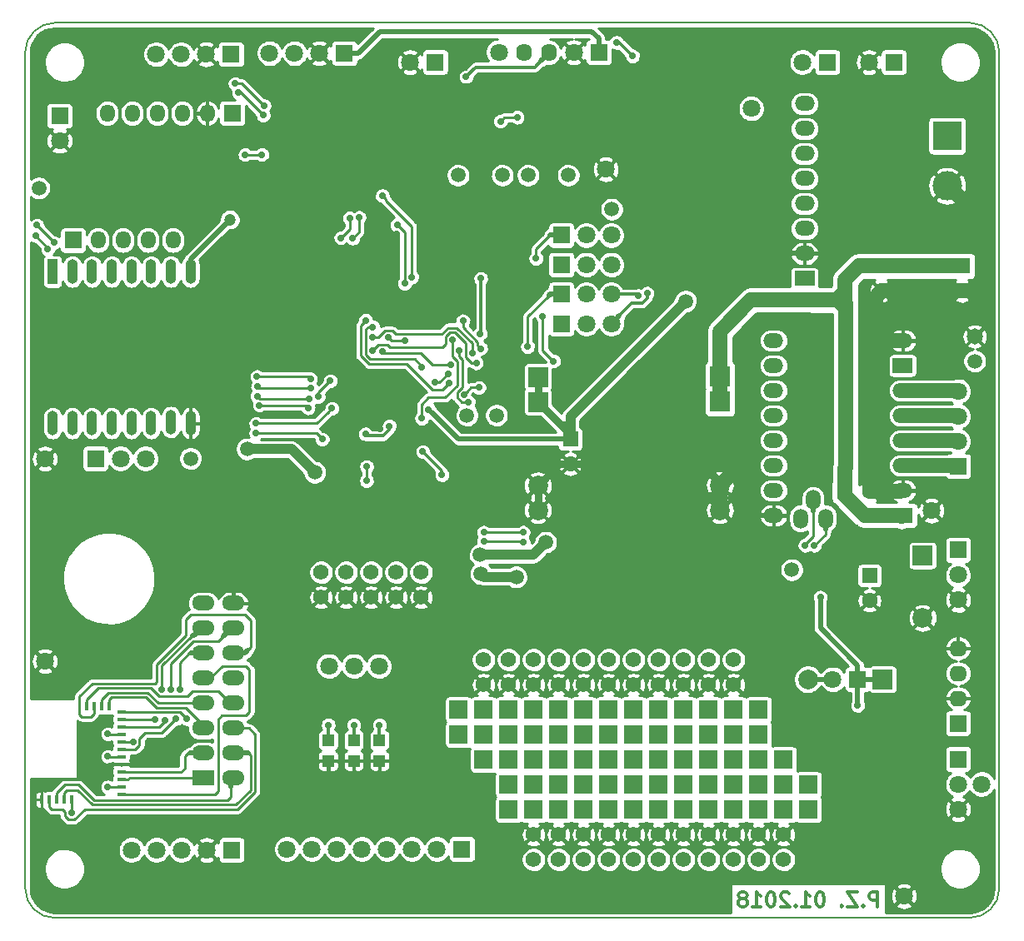
<source format=gbr>
G04 #@! TF.FileFunction,Copper,L2,Bot,Signal*
%FSLAX46Y46*%
G04 Gerber Fmt 4.6, Leading zero omitted, Abs format (unit mm)*
G04 Created by KiCad (PCBNEW 4.0.7) date 05/25/18 22:12:55*
%MOMM*%
%LPD*%
G01*
G04 APERTURE LIST*
%ADD10C,0.100000*%
%ADD11C,0.150000*%
%ADD12C,0.300000*%
%ADD13C,0.700000*%
%ADD14R,1.100000X2.500000*%
%ADD15O,1.100000X2.500000*%
%ADD16R,2.286000X1.524000*%
%ADD17O,2.286000X1.524000*%
%ADD18O,2.000000X1.524000*%
%ADD19R,2.000000X1.524000*%
%ADD20R,1.800000X1.800000*%
%ADD21O,1.800000X1.600000*%
%ADD22O,1.500000X1.800000*%
%ADD23R,1.600000X1.600000*%
%ADD24C,1.600000*%
%ADD25C,1.800000*%
%ADD26C,2.000000*%
%ADD27R,1.998980X1.998980*%
%ADD28R,2.000000X2.000000*%
%ADD29O,1.600000X1.800000*%
%ADD30O,2.000000X1.500000*%
%ADD31R,2.000000X1.500000*%
%ADD32O,1.500000X2.000000*%
%ADD33C,1.500000*%
%ADD34R,1.198880X1.198880*%
%ADD35R,0.406400X0.914400*%
%ADD36R,0.914400X0.406400*%
%ADD37C,1.565000*%
%ADD38C,1.650000*%
%ADD39R,1.900000X1.900000*%
%ADD40R,2.999740X2.999740*%
%ADD41C,2.999740*%
%ADD42C,1.000000*%
%ADD43C,1.200000*%
%ADD44C,0.800000*%
%ADD45C,1.000000*%
%ADD46C,0.250000*%
%ADD47C,0.500000*%
%ADD48C,1.500000*%
%ADD49C,0.254000*%
G04 APERTURE END LIST*
D10*
D11*
X22000000Y-135000000D02*
G75*
G03X25000000Y-138000000I3000000J0D01*
G01*
X118000000Y-138000000D02*
G75*
G03X121000000Y-135000000I0J3000000D01*
G01*
X121000000Y-50000000D02*
G75*
G03X118000000Y-47000000I-3000000J0D01*
G01*
X25000000Y-47000000D02*
G75*
G03X22000000Y-50000000I0J-3000000D01*
G01*
D12*
X108635713Y-136878571D02*
X108635713Y-135378571D01*
X108064285Y-135378571D01*
X107921427Y-135450000D01*
X107849999Y-135521429D01*
X107778570Y-135664286D01*
X107778570Y-135878571D01*
X107849999Y-136021429D01*
X107921427Y-136092857D01*
X108064285Y-136164286D01*
X108635713Y-136164286D01*
X107135713Y-136735714D02*
X107064285Y-136807143D01*
X107135713Y-136878571D01*
X107207142Y-136807143D01*
X107135713Y-136735714D01*
X107135713Y-136878571D01*
X106564284Y-135378571D02*
X105564284Y-135378571D01*
X106564284Y-136878571D01*
X105564284Y-136878571D01*
X104992856Y-136735714D02*
X104921428Y-136807143D01*
X104992856Y-136878571D01*
X105064285Y-136807143D01*
X104992856Y-136735714D01*
X104992856Y-136878571D01*
X102849999Y-135378571D02*
X102707142Y-135378571D01*
X102564285Y-135450000D01*
X102492856Y-135521429D01*
X102421427Y-135664286D01*
X102349999Y-135950000D01*
X102349999Y-136307143D01*
X102421427Y-136592857D01*
X102492856Y-136735714D01*
X102564285Y-136807143D01*
X102707142Y-136878571D01*
X102849999Y-136878571D01*
X102992856Y-136807143D01*
X103064285Y-136735714D01*
X103135713Y-136592857D01*
X103207142Y-136307143D01*
X103207142Y-135950000D01*
X103135713Y-135664286D01*
X103064285Y-135521429D01*
X102992856Y-135450000D01*
X102849999Y-135378571D01*
X100921428Y-136878571D02*
X101778571Y-136878571D01*
X101349999Y-136878571D02*
X101349999Y-135378571D01*
X101492856Y-135592857D01*
X101635714Y-135735714D01*
X101778571Y-135807143D01*
X100278571Y-136735714D02*
X100207143Y-136807143D01*
X100278571Y-136878571D01*
X100350000Y-136807143D01*
X100278571Y-136735714D01*
X100278571Y-136878571D01*
X99635714Y-135521429D02*
X99564285Y-135450000D01*
X99421428Y-135378571D01*
X99064285Y-135378571D01*
X98921428Y-135450000D01*
X98849999Y-135521429D01*
X98778571Y-135664286D01*
X98778571Y-135807143D01*
X98849999Y-136021429D01*
X99707142Y-136878571D01*
X98778571Y-136878571D01*
X97850000Y-135378571D02*
X97707143Y-135378571D01*
X97564286Y-135450000D01*
X97492857Y-135521429D01*
X97421428Y-135664286D01*
X97350000Y-135950000D01*
X97350000Y-136307143D01*
X97421428Y-136592857D01*
X97492857Y-136735714D01*
X97564286Y-136807143D01*
X97707143Y-136878571D01*
X97850000Y-136878571D01*
X97992857Y-136807143D01*
X98064286Y-136735714D01*
X98135714Y-136592857D01*
X98207143Y-136307143D01*
X98207143Y-135950000D01*
X98135714Y-135664286D01*
X98064286Y-135521429D01*
X97992857Y-135450000D01*
X97850000Y-135378571D01*
X95921429Y-136878571D02*
X96778572Y-136878571D01*
X96350000Y-136878571D02*
X96350000Y-135378571D01*
X96492857Y-135592857D01*
X96635715Y-135735714D01*
X96778572Y-135807143D01*
X95064286Y-136021429D02*
X95207144Y-135950000D01*
X95278572Y-135878571D01*
X95350001Y-135735714D01*
X95350001Y-135664286D01*
X95278572Y-135521429D01*
X95207144Y-135450000D01*
X95064286Y-135378571D01*
X94778572Y-135378571D01*
X94635715Y-135450000D01*
X94564286Y-135521429D01*
X94492858Y-135664286D01*
X94492858Y-135735714D01*
X94564286Y-135878571D01*
X94635715Y-135950000D01*
X94778572Y-136021429D01*
X95064286Y-136021429D01*
X95207144Y-136092857D01*
X95278572Y-136164286D01*
X95350001Y-136307143D01*
X95350001Y-136592857D01*
X95278572Y-136735714D01*
X95207144Y-136807143D01*
X95064286Y-136878571D01*
X94778572Y-136878571D01*
X94635715Y-136807143D01*
X94564286Y-136735714D01*
X94492858Y-136592857D01*
X94492858Y-136307143D01*
X94564286Y-136164286D01*
X94635715Y-136092857D01*
X94778572Y-136021429D01*
D11*
X118000000Y-138000000D02*
X25000000Y-138000000D01*
X121000000Y-50000000D02*
X121000000Y-135000000D01*
X25000000Y-47000000D02*
X118000000Y-47000000D01*
X22000000Y-135000000D02*
X22000000Y-50000000D01*
D13*
X35600000Y-74600000D03*
X34000000Y-76800000D03*
X38600000Y-75300000D03*
X29700000Y-85300000D03*
X25800000Y-85300000D03*
X32600000Y-80200000D03*
D14*
X24800000Y-72300000D03*
D15*
X26800000Y-72300000D03*
X28800000Y-72300000D03*
X30800000Y-72300000D03*
X32800000Y-72300000D03*
X34800000Y-72300000D03*
X36800000Y-72300000D03*
X38800000Y-72300000D03*
X38800000Y-87700000D03*
X36800000Y-87600000D03*
X34800000Y-87700000D03*
X32800000Y-87700000D03*
X30800000Y-87700000D03*
X28800000Y-87700000D03*
X26800000Y-87700000D03*
X24800000Y-87700000D03*
D16*
X40106000Y-123800000D03*
D17*
X40106000Y-121260000D03*
X40106000Y-118720000D03*
X40106000Y-116180000D03*
X40106000Y-113640000D03*
X40106000Y-111100000D03*
X40106000Y-108560000D03*
X40106000Y-106020000D03*
X43154000Y-123800000D03*
X43154000Y-121260000D03*
X43154000Y-118720000D03*
X43154000Y-116180000D03*
X43154000Y-113640000D03*
X43154000Y-111100000D03*
X43154000Y-108560000D03*
X43154000Y-106020000D03*
D13*
X68200000Y-105300000D03*
X72500000Y-109500000D03*
X92700000Y-109700000D03*
X30600000Y-122600000D03*
X107400000Y-82600000D03*
X107400000Y-84200000D03*
X107400000Y-85800000D03*
X107400000Y-87200000D03*
X107400000Y-88600000D03*
X107400000Y-90000000D03*
X103000000Y-79400000D03*
X103000000Y-81000000D03*
X103000000Y-82600000D03*
X103000000Y-84200000D03*
X103000000Y-85800000D03*
X103000000Y-87200000D03*
X103000000Y-88600000D03*
X103000000Y-90000000D03*
X102000000Y-91000000D03*
X101000000Y-92000000D03*
X100000000Y-93000000D03*
X102800000Y-66700000D03*
X102800000Y-64000000D03*
X103800000Y-60400000D03*
D18*
X101200000Y-55220000D03*
X101200000Y-57760000D03*
X101200000Y-60300000D03*
X101200000Y-62840000D03*
X101200000Y-65380000D03*
X101200000Y-67920000D03*
X101200000Y-70460000D03*
D19*
X101200000Y-73000000D03*
D13*
X42900000Y-58100000D03*
X96000000Y-81200000D03*
X71600000Y-53200000D03*
X83300000Y-62800000D03*
X114750000Y-123250000D03*
X104000000Y-117500000D03*
X107500000Y-101000000D03*
X98000000Y-103000000D03*
X66800000Y-91500000D03*
X70000000Y-91500000D03*
X72100000Y-88400000D03*
X66500000Y-88400000D03*
X55600000Y-74800000D03*
X39000000Y-81800000D03*
X32000000Y-51000000D03*
X34800000Y-53400000D03*
D20*
X116800000Y-118220000D03*
D21*
X116800000Y-115680000D03*
X116800000Y-113140000D03*
X116800000Y-110600000D03*
D20*
X26860000Y-69100000D03*
D22*
X29400000Y-69100000D03*
X31940000Y-69100000D03*
X34480000Y-69100000D03*
X37020000Y-69100000D03*
D20*
X43040000Y-56200000D03*
D22*
X40500000Y-56200000D03*
X37960000Y-56200000D03*
X35420000Y-56200000D03*
X32880000Y-56200000D03*
X30340000Y-56200000D03*
D23*
X77400000Y-89330000D03*
D24*
X77400000Y-91870000D03*
D20*
X76485981Y-68593021D03*
D25*
X79025981Y-68593021D03*
X81565981Y-68593021D03*
D20*
X76485980Y-74593021D03*
D25*
X79025980Y-74593021D03*
X81565980Y-74593021D03*
X95800000Y-55700000D03*
D23*
X117200000Y-71730000D03*
D24*
X117200000Y-74270000D03*
D23*
X109000000Y-71730000D03*
D24*
X109000000Y-74270000D03*
D26*
X113200000Y-107510000D03*
D27*
X113200000Y-101160000D03*
D20*
X66390000Y-131000000D03*
D25*
X63850000Y-131000000D03*
X61310000Y-131000000D03*
X58770000Y-131000000D03*
X56230000Y-131000000D03*
X53690000Y-131000000D03*
X51150000Y-131000000D03*
X48610000Y-131000000D03*
X114100000Y-96600000D03*
D20*
X76485981Y-71593020D03*
D25*
X79025981Y-71593020D03*
X81565981Y-71593020D03*
D20*
X76485981Y-77593021D03*
D25*
X79025981Y-77593021D03*
X81565981Y-77593021D03*
D23*
X105330000Y-94600000D03*
D24*
X107870000Y-94600000D03*
D23*
X107800000Y-103200000D03*
D24*
X107800000Y-105740000D03*
D26*
X92600000Y-96540000D03*
X92600000Y-94000000D03*
D28*
X92600000Y-85500000D03*
X92600000Y-82960000D03*
X74100000Y-83000000D03*
X74100000Y-85540000D03*
D26*
X74100000Y-94040000D03*
X74100000Y-96540000D03*
D25*
X24000000Y-111900000D03*
D20*
X80280000Y-50000000D03*
D25*
X77740000Y-50000000D03*
D29*
X75200000Y-50000000D03*
X72660000Y-50000000D03*
D25*
X70120000Y-50000000D03*
D20*
X25500000Y-56460000D03*
D25*
X25500000Y-59000000D03*
D20*
X110270000Y-51000000D03*
D25*
X107730000Y-51000000D03*
D20*
X116800000Y-92080000D03*
D25*
X116800000Y-89540000D03*
X116800000Y-87000000D03*
X116800000Y-84460000D03*
D20*
X103520000Y-51000000D03*
D25*
X100980000Y-51000000D03*
X111300000Y-135800000D03*
D20*
X106601183Y-113756224D03*
D25*
X104061183Y-113756224D03*
D20*
X42940000Y-50200000D03*
D25*
X40400000Y-50200000D03*
X37860000Y-50200000D03*
X35320000Y-50200000D03*
D20*
X116800000Y-121860000D03*
D25*
X116800000Y-124400000D03*
X116800000Y-126940000D03*
D20*
X54440000Y-50100000D03*
D25*
X51900000Y-50100000D03*
X49360000Y-50100000D03*
X46820000Y-50100000D03*
D20*
X116800000Y-100600000D03*
D25*
X116800000Y-103140000D03*
X116800000Y-105680000D03*
D20*
X63670000Y-51000000D03*
D25*
X61130000Y-51000000D03*
D20*
X29160000Y-91300000D03*
D25*
X31700000Y-91300000D03*
X34240000Y-91300000D03*
D28*
X109131183Y-113756224D03*
D26*
X101531183Y-113756224D03*
D30*
X111150000Y-79310000D03*
D31*
X111150000Y-81850000D03*
D30*
X111150000Y-84390000D03*
X111150000Y-86930000D03*
X111150000Y-92010000D03*
X111150000Y-94550000D03*
X111150000Y-89470000D03*
D31*
X111150000Y-97090000D03*
D30*
X98050000Y-92010000D03*
X98050000Y-79310000D03*
X98050000Y-81850000D03*
X98050000Y-86930000D03*
X98050000Y-97090000D03*
X98050000Y-84390000D03*
X98050000Y-89470000D03*
X98050000Y-94550000D03*
D32*
X100790000Y-97390000D03*
X102060000Y-95520000D03*
X103330000Y-97390000D03*
D13*
X46800000Y-62800000D03*
D33*
X118500000Y-81400000D03*
X77200000Y-62500000D03*
X70500000Y-62500000D03*
X73100000Y-62500000D03*
X81600000Y-65950000D03*
X66000000Y-62500000D03*
X69900000Y-86900000D03*
X66900000Y-86900000D03*
X23400000Y-63800000D03*
X38800000Y-91300000D03*
D25*
X24003000Y-91313000D03*
X119200000Y-124400000D03*
X57940000Y-112400000D03*
X55400000Y-112400000D03*
X52860000Y-112400000D03*
D20*
X42980000Y-131100000D03*
D25*
X40440000Y-131100000D03*
X37900000Y-131100000D03*
X35360000Y-131100000D03*
X32820000Y-131100000D03*
D34*
X58000000Y-119950980D03*
X58000000Y-122049020D03*
X55400000Y-119950980D03*
X55400000Y-122049020D03*
X52800000Y-119950980D03*
X52800000Y-122049020D03*
D35*
X23652000Y-126000000D03*
X24414000Y-126000000D03*
X25176000Y-126000000D03*
X25938000Y-126000000D03*
X26700000Y-126000000D03*
D36*
X31764760Y-125441200D03*
X31764760Y-124679200D03*
X31764760Y-123917200D03*
X31764760Y-123155200D03*
X31764760Y-122393200D03*
X31764760Y-121631200D03*
X31764760Y-120869200D03*
X31764760Y-120107200D03*
X31764760Y-119345200D03*
X31764760Y-118583200D03*
X31764760Y-117821200D03*
X31764760Y-117059200D03*
D35*
X30515080Y-116500400D03*
X29753080Y-116500400D03*
X28991080Y-116500400D03*
X28229080Y-116500400D03*
D37*
X73660000Y-129540000D03*
X76200000Y-129540000D03*
X78740000Y-129540000D03*
X81280000Y-129540000D03*
X83820000Y-129540000D03*
X86360000Y-129540000D03*
X88900000Y-129540000D03*
X91440000Y-129540000D03*
X93980000Y-129540000D03*
X96520000Y-129540000D03*
X99060000Y-129540000D03*
D25*
X81000000Y-61900000D03*
D38*
X118500000Y-78900000D03*
D39*
X71120000Y-127000000D03*
X73660000Y-127000000D03*
X76200000Y-127000000D03*
X78740000Y-127000000D03*
X81280000Y-127000000D03*
X83820000Y-127000000D03*
X86360000Y-127000000D03*
X88900000Y-127000000D03*
X91440000Y-127000000D03*
X93980000Y-127000000D03*
X96520000Y-127000000D03*
X99060000Y-127000000D03*
X101600000Y-127000000D03*
D37*
X68580000Y-114300000D03*
X71120000Y-114300000D03*
X73660000Y-114300000D03*
X76200000Y-114300000D03*
X78740000Y-114300000D03*
X81280000Y-114300000D03*
X83820000Y-114300000D03*
X86360000Y-114300000D03*
X88900000Y-114300000D03*
X91440000Y-114300000D03*
X93980000Y-114300000D03*
D39*
X66040000Y-116840000D03*
X68580000Y-116840000D03*
X71120000Y-116840000D03*
X73660000Y-116840000D03*
X76200000Y-116840000D03*
X78740000Y-116840000D03*
X81280000Y-116840000D03*
X83820000Y-116840000D03*
X86360000Y-116840000D03*
X88900000Y-116840000D03*
X91440000Y-116840000D03*
X93980000Y-116840000D03*
X96520000Y-116840000D03*
X68580000Y-121920000D03*
X71120000Y-121920000D03*
X73660000Y-121920000D03*
X76200000Y-121920000D03*
X78740000Y-121920000D03*
X81280000Y-121920000D03*
X83820000Y-121920000D03*
X86360000Y-121920000D03*
X88900000Y-121920000D03*
X91440000Y-121920000D03*
X93980000Y-121920000D03*
X96520000Y-121920000D03*
X99060000Y-121920000D03*
D37*
X52070000Y-102870000D03*
X54610000Y-102870000D03*
X57150000Y-102870000D03*
X59690000Y-102870000D03*
X62230000Y-102870000D03*
X52070000Y-105410000D03*
X54610000Y-105410000D03*
X57150000Y-105410000D03*
X59690000Y-105410000D03*
X62230000Y-105410000D03*
X73660000Y-132080000D03*
X76200000Y-132080000D03*
X78740000Y-132080000D03*
X81280000Y-132080000D03*
X83820000Y-132080000D03*
X86360000Y-132080000D03*
X88900000Y-132080000D03*
X91440000Y-132080000D03*
X93980000Y-132080000D03*
X96520000Y-132080000D03*
X99060000Y-132080000D03*
D39*
X66040000Y-119380000D03*
X68580000Y-119380000D03*
X71120000Y-119380000D03*
X73660000Y-119380000D03*
X76200000Y-119380000D03*
X78740000Y-119380000D03*
X81280000Y-119380000D03*
X83820000Y-119380000D03*
X86360000Y-119380000D03*
X88900000Y-119380000D03*
X91440000Y-119380000D03*
X93980000Y-119380000D03*
X96520000Y-119380000D03*
X71120000Y-124460000D03*
X73660000Y-124460000D03*
X76200000Y-124460000D03*
X78740000Y-124460000D03*
X81280000Y-124460000D03*
X83820000Y-124460000D03*
X86360000Y-124460000D03*
X88900000Y-124460000D03*
X91440000Y-124460000D03*
X93980000Y-124460000D03*
X96520000Y-124460000D03*
X99060000Y-124460000D03*
X101600000Y-124460000D03*
D37*
X68580000Y-111760000D03*
X71120000Y-111760000D03*
X73660000Y-111760000D03*
X76200000Y-111760000D03*
X78740000Y-111760000D03*
X81280000Y-111760000D03*
X83820000Y-111760000D03*
X86360000Y-111760000D03*
X88900000Y-111760000D03*
X91440000Y-111760000D03*
X93980000Y-111760000D03*
D33*
X99900000Y-102600000D03*
D40*
X115700000Y-58500000D03*
D41*
X115700000Y-63580000D03*
D33*
X68324990Y-103000000D03*
X71900032Y-103350042D03*
D13*
X63000000Y-86300000D03*
D33*
X89098419Y-75299968D03*
D13*
X106600000Y-116400000D03*
X102800000Y-105400000D03*
X23600000Y-124400000D03*
X23600000Y-127800000D03*
X33600000Y-122200000D03*
X59400000Y-122000000D03*
X51200000Y-122000000D03*
X41350000Y-135250000D03*
X112800000Y-119600000D03*
X114400000Y-119000000D03*
X108400000Y-67600000D03*
X26600000Y-64700000D03*
X27700000Y-63200000D03*
X33200000Y-61200000D03*
X43540166Y-61740166D03*
X44300000Y-63000000D03*
X41100000Y-63000000D03*
D33*
X87100000Y-88000000D03*
D13*
X50800000Y-67025043D03*
X50599990Y-70000000D03*
X60800000Y-88250000D03*
X58073002Y-88250000D03*
X54000000Y-79200000D03*
X57800000Y-86600000D03*
X94100000Y-60855000D03*
X91600840Y-57400000D03*
X90200000Y-55800000D03*
X74700000Y-60999935D03*
X77025087Y-59625087D03*
X72400000Y-59800000D03*
X87878685Y-72227610D03*
X61406141Y-66706141D03*
X88000000Y-56500000D03*
X84800000Y-71700000D03*
X87900000Y-71000000D03*
D33*
X103199998Y-77800000D03*
D13*
X65969662Y-71969662D03*
X66000000Y-68600000D03*
X53083013Y-72252844D03*
X59724241Y-68498443D03*
X59058065Y-72005356D03*
D42*
X103800000Y-58950000D03*
X91100000Y-54100000D03*
D13*
X78414845Y-54401165D03*
D33*
X44550001Y-90350001D03*
X51435000Y-92710000D03*
X68249999Y-101099811D03*
D43*
X42800000Y-67000000D03*
D33*
X74900000Y-99800000D03*
D13*
X67043520Y-85581932D03*
X66075010Y-80300000D03*
X58300000Y-64574979D03*
X61285452Y-72861425D03*
X85200000Y-74500000D03*
X84285027Y-74755631D03*
X68250000Y-78599990D03*
X68299935Y-73000000D03*
X63627305Y-83572695D03*
X65016583Y-82657506D03*
X65276582Y-81782560D03*
X73049845Y-79924835D03*
X58272710Y-80429540D03*
X67835211Y-81574968D03*
X57300000Y-80300000D03*
X56700000Y-93574969D03*
X56700000Y-92124958D03*
X68302529Y-80124956D03*
X66500000Y-77300000D03*
X51780261Y-85019603D03*
X53000000Y-83400000D03*
X50750000Y-86150016D03*
X102200000Y-100125000D03*
X72600000Y-99800000D03*
X68600001Y-99700001D03*
X45803429Y-85874063D03*
X55930327Y-66798374D03*
X55301514Y-68898011D03*
X68599989Y-98800000D03*
X72600053Y-98800000D03*
X45575146Y-84949474D03*
X101249997Y-100125000D03*
X54981678Y-66849237D03*
X54092452Y-68858745D03*
X50898403Y-85199410D03*
X50992636Y-83212652D03*
X45547632Y-82970259D03*
X45630661Y-84000470D03*
X51045480Y-84161193D03*
X53175119Y-86200000D03*
X45449882Y-87733340D03*
X52192175Y-89327330D03*
X45449882Y-88721001D03*
X70301401Y-57006066D03*
X72000004Y-56600000D03*
X59806731Y-67552031D03*
X60560452Y-73506204D03*
X66800000Y-52500000D03*
X83720596Y-50373636D03*
X82099996Y-49000000D03*
X65100002Y-83600000D03*
X66578908Y-84811116D03*
X68116221Y-84074990D03*
X56600654Y-77264165D03*
X67425022Y-80591302D03*
X57300000Y-78999998D03*
X73905331Y-70955331D03*
X46050000Y-60400000D03*
X44350000Y-60400000D03*
X46200000Y-56400000D03*
X43700000Y-54100000D03*
X64350000Y-92950000D03*
X62400000Y-90600000D03*
X46275319Y-55423536D03*
X43334137Y-53172054D03*
X65400000Y-79200000D03*
X62300000Y-87200000D03*
X56600000Y-88800000D03*
X59000000Y-88000000D03*
X75699998Y-81400000D03*
X74600000Y-76868021D03*
X23177691Y-67577691D03*
X24913807Y-69341787D03*
X24300000Y-70000000D03*
X23054989Y-68654989D03*
X32950000Y-120150000D03*
X26700000Y-127300004D03*
X30400000Y-119300000D03*
X30400000Y-124700000D03*
X30400000Y-121600000D03*
X58000000Y-118400000D03*
X55400000Y-118400000D03*
X52800000Y-118400000D03*
X37702649Y-114824979D03*
X37351636Y-117750000D03*
X36218947Y-117928094D03*
X36802646Y-114824979D03*
X35200000Y-117800000D03*
X35903753Y-114780309D03*
X38447393Y-117761989D03*
X60600011Y-79300000D03*
X58900000Y-79000000D03*
X62298131Y-82003739D03*
X57325654Y-77937403D03*
D44*
X76200000Y-87640000D02*
X74100000Y-85540000D01*
X77400000Y-88840000D02*
X76200000Y-87640000D01*
D45*
X77400000Y-86998387D02*
X77400000Y-87600000D01*
X77400000Y-87600000D02*
X77400000Y-89330000D01*
D46*
X76200000Y-87640000D02*
X77360000Y-87640000D01*
X77360000Y-87640000D02*
X77400000Y-87600000D01*
D45*
X71900032Y-103350042D02*
X68675032Y-103350042D01*
X68675032Y-103350042D02*
X68324990Y-103000000D01*
X89098419Y-75299968D02*
X77400000Y-86998387D01*
D47*
X77400000Y-89330000D02*
X66030000Y-89330000D01*
X63349999Y-86649999D02*
X63000000Y-86300000D01*
X66030000Y-89330000D02*
X63349999Y-86649999D01*
X106601183Y-113756224D02*
X106601183Y-116398817D01*
X106601183Y-116398817D02*
X106600000Y-116400000D01*
X102800000Y-105400000D02*
X102800000Y-108500000D01*
X106601183Y-113756224D02*
X106601183Y-112356224D01*
X106601183Y-112356224D02*
X102800000Y-108555041D01*
X102800000Y-108555041D02*
X102800000Y-108500000D01*
X109131183Y-113756224D02*
X106601183Y-113756224D01*
X109231183Y-113856224D02*
X109131183Y-113756224D01*
X79580000Y-47900000D02*
X58040000Y-47900000D01*
X58040000Y-47900000D02*
X55840000Y-50100000D01*
X55840000Y-50100000D02*
X54440000Y-50100000D01*
X80280000Y-50000000D02*
X80280000Y-48600000D01*
X80280000Y-48600000D02*
X79580000Y-47900000D01*
D44*
X77400000Y-89330000D02*
X77400000Y-88840000D01*
X74100000Y-83000000D02*
X74100000Y-85540000D01*
D47*
X104061182Y-113756224D02*
X101531183Y-113756224D01*
D46*
X32900000Y-78100000D02*
X30400000Y-78100000D01*
X50400000Y-106600000D02*
X50880000Y-106600000D01*
X50880000Y-106600000D02*
X52070000Y-105410000D01*
X49820000Y-106020000D02*
X50400000Y-106600000D01*
X42900000Y-106020000D02*
X49820000Y-106020000D01*
D44*
X98178092Y-70460000D02*
X99350000Y-70460000D01*
D47*
X101000000Y-70460000D02*
X99350000Y-70460000D01*
D12*
X103800000Y-58950000D02*
X103800000Y-69750000D01*
X103800000Y-69750000D02*
X103090000Y-70460000D01*
X103090000Y-70460000D02*
X101000000Y-70460000D01*
D47*
X92600000Y-96540000D02*
X94110000Y-98050000D01*
X94110000Y-98050000D02*
X95550000Y-98050000D01*
X96510000Y-97090000D02*
X98250000Y-97090000D01*
X95550000Y-98050000D02*
X96510000Y-97090000D01*
D46*
X116800000Y-115680000D02*
X118450000Y-115680000D01*
X118450000Y-115680000D02*
X118450000Y-110600000D01*
X118450000Y-110600000D02*
X116800000Y-110600000D01*
X23652000Y-126000000D02*
X22600000Y-126000000D01*
X22600000Y-126000000D02*
X22600000Y-124400000D01*
X22600000Y-124400000D02*
X23600000Y-124400000D01*
X23600000Y-124894974D02*
X23600000Y-124400000D01*
X23600000Y-124896000D02*
X23600000Y-124894974D01*
X23652000Y-124948000D02*
X23600000Y-124896000D01*
X23652000Y-127748000D02*
X23600000Y-127800000D01*
X23652000Y-126000000D02*
X23652000Y-127748000D01*
X33406800Y-122393200D02*
X33600000Y-122200000D01*
X31764760Y-122393200D02*
X33406800Y-122393200D01*
D12*
X58000000Y-122049020D02*
X59350980Y-122049020D01*
X59350980Y-122049020D02*
X59400000Y-122000000D01*
X52800000Y-122049020D02*
X51249020Y-122049020D01*
X51249020Y-122049020D02*
X51200000Y-122000000D01*
X55400000Y-122049020D02*
X52800000Y-122049020D01*
X58000000Y-122049020D02*
X55400000Y-122049020D01*
D46*
X41350000Y-135250000D02*
X41350000Y-132010000D01*
X41350000Y-132010000D02*
X40440000Y-131100000D01*
X23652000Y-126000000D02*
X23652000Y-124948000D01*
X23652000Y-124948000D02*
X24700000Y-123900000D01*
X24700000Y-123900000D02*
X29300000Y-123900000D01*
X29300000Y-123900000D02*
X29300000Y-123100000D01*
X29300000Y-123100000D02*
X30006800Y-122393200D01*
X30006800Y-122393200D02*
X31764760Y-122393200D01*
X114400000Y-119000000D02*
X113400000Y-119000000D01*
X113400000Y-119000000D02*
X112800000Y-119600000D01*
X66000000Y-66600000D02*
X66000000Y-65100000D01*
X66000000Y-65100000D02*
X71300000Y-59800000D01*
X71300000Y-59800000D02*
X72400000Y-59800000D01*
X34400000Y-76600000D02*
X51400000Y-76600000D01*
X51400000Y-76600000D02*
X54000000Y-79200000D01*
X44300000Y-63000000D02*
X46774957Y-63000000D01*
X46774957Y-63000000D02*
X50800000Y-67025043D01*
X66000000Y-68600000D02*
X66000000Y-66600000D01*
X61406141Y-66706141D02*
X61901115Y-66706141D01*
X61901115Y-66706141D02*
X62007256Y-66600000D01*
X62007256Y-66600000D02*
X66000000Y-66600000D01*
X40500000Y-56200000D02*
X40500000Y-60000000D01*
X40500000Y-60000000D02*
X39300000Y-61200000D01*
X39500001Y-52799999D02*
X40500000Y-53799998D01*
X40500000Y-53799998D02*
X40500000Y-56200000D01*
X40400000Y-50200000D02*
X39500001Y-51099999D01*
X39500001Y-51099999D02*
X39500001Y-52799999D01*
X26399999Y-59899999D02*
X26399999Y-61899999D01*
X26399999Y-61899999D02*
X27700000Y-63200000D01*
X25500000Y-59000000D02*
X26399999Y-59899999D01*
X32900000Y-78100000D02*
X33100000Y-78100000D01*
X33100000Y-78100000D02*
X37200000Y-82200000D01*
X38800000Y-87000000D02*
X38800000Y-83800000D01*
X38800000Y-83800000D02*
X37200000Y-82200000D01*
X27700000Y-63200000D02*
X31200000Y-63200000D01*
X31200000Y-63200000D02*
X33200000Y-61200000D01*
X27700000Y-63200000D02*
X27700000Y-63600000D01*
X27700000Y-63600000D02*
X26600000Y-64700000D01*
X32900000Y-78100000D02*
X34400000Y-76600000D01*
X33200000Y-61200000D02*
X39300000Y-61200000D01*
X39300000Y-61200000D02*
X41100000Y-63000000D01*
X41100000Y-63000000D02*
X44300000Y-63000000D01*
D47*
X87100000Y-88000000D02*
X92600000Y-93500000D01*
X92600000Y-93500000D02*
X92600000Y-94000000D01*
D12*
X77740000Y-50000000D02*
X74440000Y-53300000D01*
X74440000Y-53300000D02*
X63430000Y-53300000D01*
X63430000Y-53300000D02*
X62029999Y-51899999D01*
X62029999Y-51899999D02*
X61130000Y-51000000D01*
X61130000Y-51000000D02*
X60230001Y-51899999D01*
X60230001Y-51899999D02*
X53699999Y-51899999D01*
X53699999Y-51899999D02*
X52799999Y-50999999D01*
X52799999Y-50999999D02*
X51900000Y-50100000D01*
D46*
X53083013Y-72252844D02*
X50830169Y-70000000D01*
X50830169Y-70000000D02*
X50599990Y-70000000D01*
X60800000Y-88250000D02*
X59150000Y-86600000D01*
X59150000Y-86600000D02*
X57800000Y-86600000D01*
D12*
X57800000Y-86600000D02*
X54000000Y-82800000D01*
X54000000Y-82800000D02*
X54000000Y-79200000D01*
D46*
X88000000Y-56500000D02*
X89500000Y-56500000D01*
X89500000Y-56500000D02*
X90200000Y-55800000D01*
X91600840Y-57400000D02*
X91600840Y-58355840D01*
X91600840Y-58355840D02*
X94100000Y-60855000D01*
X90200000Y-55800000D02*
X90200000Y-55999160D01*
X90200000Y-55999160D02*
X91600840Y-57400000D01*
X77114844Y-56196139D02*
X77114844Y-58585091D01*
X75049999Y-60649936D02*
X74700000Y-60999935D01*
X77114844Y-58585091D02*
X75049999Y-60649936D01*
X88000000Y-56500000D02*
X80513680Y-56500000D01*
X80513680Y-56500000D02*
X78414845Y-54401165D01*
X72400000Y-59800000D02*
X76850174Y-59800000D01*
X76850174Y-59800000D02*
X77025087Y-59625087D01*
X53083013Y-72252844D02*
X53930169Y-73100000D01*
X53930169Y-73100000D02*
X57963421Y-73100000D01*
X57963421Y-73100000D02*
X59058065Y-72005356D01*
D12*
X87900000Y-72206295D02*
X87878685Y-72227610D01*
X87900000Y-71000000D02*
X87900000Y-72206295D01*
X87900000Y-71000000D02*
X87900000Y-56600000D01*
X87900000Y-56600000D02*
X88000000Y-56500000D01*
D48*
X102139338Y-77800000D02*
X103199998Y-77800000D01*
X92600000Y-94000000D02*
X94850001Y-91749999D01*
X101539338Y-77200000D02*
X102139338Y-77800000D01*
X96600000Y-77200000D02*
X101539338Y-77200000D01*
X94850001Y-78949999D02*
X96600000Y-77200000D01*
X94850001Y-91749999D02*
X94850001Y-78949999D01*
D12*
X107730000Y-51000000D02*
X106000000Y-52730000D01*
X106000000Y-52730000D02*
X106000000Y-56750000D01*
X106000000Y-56750000D02*
X103800000Y-58950000D01*
X78414845Y-54401165D02*
X78414845Y-54896139D01*
X78414845Y-54896139D02*
X77114844Y-56196139D01*
D44*
X77400000Y-91870000D02*
X78531370Y-91870000D01*
X78531370Y-91870000D02*
X90949990Y-79451380D01*
X90949990Y-79451380D02*
X90949991Y-77688101D01*
X90949991Y-77688101D02*
X98178092Y-70460000D01*
X77400000Y-91870000D02*
X76270000Y-91870000D01*
X76270000Y-91870000D02*
X74100000Y-94040000D01*
X74100000Y-94040000D02*
X74100000Y-96540000D01*
D48*
X92600000Y-96540000D02*
X92600000Y-94000000D01*
X107870000Y-94600000D02*
X110900000Y-94600000D01*
X110900000Y-94600000D02*
X110950000Y-94550000D01*
X108400000Y-79000000D02*
X107870000Y-79530000D01*
X107870000Y-79530000D02*
X107870000Y-94600000D01*
X108400000Y-74870000D02*
X108400000Y-79000000D01*
X110950000Y-79310000D02*
X108710000Y-79310000D01*
X108710000Y-79310000D02*
X108400000Y-79000000D01*
X109000000Y-74270000D02*
X108400000Y-74870000D01*
X117200000Y-74270000D02*
X118331370Y-74270000D01*
X117149999Y-64899999D02*
X115750000Y-63500000D01*
X118331370Y-74270000D02*
X119400000Y-73201370D01*
X119400000Y-73201370D02*
X119400000Y-67150000D01*
X119400000Y-67150000D02*
X117149999Y-64899999D01*
X109000000Y-74270000D02*
X117200000Y-74270000D01*
D45*
X68249999Y-101099811D02*
X73600189Y-101099811D01*
X73600189Y-101099811D02*
X73678446Y-101021554D01*
X44550001Y-90350001D02*
X49075001Y-90350001D01*
X49075001Y-90350001D02*
X51435000Y-92710000D01*
D47*
X42200001Y-67599999D02*
X42800000Y-67000000D01*
X38800000Y-73000000D02*
X38800000Y-71000000D01*
X38800000Y-71000000D02*
X42200001Y-67599999D01*
D45*
X74900000Y-99800000D02*
X73678446Y-101021554D01*
D48*
X105400001Y-75470001D02*
X105400001Y-76700000D01*
X105400001Y-76700000D02*
X105400001Y-92229999D01*
D47*
X103750000Y-75199989D02*
X103899990Y-75199989D01*
X103899990Y-75199989D02*
X105400001Y-76700000D01*
D48*
X95771569Y-75199989D02*
X103750000Y-75199989D01*
X103750000Y-75199989D02*
X105129989Y-75199989D01*
D47*
X105330000Y-73100000D02*
X105330000Y-73619989D01*
X105330000Y-73619989D02*
X103750000Y-75199989D01*
D48*
X117200000Y-71730000D02*
X109000000Y-71730000D01*
X105400001Y-92229999D02*
X105330000Y-92300000D01*
X105330000Y-92300000D02*
X105330000Y-94600000D01*
X105330000Y-75400000D02*
X105400001Y-75470001D01*
X105129989Y-75199989D02*
X105330000Y-75400000D01*
X92600000Y-78371558D02*
X95771569Y-75199989D01*
X92600000Y-82960000D02*
X92600000Y-78371558D01*
X105330000Y-73100000D02*
X105330000Y-75400000D01*
X92600000Y-85500000D02*
X92600000Y-82960000D01*
X105330000Y-94600000D02*
X105330000Y-95094002D01*
X105330000Y-95094002D02*
X107325998Y-97090000D01*
X107325998Y-97090000D02*
X110950000Y-97090000D01*
X109000000Y-71730000D02*
X106700000Y-71730000D01*
X106700000Y-71730000D02*
X105330000Y-73100000D01*
X110950000Y-97090000D02*
X111060000Y-97200000D01*
D46*
X66075010Y-80300000D02*
X66075010Y-80945573D01*
X65900000Y-84535415D02*
X65900000Y-85100000D01*
X66075010Y-80945573D02*
X66401595Y-81272158D01*
X66401595Y-81272158D02*
X66401595Y-84033820D01*
X66401595Y-84033820D02*
X65900000Y-84535415D01*
X65900000Y-85100000D02*
X66381932Y-85581932D01*
X66381932Y-85581932D02*
X67043520Y-85581932D01*
X58649999Y-64924978D02*
X58300000Y-64574979D01*
X61285452Y-67685452D02*
X58649999Y-65049999D01*
X58649999Y-65049999D02*
X58649999Y-64924978D01*
X61285452Y-72861425D02*
X61285452Y-67685452D01*
D12*
X82370000Y-76789002D02*
X83653370Y-75505632D01*
D47*
X81565981Y-77593021D02*
X82370000Y-76789002D01*
D12*
X83653370Y-75505632D02*
X84689342Y-75505632D01*
X85200000Y-74994974D02*
X85200000Y-74500000D01*
X84689342Y-75505632D02*
X85200000Y-74994974D01*
X81565980Y-74593021D02*
X84122417Y-74593021D01*
X84122417Y-74593021D02*
X84285027Y-74755631D01*
X68299935Y-78550055D02*
X68250000Y-78599990D01*
X68299935Y-73000000D02*
X68299935Y-78550055D01*
D46*
X64101394Y-83572695D02*
X63627305Y-83572695D01*
X65016583Y-82657506D02*
X64101394Y-83572695D01*
X58272710Y-80429540D02*
X58443170Y-80600000D01*
X58443170Y-80600000D02*
X62200000Y-80600000D01*
X62200000Y-80600000D02*
X63382560Y-81782560D01*
X63382560Y-81782560D02*
X65276582Y-81782560D01*
X75210000Y-74719001D02*
X73049845Y-76879156D01*
D47*
X76485980Y-74593021D02*
X75335980Y-74593021D01*
X75335980Y-74593021D02*
X75210000Y-74719001D01*
D46*
X73049845Y-79429861D02*
X73049845Y-79924835D01*
X73049845Y-76879156D02*
X73049845Y-79429861D01*
X57300000Y-80300000D02*
X57849990Y-79750010D01*
X57849990Y-79750010D02*
X58850010Y-79750010D01*
X58850010Y-79750010D02*
X59075001Y-79975001D01*
X59075001Y-79975001D02*
X64424999Y-79975001D01*
X64424999Y-79975001D02*
X64724999Y-79675001D01*
X64724999Y-79675001D02*
X64724999Y-78875999D01*
X64724999Y-78875999D02*
X65143589Y-78457409D01*
X66750012Y-79551008D02*
X66750012Y-80984743D01*
X65143589Y-78457409D02*
X65656413Y-78457409D01*
X67340237Y-81574968D02*
X67835211Y-81574968D01*
X65656413Y-78457409D02*
X66750012Y-79551008D01*
X66750012Y-80984743D02*
X67340237Y-81574968D01*
X56700000Y-93574969D02*
X56700000Y-92124958D01*
D48*
X110950000Y-84390000D02*
X116730000Y-84390000D01*
X116730000Y-84390000D02*
X116800000Y-84460000D01*
X110950000Y-86930000D02*
X116730000Y-86930000D01*
X116730000Y-86930000D02*
X116800000Y-87000000D01*
X110950000Y-92010000D02*
X116730000Y-92010000D01*
X116730000Y-92010000D02*
X116800000Y-92080000D01*
X110950000Y-89470000D02*
X116730000Y-89470000D01*
X116730000Y-89470000D02*
X116800000Y-89540000D01*
D46*
X66500000Y-77300000D02*
X66500000Y-77992878D01*
X67952530Y-79445408D02*
X67952530Y-79774957D01*
X67952530Y-79774957D02*
X68302529Y-80124956D01*
X66500000Y-77992878D02*
X67952530Y-79445408D01*
X51800000Y-84600000D02*
X51800000Y-84999864D01*
X51800000Y-84999864D02*
X51780261Y-85019603D01*
X116760000Y-113100000D02*
X116800000Y-113140000D01*
X53000000Y-83400000D02*
X51800000Y-84600000D01*
X50474047Y-85874063D02*
X50750000Y-86150016D01*
X45803429Y-85874063D02*
X50474047Y-85874063D01*
X68600001Y-99700001D02*
X72500001Y-99700001D01*
X72500001Y-99700001D02*
X72600000Y-99800000D01*
X103330000Y-98490000D02*
X103330000Y-98995000D01*
D47*
X103330000Y-97090000D02*
X103330000Y-98490000D01*
D46*
X55930327Y-67293348D02*
X55930327Y-66798374D01*
X55930327Y-68269198D02*
X55930327Y-67293348D01*
X55301514Y-68898011D02*
X55930327Y-68269198D01*
X103330000Y-98995000D02*
X102200000Y-100125000D01*
X102060000Y-96640000D02*
X102060000Y-99191998D01*
D47*
X102060000Y-95820000D02*
X102060000Y-96640000D01*
D46*
X72600053Y-98800000D02*
X68599989Y-98800000D01*
X45825082Y-85199410D02*
X45575146Y-84949474D01*
X50898403Y-85199410D02*
X45825082Y-85199410D01*
X101300000Y-99951998D02*
X101300000Y-100074997D01*
X101300000Y-100074997D02*
X101249997Y-100125000D01*
X102060000Y-99191998D02*
X101300000Y-99951998D01*
X54092452Y-68858745D02*
X55000000Y-67951197D01*
X55000000Y-67951197D02*
X55000000Y-66867559D01*
X55000000Y-66867559D02*
X54981678Y-66849237D01*
X45547632Y-82970259D02*
X50750243Y-82970259D01*
X50750243Y-82970259D02*
X50992636Y-83212652D01*
X51045480Y-84161193D02*
X45791384Y-84161193D01*
X45791384Y-84161193D02*
X45630661Y-84000470D01*
X52825120Y-86549999D02*
X53175119Y-86200000D01*
X45449882Y-87733340D02*
X51641779Y-87733340D01*
X51641779Y-87733340D02*
X52825120Y-86549999D01*
X45449882Y-88721001D02*
X51585846Y-88721001D01*
X51842176Y-88977331D02*
X52192175Y-89327330D01*
X51585846Y-88721001D02*
X51842176Y-88977331D01*
X70301401Y-57006066D02*
X70707467Y-56600000D01*
X70707467Y-56600000D02*
X71505030Y-56600000D01*
X71505030Y-56600000D02*
X72000004Y-56600000D01*
X60560452Y-73506204D02*
X60560452Y-68305752D01*
X60560452Y-68305752D02*
X59806731Y-67552031D01*
D12*
X74400000Y-50900000D02*
X73800000Y-51500000D01*
D47*
X75200000Y-50000000D02*
X75200000Y-50100000D01*
X75200000Y-50100000D02*
X74400000Y-50900000D01*
D12*
X67800000Y-51500000D02*
X66800000Y-52500000D01*
X73800000Y-51500000D02*
X67800000Y-51500000D01*
X75200000Y-50000000D02*
X75200000Y-49600000D01*
X83720596Y-50373636D02*
X82346960Y-49000000D01*
X82346960Y-49000000D02*
X82099996Y-49000000D01*
D46*
X65100002Y-83600000D02*
X64400000Y-84300000D01*
X64400000Y-84300000D02*
X63400000Y-84300000D01*
X63400000Y-84300000D02*
X60800000Y-81700000D01*
X60800000Y-81700000D02*
X56919876Y-81700000D01*
X56919876Y-81700000D02*
X56074989Y-80855113D01*
X56074989Y-80855113D02*
X56074989Y-77789830D01*
X56074989Y-77789830D02*
X56600654Y-77264165D01*
X68116221Y-84074990D02*
X67315034Y-84074990D01*
X66928907Y-84461117D02*
X66578908Y-84811116D01*
X67315034Y-84074990D02*
X66928907Y-84461117D01*
X57300000Y-78999998D02*
X57901000Y-78999998D01*
X59624999Y-78624999D02*
X64339589Y-78624999D01*
X64339589Y-78624999D02*
X64964588Y-78000000D01*
X65835415Y-78000000D02*
X67425022Y-79589607D01*
X67425022Y-79589607D02*
X67425022Y-80096328D01*
X57901000Y-78999998D02*
X58575999Y-78324999D01*
X58575999Y-78324999D02*
X59324999Y-78324999D01*
X59324999Y-78324999D02*
X59624999Y-78624999D01*
X64964588Y-78000000D02*
X65835415Y-78000000D01*
X67425022Y-80096328D02*
X67425022Y-80591302D01*
D47*
X76485981Y-68593021D02*
X75335981Y-68593021D01*
D46*
X75335981Y-68593021D02*
X73905331Y-70023671D01*
X73905331Y-70023671D02*
X73905331Y-70955331D01*
X44350000Y-60400000D02*
X46050000Y-60400000D01*
X46200000Y-56400000D02*
X43900000Y-54100000D01*
X43900000Y-54100000D02*
X43700000Y-54100000D01*
X62400000Y-90600000D02*
X64350000Y-92550000D01*
X64350000Y-92550000D02*
X64350000Y-92950000D01*
X44023837Y-53172054D02*
X43829111Y-53172054D01*
X43829111Y-53172054D02*
X43334137Y-53172054D01*
X46275319Y-55423536D02*
X44023837Y-53172054D01*
X62300000Y-87200000D02*
X62300000Y-85800996D01*
X65951584Y-83847420D02*
X65951584Y-81458558D01*
X62300000Y-85800996D02*
X63000996Y-85100000D01*
X63000996Y-85100000D02*
X64699004Y-85100000D01*
X64699004Y-85100000D02*
X65951584Y-83847420D01*
X65400000Y-80906974D02*
X65400000Y-79694974D01*
X65951584Y-81458558D02*
X65400000Y-80906974D01*
X65400000Y-79694974D02*
X65400000Y-79200000D01*
D12*
X59000000Y-88000000D02*
X59000000Y-88400000D01*
X59000000Y-88400000D02*
X58400000Y-89000000D01*
X58400000Y-89000000D02*
X56800000Y-89000000D01*
X56800000Y-89000000D02*
X56600000Y-88800000D01*
D46*
X75349999Y-81050001D02*
X75699998Y-81400000D01*
X74600000Y-80300002D02*
X75349999Y-81050001D01*
X74600000Y-76868021D02*
X74600000Y-80300002D01*
D12*
X24913807Y-69341787D02*
X24913807Y-69313807D01*
X24913807Y-69313807D02*
X23177691Y-67577691D01*
D46*
X24300000Y-69900000D02*
X24300000Y-70000000D01*
X23054989Y-68654989D02*
X24300000Y-69900000D01*
X32950000Y-120150000D02*
X31807560Y-120150000D01*
X31807560Y-120150000D02*
X31764760Y-120107200D01*
X26700000Y-126000000D02*
X26700000Y-127300004D01*
X31764760Y-119345200D02*
X30445200Y-119345200D01*
X30445200Y-119345200D02*
X30400000Y-119300000D01*
X31764760Y-124679200D02*
X30420800Y-124679200D01*
X30420800Y-124679200D02*
X30400000Y-124700000D01*
X31764760Y-121631200D02*
X30431200Y-121631200D01*
X30431200Y-121631200D02*
X30400000Y-121600000D01*
D12*
X58000000Y-118400000D02*
X58000000Y-119950980D01*
X55400000Y-118400000D02*
X55400000Y-119950980D01*
X52800000Y-118400000D02*
X52800000Y-119950980D01*
D46*
X25938000Y-126000000D02*
X25938000Y-125292800D01*
X25938000Y-125292800D02*
X26230800Y-125000000D01*
X26230800Y-125000000D02*
X27335589Y-125000000D01*
X27335589Y-125000000D02*
X28835590Y-126500001D01*
X28835590Y-126500001D02*
X43400000Y-126500000D01*
X43400000Y-126500000D02*
X44900000Y-125000000D01*
X44900000Y-125000000D02*
X44900000Y-121500000D01*
X44900000Y-121500000D02*
X44660000Y-121260000D01*
D47*
X42900000Y-121260000D02*
X44660000Y-121260000D01*
D46*
X42900000Y-121800000D02*
X42900000Y-121260000D01*
X42900000Y-124690000D02*
X42900000Y-125700000D01*
D47*
X42900000Y-123800000D02*
X42900000Y-124690000D01*
D46*
X42900000Y-125700000D02*
X42550010Y-126049990D01*
X26018809Y-124449991D02*
X25176000Y-125292800D01*
X29021990Y-126049990D02*
X27421991Y-124449991D01*
X42550010Y-126049990D02*
X29021990Y-126049990D01*
X27421991Y-124449991D02*
X26018809Y-124449991D01*
X25176000Y-125292800D02*
X25176000Y-126000000D01*
X24414000Y-126000000D02*
X24414000Y-126707200D01*
X26024999Y-127224999D02*
X26024999Y-127624005D01*
X24414000Y-126707200D02*
X24706800Y-127000000D01*
X26024999Y-127624005D02*
X26425996Y-128025002D01*
X43586401Y-126950009D02*
X45350010Y-125186400D01*
X24706800Y-127000000D02*
X25800000Y-127000000D01*
X26425996Y-128025002D02*
X26974998Y-128025002D01*
X25800000Y-127000000D02*
X26024999Y-127224999D01*
X44720000Y-118720000D02*
X42900000Y-118720000D01*
X26974998Y-128025002D02*
X28049991Y-126950009D01*
X28049991Y-126950009D02*
X43586401Y-126950009D01*
X45350010Y-125186400D02*
X45350010Y-119350010D01*
X45350010Y-119350010D02*
X44720000Y-118720000D01*
X40360000Y-113640000D02*
X40785000Y-113640000D01*
X40785000Y-113640000D02*
X42050000Y-112375000D01*
X42050000Y-112375000D02*
X44450000Y-112375000D01*
X44450000Y-112375000D02*
X44800000Y-112725000D01*
X44800000Y-112725000D02*
X44800000Y-117075000D01*
X44800000Y-117075000D02*
X44425000Y-117450000D01*
X44425000Y-117450000D02*
X41975000Y-117450000D01*
X41975000Y-117450000D02*
X41625000Y-117800000D01*
X41625000Y-117800000D02*
X41625000Y-125125000D01*
X41625000Y-125125000D02*
X41308800Y-125441200D01*
X41308800Y-125441200D02*
X31764760Y-125441200D01*
X31764760Y-123917200D02*
X32471960Y-123917200D01*
X32471960Y-123917200D02*
X32589160Y-123800000D01*
X32589160Y-123800000D02*
X40360000Y-123800000D01*
X38540000Y-121260000D02*
X38730000Y-121260000D01*
D47*
X40360000Y-121260000D02*
X38730000Y-121260000D01*
D46*
X31764760Y-123155200D02*
X37844800Y-123155200D01*
X37844800Y-123155200D02*
X38200000Y-122800000D01*
X38200000Y-122800000D02*
X38200000Y-121600000D01*
X38200000Y-121600000D02*
X38540000Y-121260000D01*
X38850000Y-111100000D02*
X38700000Y-111100000D01*
D47*
X40360000Y-111100000D02*
X38850000Y-111100000D01*
D46*
X31764760Y-120869200D02*
X33200000Y-120869200D01*
X34200000Y-119200000D02*
X33625001Y-119774999D01*
X33625001Y-119774999D02*
X33625001Y-120444199D01*
X33625001Y-120444199D02*
X33200000Y-120869200D01*
X35901636Y-119200000D02*
X37351636Y-117750000D01*
X35901636Y-119200000D02*
X34200000Y-119200000D01*
X38700000Y-111100000D02*
X37702649Y-112097351D01*
X37702649Y-112097351D02*
X37702649Y-114824979D01*
X42120000Y-109380000D02*
X41650000Y-109850000D01*
D47*
X42900000Y-108560000D02*
X42900000Y-108600000D01*
X42900000Y-108600000D02*
X42120000Y-109380000D01*
D46*
X36218947Y-117928094D02*
X36218947Y-117981053D01*
X36218947Y-117981053D02*
X35616800Y-118583200D01*
X35616800Y-118583200D02*
X32471960Y-118583200D01*
X32471960Y-118583200D02*
X31764760Y-118583200D01*
X41650000Y-109850000D02*
X39100000Y-109850000D01*
X39100000Y-109850000D02*
X36802646Y-112147354D01*
X36802646Y-112147354D02*
X36802646Y-114824979D01*
X38980000Y-109281410D02*
X38980000Y-109274990D01*
X35903753Y-114780309D02*
X35903753Y-112357657D01*
X35903753Y-112357657D02*
X38980000Y-109281410D01*
D47*
X40360000Y-108560000D02*
X39920000Y-108560000D01*
X39920000Y-108560000D02*
X39205010Y-109274990D01*
X39205010Y-109274990D02*
X38980000Y-109274990D01*
D46*
X35178800Y-117821200D02*
X35200000Y-117800000D01*
X31764760Y-117821200D02*
X35178800Y-117821200D01*
X38447393Y-117761989D02*
X37744604Y-117059200D01*
X37744604Y-117059200D02*
X32471960Y-117059200D01*
X32471960Y-117059200D02*
X31764760Y-117059200D01*
X30750000Y-115558280D02*
X34283280Y-115558280D01*
X39225000Y-117540594D02*
X39225000Y-117585000D01*
X30515080Y-116500400D02*
X30515080Y-115793200D01*
X30515080Y-115793200D02*
X30750000Y-115558280D01*
X34283280Y-115558280D02*
X35334190Y-116609190D01*
X35334190Y-116609190D02*
X38293596Y-116609190D01*
X38293596Y-116609190D02*
X39225000Y-117540594D01*
X39225000Y-117585000D02*
X40360000Y-118720000D01*
X29753080Y-116500400D02*
X29753080Y-115793200D01*
X35520589Y-116159179D02*
X40339180Y-116159180D01*
X34469680Y-115108269D02*
X35520589Y-116159179D01*
X30438010Y-115108270D02*
X34469680Y-115108269D01*
X40339180Y-116159180D02*
X40360000Y-116180000D01*
X29753080Y-115793200D02*
X30438010Y-115108270D01*
X44570000Y-110830000D02*
X44900000Y-110500000D01*
X44900000Y-110500000D02*
X44900000Y-107750000D01*
X28825000Y-114175000D02*
X27500000Y-115500000D01*
X44900000Y-107750000D02*
X44350000Y-107200000D01*
X27500000Y-115500000D02*
X27500000Y-117300000D01*
X44350000Y-107200000D02*
X38800000Y-107200000D01*
X38800000Y-107200000D02*
X38350000Y-107650000D01*
X38350000Y-107650000D02*
X38350000Y-109275000D01*
X28700000Y-117550000D02*
X28991080Y-117258920D01*
X38350000Y-109275000D02*
X35400000Y-112225000D01*
X35400000Y-114000000D02*
X35225000Y-114175000D01*
X35400000Y-112225000D02*
X35400000Y-114000000D01*
X35225000Y-114175000D02*
X28825000Y-114175000D01*
X27500000Y-117300000D02*
X27750000Y-117550000D01*
X27750000Y-117550000D02*
X28700000Y-117550000D01*
X28991080Y-117258920D02*
X28991080Y-116500400D01*
D47*
X42900000Y-111100000D02*
X44300000Y-111100000D01*
X44300000Y-111100000D02*
X44570000Y-110830000D01*
D46*
X41600000Y-114950000D02*
X42830000Y-116180000D01*
X42830000Y-116180000D02*
X42900000Y-116180000D01*
X39025000Y-114950000D02*
X41600000Y-114950000D01*
X38475020Y-115499980D02*
X39025000Y-114950000D01*
X29397270Y-114625010D02*
X34749452Y-114625010D01*
X34749452Y-114625010D02*
X35624422Y-115499980D01*
X35624422Y-115499980D02*
X38475020Y-115499980D01*
X28229080Y-116500400D02*
X28229080Y-115793200D01*
X28229080Y-115793200D02*
X29397270Y-114625010D01*
X59200000Y-79300000D02*
X58900000Y-79000000D01*
X60600011Y-79300000D02*
X59200000Y-79300000D01*
X57325654Y-77937403D02*
X56830680Y-77937403D01*
X56830680Y-77937403D02*
X56624999Y-78143084D01*
X56624999Y-78143084D02*
X56624999Y-80768713D01*
X56624999Y-80768713D02*
X57056286Y-81200000D01*
X57056286Y-81200000D02*
X61600000Y-81200000D01*
X61600000Y-81200000D02*
X62300000Y-81900000D01*
X62300000Y-81900000D02*
X62300000Y-82001870D01*
X62300000Y-82001870D02*
X62298131Y-82003739D01*
D47*
X28800000Y-73000000D02*
X28800000Y-72000000D01*
D49*
G36*
X55807238Y-49104628D02*
X55773351Y-48995203D01*
X55699139Y-48882582D01*
X55596490Y-48795095D01*
X55473532Y-48739669D01*
X55340000Y-48720693D01*
X53540000Y-48720693D01*
X53464040Y-48726750D01*
X53335203Y-48766649D01*
X53222582Y-48840861D01*
X53135095Y-48943510D01*
X53079669Y-49066468D01*
X53060693Y-49200000D01*
X53060693Y-49349253D01*
X53053976Y-49336547D01*
X53046946Y-49326026D01*
X52827372Y-49240510D01*
X51967882Y-50100000D01*
X52827372Y-50959490D01*
X53046946Y-50873974D01*
X53060693Y-50848536D01*
X53060693Y-51000000D01*
X53066750Y-51075960D01*
X53106649Y-51204797D01*
X53180861Y-51317418D01*
X53283510Y-51404905D01*
X53406468Y-51460331D01*
X53540000Y-51479307D01*
X55340000Y-51479307D01*
X55415960Y-51473250D01*
X55544797Y-51433351D01*
X55657418Y-51359139D01*
X55744905Y-51256490D01*
X55800331Y-51133532D01*
X55819307Y-51000000D01*
X55819307Y-50993674D01*
X59746353Y-50993674D01*
X59771704Y-51263731D01*
X59849255Y-51523654D01*
X59976024Y-51763453D01*
X59983054Y-51773974D01*
X60202628Y-51859490D01*
X61062118Y-51000000D01*
X61197882Y-51000000D01*
X62057372Y-51859490D01*
X62276946Y-51773974D01*
X62290693Y-51748536D01*
X62290693Y-51900000D01*
X62296750Y-51975960D01*
X62336649Y-52104797D01*
X62410861Y-52217418D01*
X62513510Y-52304905D01*
X62636468Y-52360331D01*
X62770000Y-52379307D01*
X64570000Y-52379307D01*
X64645960Y-52373250D01*
X64774797Y-52333351D01*
X64887418Y-52259139D01*
X64974905Y-52156490D01*
X65030331Y-52033532D01*
X65049307Y-51900000D01*
X65049307Y-50100000D01*
X65043250Y-50024040D01*
X65003351Y-49895203D01*
X64929139Y-49782582D01*
X64826490Y-49695095D01*
X64703532Y-49639669D01*
X64570000Y-49620693D01*
X62770000Y-49620693D01*
X62694040Y-49626750D01*
X62565203Y-49666649D01*
X62452582Y-49740861D01*
X62365095Y-49843510D01*
X62309669Y-49966468D01*
X62290693Y-50100000D01*
X62290693Y-50249253D01*
X62283976Y-50236547D01*
X62276946Y-50226026D01*
X62057372Y-50140510D01*
X61197882Y-51000000D01*
X61062118Y-51000000D01*
X60202628Y-50140510D01*
X59983054Y-50226026D01*
X59854097Y-50464656D01*
X59774173Y-50723859D01*
X59746353Y-50993674D01*
X55819307Y-50993674D01*
X55819307Y-50827000D01*
X55840000Y-50827000D01*
X55906819Y-50820448D01*
X55973733Y-50814594D01*
X55977406Y-50813527D01*
X55981208Y-50813154D01*
X56045482Y-50793749D01*
X56109984Y-50775009D01*
X56113377Y-50773250D01*
X56117038Y-50772145D01*
X56176392Y-50740586D01*
X56235952Y-50709713D01*
X56238935Y-50707332D01*
X56242316Y-50705534D01*
X56294401Y-50663054D01*
X56346839Y-50621194D01*
X56352163Y-50615945D01*
X56352269Y-50615858D01*
X56352350Y-50615760D01*
X56354067Y-50614067D01*
X56895506Y-50072628D01*
X60270510Y-50072628D01*
X61130000Y-50932118D01*
X61989490Y-50072628D01*
X61903974Y-49853054D01*
X61665344Y-49724097D01*
X61406141Y-49644173D01*
X61136326Y-49616353D01*
X60866269Y-49641704D01*
X60606346Y-49719255D01*
X60366547Y-49846024D01*
X60356026Y-49853054D01*
X60270510Y-50072628D01*
X56895506Y-50072628D01*
X58341134Y-48627000D01*
X69968552Y-48627000D01*
X69729335Y-48672633D01*
X69478954Y-48773793D01*
X69252991Y-48921659D01*
X69060053Y-49110599D01*
X68907487Y-49333415D01*
X68801105Y-49581622D01*
X68744960Y-49845765D01*
X68741190Y-50115782D01*
X68789938Y-50381389D01*
X68889347Y-50632469D01*
X69035632Y-50859459D01*
X69048708Y-50873000D01*
X67800000Y-50873000D01*
X67742345Y-50878653D01*
X67684663Y-50883700D01*
X67681500Y-50884619D01*
X67678215Y-50884941D01*
X67622764Y-50901683D01*
X67567153Y-50917839D01*
X67564223Y-50919358D01*
X67561069Y-50920310D01*
X67509935Y-50947498D01*
X67458512Y-50974153D01*
X67455937Y-50976209D01*
X67453023Y-50977758D01*
X67408094Y-51014401D01*
X67362878Y-51050497D01*
X67358292Y-51055019D01*
X67358194Y-51055099D01*
X67358119Y-51055189D01*
X67356644Y-51056644D01*
X66740757Y-51672531D01*
X66724684Y-51672419D01*
X66565374Y-51702809D01*
X66415001Y-51763564D01*
X66279292Y-51852369D01*
X66163416Y-51965843D01*
X66071788Y-52099662D01*
X66007898Y-52248730D01*
X65974178Y-52407369D01*
X65971913Y-52569536D01*
X66001191Y-52729055D01*
X66060894Y-52879849D01*
X66148750Y-53016174D01*
X66261412Y-53132839D01*
X66394588Y-53225399D01*
X66543207Y-53290329D01*
X66701606Y-53325155D01*
X66863754Y-53328552D01*
X67023473Y-53300389D01*
X67174680Y-53241740D01*
X67311615Y-53154838D01*
X67429064Y-53042993D01*
X67522551Y-52910466D01*
X67588517Y-52762305D01*
X67624448Y-52604152D01*
X67625041Y-52561671D01*
X68059712Y-52127000D01*
X73800000Y-52127000D01*
X73857692Y-52121343D01*
X73915338Y-52116300D01*
X73918501Y-52115381D01*
X73921785Y-52115059D01*
X73977224Y-52098321D01*
X74032847Y-52082161D01*
X74035777Y-52080642D01*
X74038931Y-52079690D01*
X74090044Y-52052513D01*
X74141489Y-52025847D01*
X74144066Y-52023790D01*
X74146977Y-52022242D01*
X74191860Y-51985637D01*
X74237123Y-51949503D01*
X74241710Y-51944979D01*
X74241806Y-51944901D01*
X74241880Y-51944812D01*
X74243356Y-51943356D01*
X74587837Y-51598875D01*
X74669984Y-51575009D01*
X74795952Y-51509713D01*
X74906839Y-51421194D01*
X74914067Y-51414067D01*
X74967954Y-51360180D01*
X75191085Y-51383632D01*
X75439286Y-51361044D01*
X75678373Y-51290677D01*
X75899238Y-51175211D01*
X76093470Y-51019045D01*
X76170392Y-50927372D01*
X76880510Y-50927372D01*
X76966026Y-51146946D01*
X77204656Y-51275903D01*
X77463859Y-51355827D01*
X77733674Y-51383647D01*
X78003731Y-51358296D01*
X78263654Y-51280745D01*
X78503453Y-51153976D01*
X78513974Y-51146946D01*
X78599490Y-50927372D01*
X77740000Y-50067882D01*
X76880510Y-50927372D01*
X76170392Y-50927372D01*
X76253670Y-50828126D01*
X76373736Y-50609727D01*
X76431039Y-50429084D01*
X76459255Y-50523654D01*
X76586024Y-50763453D01*
X76593054Y-50773974D01*
X76812628Y-50859490D01*
X77672118Y-50000000D01*
X76812628Y-49140510D01*
X76593054Y-49226026D01*
X76464097Y-49464656D01*
X76430771Y-49572735D01*
X76380645Y-49406710D01*
X76263640Y-49186656D01*
X76106122Y-48993519D01*
X75914089Y-48834656D01*
X75694857Y-48716118D01*
X75456777Y-48642419D01*
X75310073Y-48627000D01*
X77632907Y-48627000D01*
X77476269Y-48641704D01*
X77216346Y-48719255D01*
X76976547Y-48846024D01*
X76966026Y-48853054D01*
X76880510Y-49072628D01*
X77740000Y-49932118D01*
X78599490Y-49072628D01*
X78513974Y-48853054D01*
X78275344Y-48724097D01*
X78016141Y-48644173D01*
X77849587Y-48627000D01*
X79278866Y-48627000D01*
X79284628Y-48632762D01*
X79175203Y-48666649D01*
X79062582Y-48740861D01*
X78975095Y-48843510D01*
X78919669Y-48966468D01*
X78900693Y-49100000D01*
X78900693Y-49249253D01*
X78893976Y-49236547D01*
X78886946Y-49226026D01*
X78667372Y-49140510D01*
X77807882Y-50000000D01*
X78667372Y-50859490D01*
X78886946Y-50773974D01*
X78900693Y-50748536D01*
X78900693Y-50900000D01*
X78906750Y-50975960D01*
X78946649Y-51104797D01*
X79020861Y-51217418D01*
X79123510Y-51304905D01*
X79246468Y-51360331D01*
X79380000Y-51379307D01*
X81180000Y-51379307D01*
X81255960Y-51373250D01*
X81384797Y-51333351D01*
X81497418Y-51259139D01*
X81584905Y-51156490D01*
X81640331Y-51033532D01*
X81659307Y-50900000D01*
X81659307Y-49700881D01*
X81694584Y-49725399D01*
X81843203Y-49790329D01*
X82001602Y-49825155D01*
X82163750Y-49828552D01*
X82270055Y-49809807D01*
X82892659Y-50432411D01*
X82892509Y-50443172D01*
X82921787Y-50602691D01*
X82981490Y-50753485D01*
X83069346Y-50889810D01*
X83182008Y-51006475D01*
X83315184Y-51099035D01*
X83463803Y-51163965D01*
X83622202Y-51198791D01*
X83784350Y-51202188D01*
X83944069Y-51174025D01*
X84094229Y-51115782D01*
X99601190Y-51115782D01*
X99649938Y-51381389D01*
X99749347Y-51632469D01*
X99895632Y-51859459D01*
X100083220Y-52053712D01*
X100304967Y-52207830D01*
X100552425Y-52315942D01*
X100816169Y-52373930D01*
X101086153Y-52379585D01*
X101352094Y-52332692D01*
X101603863Y-52235038D01*
X101831868Y-52090341D01*
X102027426Y-51904114D01*
X102140693Y-51743548D01*
X102140693Y-51900000D01*
X102146750Y-51975960D01*
X102186649Y-52104797D01*
X102260861Y-52217418D01*
X102363510Y-52304905D01*
X102486468Y-52360331D01*
X102620000Y-52379307D01*
X104420000Y-52379307D01*
X104495960Y-52373250D01*
X104624797Y-52333351D01*
X104737418Y-52259139D01*
X104824905Y-52156490D01*
X104880331Y-52033532D01*
X104895417Y-51927372D01*
X106870510Y-51927372D01*
X106956026Y-52146946D01*
X107194656Y-52275903D01*
X107453859Y-52355827D01*
X107723674Y-52383647D01*
X107993731Y-52358296D01*
X108253654Y-52280745D01*
X108493453Y-52153976D01*
X108503974Y-52146946D01*
X108589490Y-51927372D01*
X107730000Y-51067882D01*
X106870510Y-51927372D01*
X104895417Y-51927372D01*
X104899307Y-51900000D01*
X104899307Y-50993674D01*
X106346353Y-50993674D01*
X106371704Y-51263731D01*
X106449255Y-51523654D01*
X106576024Y-51763453D01*
X106583054Y-51773974D01*
X106802628Y-51859490D01*
X107662118Y-51000000D01*
X107797882Y-51000000D01*
X108657372Y-51859490D01*
X108876946Y-51773974D01*
X108890693Y-51748536D01*
X108890693Y-51900000D01*
X108896750Y-51975960D01*
X108936649Y-52104797D01*
X109010861Y-52217418D01*
X109113510Y-52304905D01*
X109236468Y-52360331D01*
X109370000Y-52379307D01*
X111170000Y-52379307D01*
X111245960Y-52373250D01*
X111374797Y-52333351D01*
X111487418Y-52259139D01*
X111574905Y-52156490D01*
X111630331Y-52033532D01*
X111649307Y-51900000D01*
X111649307Y-51174640D01*
X114920270Y-51174640D01*
X114993799Y-51575269D01*
X115143744Y-51953986D01*
X115364393Y-52296366D01*
X115647341Y-52589369D01*
X115981812Y-52821832D01*
X116355066Y-52984903D01*
X116752885Y-53072369D01*
X117160116Y-53080899D01*
X117561249Y-53010168D01*
X117941004Y-52862871D01*
X118284916Y-52644618D01*
X118579887Y-52363721D01*
X118814679Y-52030881D01*
X118980352Y-51658775D01*
X119070593Y-51261577D01*
X119077089Y-50796340D01*
X118997974Y-50396776D01*
X118842756Y-50020189D01*
X118617348Y-49680923D01*
X118330336Y-49391900D01*
X117992652Y-49164129D01*
X117617157Y-49006286D01*
X117218156Y-48924383D01*
X116810845Y-48921539D01*
X116410739Y-48997864D01*
X116033078Y-49150449D01*
X115692247Y-49373483D01*
X115401227Y-49658470D01*
X115171104Y-49994556D01*
X115010643Y-50368939D01*
X114925957Y-50767359D01*
X114920270Y-51174640D01*
X111649307Y-51174640D01*
X111649307Y-50100000D01*
X111643250Y-50024040D01*
X111603351Y-49895203D01*
X111529139Y-49782582D01*
X111426490Y-49695095D01*
X111303532Y-49639669D01*
X111170000Y-49620693D01*
X109370000Y-49620693D01*
X109294040Y-49626750D01*
X109165203Y-49666649D01*
X109052582Y-49740861D01*
X108965095Y-49843510D01*
X108909669Y-49966468D01*
X108890693Y-50100000D01*
X108890693Y-50249253D01*
X108883976Y-50236547D01*
X108876946Y-50226026D01*
X108657372Y-50140510D01*
X107797882Y-51000000D01*
X107662118Y-51000000D01*
X106802628Y-50140510D01*
X106583054Y-50226026D01*
X106454097Y-50464656D01*
X106374173Y-50723859D01*
X106346353Y-50993674D01*
X104899307Y-50993674D01*
X104899307Y-50100000D01*
X104897125Y-50072628D01*
X106870510Y-50072628D01*
X107730000Y-50932118D01*
X108589490Y-50072628D01*
X108503974Y-49853054D01*
X108265344Y-49724097D01*
X108006141Y-49644173D01*
X107736326Y-49616353D01*
X107466269Y-49641704D01*
X107206346Y-49719255D01*
X106966547Y-49846024D01*
X106956026Y-49853054D01*
X106870510Y-50072628D01*
X104897125Y-50072628D01*
X104893250Y-50024040D01*
X104853351Y-49895203D01*
X104779139Y-49782582D01*
X104676490Y-49695095D01*
X104553532Y-49639669D01*
X104420000Y-49620693D01*
X102620000Y-49620693D01*
X102544040Y-49626750D01*
X102415203Y-49666649D01*
X102302582Y-49740861D01*
X102215095Y-49843510D01*
X102159669Y-49966468D01*
X102140693Y-50100000D01*
X102140693Y-50258584D01*
X102052262Y-50125484D01*
X101861980Y-49933869D01*
X101638104Y-49782863D01*
X101389160Y-49678217D01*
X101124632Y-49623917D01*
X100854595Y-49622032D01*
X100589335Y-49672633D01*
X100338954Y-49773793D01*
X100112991Y-49921659D01*
X99920053Y-50110599D01*
X99767487Y-50333415D01*
X99661105Y-50581622D01*
X99604960Y-50845765D01*
X99601190Y-51115782D01*
X84094229Y-51115782D01*
X84095276Y-51115376D01*
X84232211Y-51028474D01*
X84349660Y-50916629D01*
X84443147Y-50784102D01*
X84509113Y-50635941D01*
X84545044Y-50477788D01*
X84547631Y-50292545D01*
X84516129Y-50133450D01*
X84454326Y-49983505D01*
X84364576Y-49848419D01*
X84250296Y-49733339D01*
X84115840Y-49642647D01*
X83966330Y-49579799D01*
X83807459Y-49547187D01*
X83780672Y-49547000D01*
X82814296Y-48580624D01*
X82743976Y-48474783D01*
X82629696Y-48359703D01*
X82495240Y-48269011D01*
X82345730Y-48206163D01*
X82186859Y-48173551D01*
X82024680Y-48172419D01*
X81865370Y-48202809D01*
X81714997Y-48263564D01*
X81579288Y-48352369D01*
X81463412Y-48465843D01*
X81371784Y-48599662D01*
X81347982Y-48655198D01*
X81313532Y-48639669D01*
X81180000Y-48620693D01*
X81007000Y-48620693D01*
X81007000Y-48600000D01*
X81000448Y-48533181D01*
X80994594Y-48466267D01*
X80993527Y-48462594D01*
X80993154Y-48458792D01*
X80973749Y-48394518D01*
X80955009Y-48330016D01*
X80953250Y-48326623D01*
X80952145Y-48322962D01*
X80920597Y-48263629D01*
X80889713Y-48204047D01*
X80887330Y-48201062D01*
X80885534Y-48197684D01*
X80843072Y-48145621D01*
X80801194Y-48093161D01*
X80795948Y-48087842D01*
X80795858Y-48087731D01*
X80795756Y-48087646D01*
X80794066Y-48085933D01*
X80260134Y-47552000D01*
X117973008Y-47552000D01*
X118474972Y-47601219D01*
X118931851Y-47739158D01*
X119353239Y-47963214D01*
X119723079Y-48264849D01*
X120027290Y-48632575D01*
X120254281Y-49052389D01*
X120395407Y-49508292D01*
X120448000Y-50008678D01*
X120448000Y-123814213D01*
X120421702Y-123750410D01*
X120272262Y-123525484D01*
X120081980Y-123333869D01*
X119858104Y-123182863D01*
X119609160Y-123078217D01*
X119344632Y-123023917D01*
X119074595Y-123022032D01*
X118809335Y-123072633D01*
X118558954Y-123173793D01*
X118332991Y-123321659D01*
X118140053Y-123510599D01*
X117999121Y-123716423D01*
X117872262Y-123525484D01*
X117681980Y-123333869D01*
X117541786Y-123239307D01*
X117700000Y-123239307D01*
X117775960Y-123233250D01*
X117904797Y-123193351D01*
X118017418Y-123119139D01*
X118104905Y-123016490D01*
X118160331Y-122893532D01*
X118179307Y-122760000D01*
X118179307Y-120960000D01*
X118173250Y-120884040D01*
X118133351Y-120755203D01*
X118059139Y-120642582D01*
X117956490Y-120555095D01*
X117833532Y-120499669D01*
X117700000Y-120480693D01*
X115900000Y-120480693D01*
X115824040Y-120486750D01*
X115695203Y-120526649D01*
X115582582Y-120600861D01*
X115495095Y-120703510D01*
X115439669Y-120826468D01*
X115420693Y-120960000D01*
X115420693Y-122760000D01*
X115426750Y-122835960D01*
X115466649Y-122964797D01*
X115540861Y-123077418D01*
X115643510Y-123164905D01*
X115766468Y-123220331D01*
X115900000Y-123239307D01*
X116058838Y-123239307D01*
X115932991Y-123321659D01*
X115740053Y-123510599D01*
X115587487Y-123733415D01*
X115481105Y-123981622D01*
X115424960Y-124245765D01*
X115421190Y-124515782D01*
X115469938Y-124781389D01*
X115569347Y-125032469D01*
X115715632Y-125259459D01*
X115903220Y-125453712D01*
X116124967Y-125607830D01*
X116261110Y-125667310D01*
X116036547Y-125786024D01*
X116026026Y-125793054D01*
X115940510Y-126012628D01*
X116800000Y-126872118D01*
X117659490Y-126012628D01*
X117573974Y-125793054D01*
X117341027Y-125667168D01*
X117423863Y-125635038D01*
X117651868Y-125490341D01*
X117847426Y-125304114D01*
X118002625Y-125084106D01*
X118115632Y-125259459D01*
X118303220Y-125453712D01*
X118524967Y-125607830D01*
X118772425Y-125715942D01*
X119036169Y-125773930D01*
X119306153Y-125779585D01*
X119572094Y-125732692D01*
X119823863Y-125635038D01*
X120051868Y-125490341D01*
X120247426Y-125304114D01*
X120403088Y-125083449D01*
X120448000Y-124982575D01*
X120448000Y-134972998D01*
X120398782Y-135474968D01*
X120260842Y-135931851D01*
X120036788Y-136353236D01*
X119735151Y-136723080D01*
X119367425Y-137027290D01*
X118947615Y-137254279D01*
X118491709Y-137395407D01*
X117991321Y-137448000D01*
X109469856Y-137448000D01*
X109469856Y-136727372D01*
X110440510Y-136727372D01*
X110526026Y-136946946D01*
X110764656Y-137075903D01*
X111023859Y-137155827D01*
X111293674Y-137183647D01*
X111563731Y-137158296D01*
X111823654Y-137080745D01*
X112063453Y-136953976D01*
X112073974Y-136946946D01*
X112159490Y-136727372D01*
X111300000Y-135867882D01*
X110440510Y-136727372D01*
X109469856Y-136727372D01*
X109469856Y-135793674D01*
X109916353Y-135793674D01*
X109941704Y-136063731D01*
X110019255Y-136323654D01*
X110146024Y-136563453D01*
X110153054Y-136573974D01*
X110372628Y-136659490D01*
X111232118Y-135800000D01*
X111367882Y-135800000D01*
X112227372Y-136659490D01*
X112446946Y-136573974D01*
X112575903Y-136335344D01*
X112655827Y-136076141D01*
X112683647Y-135806326D01*
X112658296Y-135536269D01*
X112580745Y-135276346D01*
X112453976Y-135036547D01*
X112446946Y-135026026D01*
X112227372Y-134940510D01*
X111367882Y-135800000D01*
X111232118Y-135800000D01*
X110372628Y-134940510D01*
X110153054Y-135026026D01*
X110024097Y-135264656D01*
X109944173Y-135523859D01*
X109916353Y-135793674D01*
X109469856Y-135793674D01*
X109469856Y-134872628D01*
X110440510Y-134872628D01*
X111300000Y-135732118D01*
X112159490Y-134872628D01*
X112073974Y-134653054D01*
X111835344Y-134524097D01*
X111576141Y-134444173D01*
X111306326Y-134416353D01*
X111036269Y-134441704D01*
X110776346Y-134519255D01*
X110536547Y-134646024D01*
X110526026Y-134653054D01*
X110440510Y-134872628D01*
X109469856Y-134872628D01*
X109469856Y-134523000D01*
X93730144Y-134523000D01*
X93730144Y-137448000D01*
X25027002Y-137448000D01*
X24525032Y-137398782D01*
X24068149Y-137260842D01*
X23646764Y-137036788D01*
X23276920Y-136735151D01*
X22972710Y-136367425D01*
X22745721Y-135947615D01*
X22604593Y-135491709D01*
X22552000Y-134991321D01*
X22552000Y-133174640D01*
X23920270Y-133174640D01*
X23993799Y-133575269D01*
X24143744Y-133953986D01*
X24364393Y-134296366D01*
X24647341Y-134589369D01*
X24981812Y-134821832D01*
X25355066Y-134984903D01*
X25752885Y-135072369D01*
X26160116Y-135080899D01*
X26561249Y-135010168D01*
X26941004Y-134862871D01*
X27284916Y-134644618D01*
X27579887Y-134363721D01*
X27814679Y-134030881D01*
X27980352Y-133658775D01*
X28070593Y-133261577D01*
X28077089Y-132796340D01*
X27997974Y-132396776D01*
X27842756Y-132020189D01*
X27617348Y-131680923D01*
X27330336Y-131391900D01*
X27069231Y-131215782D01*
X31441190Y-131215782D01*
X31489938Y-131481389D01*
X31589347Y-131732469D01*
X31735632Y-131959459D01*
X31923220Y-132153712D01*
X32144967Y-132307830D01*
X32392425Y-132415942D01*
X32656169Y-132473930D01*
X32926153Y-132479585D01*
X33192094Y-132432692D01*
X33443863Y-132335038D01*
X33671868Y-132190341D01*
X33867426Y-132004114D01*
X34023088Y-131783449D01*
X34090015Y-131633128D01*
X34129347Y-131732469D01*
X34275632Y-131959459D01*
X34463220Y-132153712D01*
X34684967Y-132307830D01*
X34932425Y-132415942D01*
X35196169Y-132473930D01*
X35466153Y-132479585D01*
X35732094Y-132432692D01*
X35983863Y-132335038D01*
X36211868Y-132190341D01*
X36407426Y-132004114D01*
X36563088Y-131783449D01*
X36630015Y-131633128D01*
X36669347Y-131732469D01*
X36815632Y-131959459D01*
X37003220Y-132153712D01*
X37224967Y-132307830D01*
X37472425Y-132415942D01*
X37736169Y-132473930D01*
X38006153Y-132479585D01*
X38272094Y-132432692D01*
X38523863Y-132335038D01*
X38751868Y-132190341D01*
X38923002Y-132027372D01*
X39580510Y-132027372D01*
X39666026Y-132246946D01*
X39904656Y-132375903D01*
X40163859Y-132455827D01*
X40433674Y-132483647D01*
X40703731Y-132458296D01*
X40963654Y-132380745D01*
X41203453Y-132253976D01*
X41213974Y-132246946D01*
X41299490Y-132027372D01*
X40440000Y-131167882D01*
X39580510Y-132027372D01*
X38923002Y-132027372D01*
X38947426Y-132004114D01*
X39103088Y-131783449D01*
X39167386Y-131639034D01*
X39286024Y-131863453D01*
X39293054Y-131873974D01*
X39512628Y-131959490D01*
X40372118Y-131100000D01*
X40507882Y-131100000D01*
X41367372Y-131959490D01*
X41586946Y-131873974D01*
X41600693Y-131848536D01*
X41600693Y-132000000D01*
X41606750Y-132075960D01*
X41646649Y-132204797D01*
X41720861Y-132317418D01*
X41823510Y-132404905D01*
X41946468Y-132460331D01*
X42080000Y-132479307D01*
X43880000Y-132479307D01*
X43955960Y-132473250D01*
X44084797Y-132433351D01*
X44197418Y-132359139D01*
X44284905Y-132256490D01*
X44340331Y-132133532D01*
X44359307Y-132000000D01*
X44359307Y-131115782D01*
X47231190Y-131115782D01*
X47279938Y-131381389D01*
X47379347Y-131632469D01*
X47525632Y-131859459D01*
X47713220Y-132053712D01*
X47934967Y-132207830D01*
X48182425Y-132315942D01*
X48446169Y-132373930D01*
X48716153Y-132379585D01*
X48982094Y-132332692D01*
X49233863Y-132235038D01*
X49461868Y-132090341D01*
X49657426Y-131904114D01*
X49813088Y-131683449D01*
X49880015Y-131533128D01*
X49919347Y-131632469D01*
X50065632Y-131859459D01*
X50253220Y-132053712D01*
X50474967Y-132207830D01*
X50722425Y-132315942D01*
X50986169Y-132373930D01*
X51256153Y-132379585D01*
X51522094Y-132332692D01*
X51773863Y-132235038D01*
X52001868Y-132090341D01*
X52197426Y-131904114D01*
X52353088Y-131683449D01*
X52420015Y-131533128D01*
X52459347Y-131632469D01*
X52605632Y-131859459D01*
X52793220Y-132053712D01*
X53014967Y-132207830D01*
X53262425Y-132315942D01*
X53526169Y-132373930D01*
X53796153Y-132379585D01*
X54062094Y-132332692D01*
X54313863Y-132235038D01*
X54541868Y-132090341D01*
X54737426Y-131904114D01*
X54893088Y-131683449D01*
X54960015Y-131533128D01*
X54999347Y-131632469D01*
X55145632Y-131859459D01*
X55333220Y-132053712D01*
X55554967Y-132207830D01*
X55802425Y-132315942D01*
X56066169Y-132373930D01*
X56336153Y-132379585D01*
X56602094Y-132332692D01*
X56853863Y-132235038D01*
X57081868Y-132090341D01*
X57277426Y-131904114D01*
X57433088Y-131683449D01*
X57500015Y-131533128D01*
X57539347Y-131632469D01*
X57685632Y-131859459D01*
X57873220Y-132053712D01*
X58094967Y-132207830D01*
X58342425Y-132315942D01*
X58606169Y-132373930D01*
X58876153Y-132379585D01*
X59142094Y-132332692D01*
X59393863Y-132235038D01*
X59621868Y-132090341D01*
X59817426Y-131904114D01*
X59973088Y-131683449D01*
X60040015Y-131533128D01*
X60079347Y-131632469D01*
X60225632Y-131859459D01*
X60413220Y-132053712D01*
X60634967Y-132207830D01*
X60882425Y-132315942D01*
X61146169Y-132373930D01*
X61416153Y-132379585D01*
X61682094Y-132332692D01*
X61933863Y-132235038D01*
X62161868Y-132090341D01*
X62357426Y-131904114D01*
X62513088Y-131683449D01*
X62580015Y-131533128D01*
X62619347Y-131632469D01*
X62765632Y-131859459D01*
X62953220Y-132053712D01*
X63174967Y-132207830D01*
X63422425Y-132315942D01*
X63686169Y-132373930D01*
X63956153Y-132379585D01*
X64222094Y-132332692D01*
X64473863Y-132235038D01*
X64701868Y-132090341D01*
X64897426Y-131904114D01*
X65010693Y-131743548D01*
X65010693Y-131900000D01*
X65016750Y-131975960D01*
X65056649Y-132104797D01*
X65130861Y-132217418D01*
X65233510Y-132304905D01*
X65356468Y-132360331D01*
X65490000Y-132379307D01*
X67290000Y-132379307D01*
X67365960Y-132373250D01*
X67494797Y-132333351D01*
X67607418Y-132259139D01*
X67669837Y-132185902D01*
X72398845Y-132185902D01*
X72443433Y-132428845D01*
X72534360Y-132658500D01*
X72668162Y-132866121D01*
X72839743Y-133043798D01*
X73042568Y-133184765D01*
X73268910Y-133283651D01*
X73510149Y-133336691D01*
X73757095Y-133341864D01*
X74000343Y-133298973D01*
X74230628Y-133209651D01*
X74439177Y-133077302D01*
X74618048Y-132906965D01*
X74760428Y-132705130D01*
X74860892Y-132479484D01*
X74915614Y-132238621D01*
X74916350Y-132185902D01*
X74938845Y-132185902D01*
X74983433Y-132428845D01*
X75074360Y-132658500D01*
X75208162Y-132866121D01*
X75379743Y-133043798D01*
X75582568Y-133184765D01*
X75808910Y-133283651D01*
X76050149Y-133336691D01*
X76297095Y-133341864D01*
X76540343Y-133298973D01*
X76770628Y-133209651D01*
X76979177Y-133077302D01*
X77158048Y-132906965D01*
X77300428Y-132705130D01*
X77400892Y-132479484D01*
X77455614Y-132238621D01*
X77456350Y-132185902D01*
X77478845Y-132185902D01*
X77523433Y-132428845D01*
X77614360Y-132658500D01*
X77748162Y-132866121D01*
X77919743Y-133043798D01*
X78122568Y-133184765D01*
X78348910Y-133283651D01*
X78590149Y-133336691D01*
X78837095Y-133341864D01*
X79080343Y-133298973D01*
X79310628Y-133209651D01*
X79519177Y-133077302D01*
X79698048Y-132906965D01*
X79840428Y-132705130D01*
X79940892Y-132479484D01*
X79995614Y-132238621D01*
X79996350Y-132185902D01*
X80018845Y-132185902D01*
X80063433Y-132428845D01*
X80154360Y-132658500D01*
X80288162Y-132866121D01*
X80459743Y-133043798D01*
X80662568Y-133184765D01*
X80888910Y-133283651D01*
X81130149Y-133336691D01*
X81377095Y-133341864D01*
X81620343Y-133298973D01*
X81850628Y-133209651D01*
X82059177Y-133077302D01*
X82238048Y-132906965D01*
X82380428Y-132705130D01*
X82480892Y-132479484D01*
X82535614Y-132238621D01*
X82536350Y-132185902D01*
X82558845Y-132185902D01*
X82603433Y-132428845D01*
X82694360Y-132658500D01*
X82828162Y-132866121D01*
X82999743Y-133043798D01*
X83202568Y-133184765D01*
X83428910Y-133283651D01*
X83670149Y-133336691D01*
X83917095Y-133341864D01*
X84160343Y-133298973D01*
X84390628Y-133209651D01*
X84599177Y-133077302D01*
X84778048Y-132906965D01*
X84920428Y-132705130D01*
X85020892Y-132479484D01*
X85075614Y-132238621D01*
X85076350Y-132185902D01*
X85098845Y-132185902D01*
X85143433Y-132428845D01*
X85234360Y-132658500D01*
X85368162Y-132866121D01*
X85539743Y-133043798D01*
X85742568Y-133184765D01*
X85968910Y-133283651D01*
X86210149Y-133336691D01*
X86457095Y-133341864D01*
X86700343Y-133298973D01*
X86930628Y-133209651D01*
X87139177Y-133077302D01*
X87318048Y-132906965D01*
X87460428Y-132705130D01*
X87560892Y-132479484D01*
X87615614Y-132238621D01*
X87616350Y-132185902D01*
X87638845Y-132185902D01*
X87683433Y-132428845D01*
X87774360Y-132658500D01*
X87908162Y-132866121D01*
X88079743Y-133043798D01*
X88282568Y-133184765D01*
X88508910Y-133283651D01*
X88750149Y-133336691D01*
X88997095Y-133341864D01*
X89240343Y-133298973D01*
X89470628Y-133209651D01*
X89679177Y-133077302D01*
X89858048Y-132906965D01*
X90000428Y-132705130D01*
X90100892Y-132479484D01*
X90155614Y-132238621D01*
X90156350Y-132185902D01*
X90178845Y-132185902D01*
X90223433Y-132428845D01*
X90314360Y-132658500D01*
X90448162Y-132866121D01*
X90619743Y-133043798D01*
X90822568Y-133184765D01*
X91048910Y-133283651D01*
X91290149Y-133336691D01*
X91537095Y-133341864D01*
X91780343Y-133298973D01*
X92010628Y-133209651D01*
X92219177Y-133077302D01*
X92398048Y-132906965D01*
X92540428Y-132705130D01*
X92640892Y-132479484D01*
X92695614Y-132238621D01*
X92696350Y-132185902D01*
X92718845Y-132185902D01*
X92763433Y-132428845D01*
X92854360Y-132658500D01*
X92988162Y-132866121D01*
X93159743Y-133043798D01*
X93362568Y-133184765D01*
X93588910Y-133283651D01*
X93830149Y-133336691D01*
X94077095Y-133341864D01*
X94320343Y-133298973D01*
X94550628Y-133209651D01*
X94759177Y-133077302D01*
X94938048Y-132906965D01*
X95080428Y-132705130D01*
X95180892Y-132479484D01*
X95235614Y-132238621D01*
X95236350Y-132185902D01*
X95258845Y-132185902D01*
X95303433Y-132428845D01*
X95394360Y-132658500D01*
X95528162Y-132866121D01*
X95699743Y-133043798D01*
X95902568Y-133184765D01*
X96128910Y-133283651D01*
X96370149Y-133336691D01*
X96617095Y-133341864D01*
X96860343Y-133298973D01*
X97090628Y-133209651D01*
X97299177Y-133077302D01*
X97478048Y-132906965D01*
X97620428Y-132705130D01*
X97720892Y-132479484D01*
X97775614Y-132238621D01*
X97776350Y-132185902D01*
X97798845Y-132185902D01*
X97843433Y-132428845D01*
X97934360Y-132658500D01*
X98068162Y-132866121D01*
X98239743Y-133043798D01*
X98442568Y-133184765D01*
X98668910Y-133283651D01*
X98910149Y-133336691D01*
X99157095Y-133341864D01*
X99400343Y-133298973D01*
X99630628Y-133209651D01*
X99685796Y-133174640D01*
X114920270Y-133174640D01*
X114993799Y-133575269D01*
X115143744Y-133953986D01*
X115364393Y-134296366D01*
X115647341Y-134589369D01*
X115981812Y-134821832D01*
X116355066Y-134984903D01*
X116752885Y-135072369D01*
X117160116Y-135080899D01*
X117561249Y-135010168D01*
X117941004Y-134862871D01*
X118284916Y-134644618D01*
X118579887Y-134363721D01*
X118814679Y-134030881D01*
X118980352Y-133658775D01*
X119070593Y-133261577D01*
X119077089Y-132796340D01*
X118997974Y-132396776D01*
X118842756Y-132020189D01*
X118617348Y-131680923D01*
X118330336Y-131391900D01*
X117992652Y-131164129D01*
X117617157Y-131006286D01*
X117218156Y-130924383D01*
X116810845Y-130921539D01*
X116410739Y-130997864D01*
X116033078Y-131150449D01*
X115692247Y-131373483D01*
X115401227Y-131658470D01*
X115171104Y-131994556D01*
X115010643Y-132368939D01*
X114925957Y-132767359D01*
X114920270Y-133174640D01*
X99685796Y-133174640D01*
X99839177Y-133077302D01*
X100018048Y-132906965D01*
X100160428Y-132705130D01*
X100260892Y-132479484D01*
X100315614Y-132238621D01*
X100319554Y-131956500D01*
X100271578Y-131714203D01*
X100177453Y-131485840D01*
X100040765Y-131280108D01*
X99866720Y-131104843D01*
X99661947Y-130966722D01*
X99434246Y-130871005D01*
X99192291Y-130821339D01*
X98945296Y-130819615D01*
X98702670Y-130865898D01*
X98473655Y-130958426D01*
X98266974Y-131093675D01*
X98090499Y-131266492D01*
X97950952Y-131470295D01*
X97853648Y-131697322D01*
X97802293Y-131938926D01*
X97798845Y-132185902D01*
X97776350Y-132185902D01*
X97779554Y-131956500D01*
X97731578Y-131714203D01*
X97637453Y-131485840D01*
X97500765Y-131280108D01*
X97326720Y-131104843D01*
X97121947Y-130966722D01*
X96894246Y-130871005D01*
X96652291Y-130821339D01*
X96405296Y-130819615D01*
X96162670Y-130865898D01*
X95933655Y-130958426D01*
X95726974Y-131093675D01*
X95550499Y-131266492D01*
X95410952Y-131470295D01*
X95313648Y-131697322D01*
X95262293Y-131938926D01*
X95258845Y-132185902D01*
X95236350Y-132185902D01*
X95239554Y-131956500D01*
X95191578Y-131714203D01*
X95097453Y-131485840D01*
X94960765Y-131280108D01*
X94786720Y-131104843D01*
X94581947Y-130966722D01*
X94354246Y-130871005D01*
X94112291Y-130821339D01*
X93865296Y-130819615D01*
X93622670Y-130865898D01*
X93393655Y-130958426D01*
X93186974Y-131093675D01*
X93010499Y-131266492D01*
X92870952Y-131470295D01*
X92773648Y-131697322D01*
X92722293Y-131938926D01*
X92718845Y-132185902D01*
X92696350Y-132185902D01*
X92699554Y-131956500D01*
X92651578Y-131714203D01*
X92557453Y-131485840D01*
X92420765Y-131280108D01*
X92246720Y-131104843D01*
X92041947Y-130966722D01*
X91814246Y-130871005D01*
X91572291Y-130821339D01*
X91325296Y-130819615D01*
X91082670Y-130865898D01*
X90853655Y-130958426D01*
X90646974Y-131093675D01*
X90470499Y-131266492D01*
X90330952Y-131470295D01*
X90233648Y-131697322D01*
X90182293Y-131938926D01*
X90178845Y-132185902D01*
X90156350Y-132185902D01*
X90159554Y-131956500D01*
X90111578Y-131714203D01*
X90017453Y-131485840D01*
X89880765Y-131280108D01*
X89706720Y-131104843D01*
X89501947Y-130966722D01*
X89274246Y-130871005D01*
X89032291Y-130821339D01*
X88785296Y-130819615D01*
X88542670Y-130865898D01*
X88313655Y-130958426D01*
X88106974Y-131093675D01*
X87930499Y-131266492D01*
X87790952Y-131470295D01*
X87693648Y-131697322D01*
X87642293Y-131938926D01*
X87638845Y-132185902D01*
X87616350Y-132185902D01*
X87619554Y-131956500D01*
X87571578Y-131714203D01*
X87477453Y-131485840D01*
X87340765Y-131280108D01*
X87166720Y-131104843D01*
X86961947Y-130966722D01*
X86734246Y-130871005D01*
X86492291Y-130821339D01*
X86245296Y-130819615D01*
X86002670Y-130865898D01*
X85773655Y-130958426D01*
X85566974Y-131093675D01*
X85390499Y-131266492D01*
X85250952Y-131470295D01*
X85153648Y-131697322D01*
X85102293Y-131938926D01*
X85098845Y-132185902D01*
X85076350Y-132185902D01*
X85079554Y-131956500D01*
X85031578Y-131714203D01*
X84937453Y-131485840D01*
X84800765Y-131280108D01*
X84626720Y-131104843D01*
X84421947Y-130966722D01*
X84194246Y-130871005D01*
X83952291Y-130821339D01*
X83705296Y-130819615D01*
X83462670Y-130865898D01*
X83233655Y-130958426D01*
X83026974Y-131093675D01*
X82850499Y-131266492D01*
X82710952Y-131470295D01*
X82613648Y-131697322D01*
X82562293Y-131938926D01*
X82558845Y-132185902D01*
X82536350Y-132185902D01*
X82539554Y-131956500D01*
X82491578Y-131714203D01*
X82397453Y-131485840D01*
X82260765Y-131280108D01*
X82086720Y-131104843D01*
X81881947Y-130966722D01*
X81654246Y-130871005D01*
X81412291Y-130821339D01*
X81165296Y-130819615D01*
X80922670Y-130865898D01*
X80693655Y-130958426D01*
X80486974Y-131093675D01*
X80310499Y-131266492D01*
X80170952Y-131470295D01*
X80073648Y-131697322D01*
X80022293Y-131938926D01*
X80018845Y-132185902D01*
X79996350Y-132185902D01*
X79999554Y-131956500D01*
X79951578Y-131714203D01*
X79857453Y-131485840D01*
X79720765Y-131280108D01*
X79546720Y-131104843D01*
X79341947Y-130966722D01*
X79114246Y-130871005D01*
X78872291Y-130821339D01*
X78625296Y-130819615D01*
X78382670Y-130865898D01*
X78153655Y-130958426D01*
X77946974Y-131093675D01*
X77770499Y-131266492D01*
X77630952Y-131470295D01*
X77533648Y-131697322D01*
X77482293Y-131938926D01*
X77478845Y-132185902D01*
X77456350Y-132185902D01*
X77459554Y-131956500D01*
X77411578Y-131714203D01*
X77317453Y-131485840D01*
X77180765Y-131280108D01*
X77006720Y-131104843D01*
X76801947Y-130966722D01*
X76574246Y-130871005D01*
X76332291Y-130821339D01*
X76085296Y-130819615D01*
X75842670Y-130865898D01*
X75613655Y-130958426D01*
X75406974Y-131093675D01*
X75230499Y-131266492D01*
X75090952Y-131470295D01*
X74993648Y-131697322D01*
X74942293Y-131938926D01*
X74938845Y-132185902D01*
X74916350Y-132185902D01*
X74919554Y-131956500D01*
X74871578Y-131714203D01*
X74777453Y-131485840D01*
X74640765Y-131280108D01*
X74466720Y-131104843D01*
X74261947Y-130966722D01*
X74034246Y-130871005D01*
X73792291Y-130821339D01*
X73545296Y-130819615D01*
X73302670Y-130865898D01*
X73073655Y-130958426D01*
X72866974Y-131093675D01*
X72690499Y-131266492D01*
X72550952Y-131470295D01*
X72453648Y-131697322D01*
X72402293Y-131938926D01*
X72398845Y-132185902D01*
X67669837Y-132185902D01*
X67694905Y-132156490D01*
X67750331Y-132033532D01*
X67769307Y-131900000D01*
X67769307Y-130383818D01*
X72884064Y-130383818D01*
X72955471Y-130591364D01*
X73174119Y-130708609D01*
X73411440Y-130780945D01*
X73658312Y-130805592D01*
X73905249Y-130781603D01*
X74142761Y-130709900D01*
X74361721Y-130593239D01*
X74364529Y-130591364D01*
X74435936Y-130383818D01*
X75424064Y-130383818D01*
X75495471Y-130591364D01*
X75714119Y-130708609D01*
X75951440Y-130780945D01*
X76198312Y-130805592D01*
X76445249Y-130781603D01*
X76682761Y-130709900D01*
X76901721Y-130593239D01*
X76904529Y-130591364D01*
X76975936Y-130383818D01*
X77964064Y-130383818D01*
X78035471Y-130591364D01*
X78254119Y-130708609D01*
X78491440Y-130780945D01*
X78738312Y-130805592D01*
X78985249Y-130781603D01*
X79222761Y-130709900D01*
X79441721Y-130593239D01*
X79444529Y-130591364D01*
X79515936Y-130383818D01*
X80504064Y-130383818D01*
X80575471Y-130591364D01*
X80794119Y-130708609D01*
X81031440Y-130780945D01*
X81278312Y-130805592D01*
X81525249Y-130781603D01*
X81762761Y-130709900D01*
X81981721Y-130593239D01*
X81984529Y-130591364D01*
X82055936Y-130383818D01*
X83044064Y-130383818D01*
X83115471Y-130591364D01*
X83334119Y-130708609D01*
X83571440Y-130780945D01*
X83818312Y-130805592D01*
X84065249Y-130781603D01*
X84302761Y-130709900D01*
X84521721Y-130593239D01*
X84524529Y-130591364D01*
X84595936Y-130383818D01*
X85584064Y-130383818D01*
X85655471Y-130591364D01*
X85874119Y-130708609D01*
X86111440Y-130780945D01*
X86358312Y-130805592D01*
X86605249Y-130781603D01*
X86842761Y-130709900D01*
X87061721Y-130593239D01*
X87064529Y-130591364D01*
X87135936Y-130383818D01*
X88124064Y-130383818D01*
X88195471Y-130591364D01*
X88414119Y-130708609D01*
X88651440Y-130780945D01*
X88898312Y-130805592D01*
X89145249Y-130781603D01*
X89382761Y-130709900D01*
X89601721Y-130593239D01*
X89604529Y-130591364D01*
X89675936Y-130383818D01*
X90664064Y-130383818D01*
X90735471Y-130591364D01*
X90954119Y-130708609D01*
X91191440Y-130780945D01*
X91438312Y-130805592D01*
X91685249Y-130781603D01*
X91922761Y-130709900D01*
X92141721Y-130593239D01*
X92144529Y-130591364D01*
X92215936Y-130383818D01*
X93204064Y-130383818D01*
X93275471Y-130591364D01*
X93494119Y-130708609D01*
X93731440Y-130780945D01*
X93978312Y-130805592D01*
X94225249Y-130781603D01*
X94462761Y-130709900D01*
X94681721Y-130593239D01*
X94684529Y-130591364D01*
X94755936Y-130383818D01*
X95744064Y-130383818D01*
X95815471Y-130591364D01*
X96034119Y-130708609D01*
X96271440Y-130780945D01*
X96518312Y-130805592D01*
X96765249Y-130781603D01*
X97002761Y-130709900D01*
X97221721Y-130593239D01*
X97224529Y-130591364D01*
X97295936Y-130383818D01*
X98284064Y-130383818D01*
X98355471Y-130591364D01*
X98574119Y-130708609D01*
X98811440Y-130780945D01*
X99058312Y-130805592D01*
X99305249Y-130781603D01*
X99542761Y-130709900D01*
X99761721Y-130593239D01*
X99764529Y-130591364D01*
X99835936Y-130383818D01*
X99060000Y-129607882D01*
X98284064Y-130383818D01*
X97295936Y-130383818D01*
X96520000Y-129607882D01*
X95744064Y-130383818D01*
X94755936Y-130383818D01*
X93980000Y-129607882D01*
X93204064Y-130383818D01*
X92215936Y-130383818D01*
X91440000Y-129607882D01*
X90664064Y-130383818D01*
X89675936Y-130383818D01*
X88900000Y-129607882D01*
X88124064Y-130383818D01*
X87135936Y-130383818D01*
X86360000Y-129607882D01*
X85584064Y-130383818D01*
X84595936Y-130383818D01*
X83820000Y-129607882D01*
X83044064Y-130383818D01*
X82055936Y-130383818D01*
X81280000Y-129607882D01*
X80504064Y-130383818D01*
X79515936Y-130383818D01*
X78740000Y-129607882D01*
X77964064Y-130383818D01*
X76975936Y-130383818D01*
X76200000Y-129607882D01*
X75424064Y-130383818D01*
X74435936Y-130383818D01*
X73660000Y-129607882D01*
X72884064Y-130383818D01*
X67769307Y-130383818D01*
X67769307Y-130100000D01*
X67763250Y-130024040D01*
X67723351Y-129895203D01*
X67649139Y-129782582D01*
X67546490Y-129695095D01*
X67423532Y-129639669D01*
X67290000Y-129620693D01*
X65490000Y-129620693D01*
X65414040Y-129626750D01*
X65285203Y-129666649D01*
X65172582Y-129740861D01*
X65085095Y-129843510D01*
X65029669Y-129966468D01*
X65010693Y-130100000D01*
X65010693Y-130258584D01*
X64922262Y-130125484D01*
X64731980Y-129933869D01*
X64508104Y-129782863D01*
X64259160Y-129678217D01*
X63994632Y-129623917D01*
X63724595Y-129622032D01*
X63459335Y-129672633D01*
X63208954Y-129773793D01*
X62982991Y-129921659D01*
X62790053Y-130110599D01*
X62637487Y-130333415D01*
X62579990Y-130467565D01*
X62531702Y-130350410D01*
X62382262Y-130125484D01*
X62191980Y-129933869D01*
X61968104Y-129782863D01*
X61719160Y-129678217D01*
X61454632Y-129623917D01*
X61184595Y-129622032D01*
X60919335Y-129672633D01*
X60668954Y-129773793D01*
X60442991Y-129921659D01*
X60250053Y-130110599D01*
X60097487Y-130333415D01*
X60039990Y-130467565D01*
X59991702Y-130350410D01*
X59842262Y-130125484D01*
X59651980Y-129933869D01*
X59428104Y-129782863D01*
X59179160Y-129678217D01*
X58914632Y-129623917D01*
X58644595Y-129622032D01*
X58379335Y-129672633D01*
X58128954Y-129773793D01*
X57902991Y-129921659D01*
X57710053Y-130110599D01*
X57557487Y-130333415D01*
X57499990Y-130467565D01*
X57451702Y-130350410D01*
X57302262Y-130125484D01*
X57111980Y-129933869D01*
X56888104Y-129782863D01*
X56639160Y-129678217D01*
X56374632Y-129623917D01*
X56104595Y-129622032D01*
X55839335Y-129672633D01*
X55588954Y-129773793D01*
X55362991Y-129921659D01*
X55170053Y-130110599D01*
X55017487Y-130333415D01*
X54959990Y-130467565D01*
X54911702Y-130350410D01*
X54762262Y-130125484D01*
X54571980Y-129933869D01*
X54348104Y-129782863D01*
X54099160Y-129678217D01*
X53834632Y-129623917D01*
X53564595Y-129622032D01*
X53299335Y-129672633D01*
X53048954Y-129773793D01*
X52822991Y-129921659D01*
X52630053Y-130110599D01*
X52477487Y-130333415D01*
X52419990Y-130467565D01*
X52371702Y-130350410D01*
X52222262Y-130125484D01*
X52031980Y-129933869D01*
X51808104Y-129782863D01*
X51559160Y-129678217D01*
X51294632Y-129623917D01*
X51024595Y-129622032D01*
X50759335Y-129672633D01*
X50508954Y-129773793D01*
X50282991Y-129921659D01*
X50090053Y-130110599D01*
X49937487Y-130333415D01*
X49879990Y-130467565D01*
X49831702Y-130350410D01*
X49682262Y-130125484D01*
X49491980Y-129933869D01*
X49268104Y-129782863D01*
X49019160Y-129678217D01*
X48754632Y-129623917D01*
X48484595Y-129622032D01*
X48219335Y-129672633D01*
X47968954Y-129773793D01*
X47742991Y-129921659D01*
X47550053Y-130110599D01*
X47397487Y-130333415D01*
X47291105Y-130581622D01*
X47234960Y-130845765D01*
X47231190Y-131115782D01*
X44359307Y-131115782D01*
X44359307Y-130200000D01*
X44353250Y-130124040D01*
X44313351Y-129995203D01*
X44239139Y-129882582D01*
X44136490Y-129795095D01*
X44013532Y-129739669D01*
X43880000Y-129720693D01*
X42080000Y-129720693D01*
X42004040Y-129726750D01*
X41875203Y-129766649D01*
X41762582Y-129840861D01*
X41675095Y-129943510D01*
X41619669Y-130066468D01*
X41600693Y-130200000D01*
X41600693Y-130349253D01*
X41593976Y-130336547D01*
X41586946Y-130326026D01*
X41367372Y-130240510D01*
X40507882Y-131100000D01*
X40372118Y-131100000D01*
X39512628Y-130240510D01*
X39293054Y-130326026D01*
X39166760Y-130559728D01*
X39121702Y-130450410D01*
X38972262Y-130225484D01*
X38919774Y-130172628D01*
X39580510Y-130172628D01*
X40440000Y-131032118D01*
X41299490Y-130172628D01*
X41213974Y-129953054D01*
X40975344Y-129824097D01*
X40716141Y-129744173D01*
X40446326Y-129716353D01*
X40176269Y-129741704D01*
X39916346Y-129819255D01*
X39676547Y-129946024D01*
X39666026Y-129953054D01*
X39580510Y-130172628D01*
X38919774Y-130172628D01*
X38781980Y-130033869D01*
X38558104Y-129882863D01*
X38309160Y-129778217D01*
X38044632Y-129723917D01*
X37774595Y-129722032D01*
X37509335Y-129772633D01*
X37258954Y-129873793D01*
X37032991Y-130021659D01*
X36840053Y-130210599D01*
X36687487Y-130433415D01*
X36629990Y-130567565D01*
X36581702Y-130450410D01*
X36432262Y-130225484D01*
X36241980Y-130033869D01*
X36018104Y-129882863D01*
X35769160Y-129778217D01*
X35504632Y-129723917D01*
X35234595Y-129722032D01*
X34969335Y-129772633D01*
X34718954Y-129873793D01*
X34492991Y-130021659D01*
X34300053Y-130210599D01*
X34147487Y-130433415D01*
X34089990Y-130567565D01*
X34041702Y-130450410D01*
X33892262Y-130225484D01*
X33701980Y-130033869D01*
X33478104Y-129882863D01*
X33229160Y-129778217D01*
X32964632Y-129723917D01*
X32694595Y-129722032D01*
X32429335Y-129772633D01*
X32178954Y-129873793D01*
X31952991Y-130021659D01*
X31760053Y-130210599D01*
X31607487Y-130433415D01*
X31501105Y-130681622D01*
X31444960Y-130945765D01*
X31441190Y-131215782D01*
X27069231Y-131215782D01*
X26992652Y-131164129D01*
X26617157Y-131006286D01*
X26218156Y-130924383D01*
X25810845Y-130921539D01*
X25410739Y-130997864D01*
X25033078Y-131150449D01*
X24692247Y-131373483D01*
X24401227Y-131658470D01*
X24171104Y-131994556D01*
X24010643Y-132368939D01*
X23925957Y-132767359D01*
X23920270Y-133174640D01*
X22552000Y-133174640D01*
X22552000Y-129538312D01*
X72394408Y-129538312D01*
X72418397Y-129785249D01*
X72490100Y-130022761D01*
X72606761Y-130241721D01*
X72608636Y-130244529D01*
X72816182Y-130315936D01*
X73592118Y-129540000D01*
X73727882Y-129540000D01*
X74503818Y-130315936D01*
X74711364Y-130244529D01*
X74828609Y-130025881D01*
X74900945Y-129788560D01*
X74925592Y-129541688D01*
X74925265Y-129538312D01*
X74934408Y-129538312D01*
X74958397Y-129785249D01*
X75030100Y-130022761D01*
X75146761Y-130241721D01*
X75148636Y-130244529D01*
X75356182Y-130315936D01*
X76132118Y-129540000D01*
X76267882Y-129540000D01*
X77043818Y-130315936D01*
X77251364Y-130244529D01*
X77368609Y-130025881D01*
X77440945Y-129788560D01*
X77465592Y-129541688D01*
X77465265Y-129538312D01*
X77474408Y-129538312D01*
X77498397Y-129785249D01*
X77570100Y-130022761D01*
X77686761Y-130241721D01*
X77688636Y-130244529D01*
X77896182Y-130315936D01*
X78672118Y-129540000D01*
X78807882Y-129540000D01*
X79583818Y-130315936D01*
X79791364Y-130244529D01*
X79908609Y-130025881D01*
X79980945Y-129788560D01*
X80005592Y-129541688D01*
X80005265Y-129538312D01*
X80014408Y-129538312D01*
X80038397Y-129785249D01*
X80110100Y-130022761D01*
X80226761Y-130241721D01*
X80228636Y-130244529D01*
X80436182Y-130315936D01*
X81212118Y-129540000D01*
X81347882Y-129540000D01*
X82123818Y-130315936D01*
X82331364Y-130244529D01*
X82448609Y-130025881D01*
X82520945Y-129788560D01*
X82545592Y-129541688D01*
X82545265Y-129538312D01*
X82554408Y-129538312D01*
X82578397Y-129785249D01*
X82650100Y-130022761D01*
X82766761Y-130241721D01*
X82768636Y-130244529D01*
X82976182Y-130315936D01*
X83752118Y-129540000D01*
X83887882Y-129540000D01*
X84663818Y-130315936D01*
X84871364Y-130244529D01*
X84988609Y-130025881D01*
X85060945Y-129788560D01*
X85085592Y-129541688D01*
X85085265Y-129538312D01*
X85094408Y-129538312D01*
X85118397Y-129785249D01*
X85190100Y-130022761D01*
X85306761Y-130241721D01*
X85308636Y-130244529D01*
X85516182Y-130315936D01*
X86292118Y-129540000D01*
X86427882Y-129540000D01*
X87203818Y-130315936D01*
X87411364Y-130244529D01*
X87528609Y-130025881D01*
X87600945Y-129788560D01*
X87625592Y-129541688D01*
X87625265Y-129538312D01*
X87634408Y-129538312D01*
X87658397Y-129785249D01*
X87730100Y-130022761D01*
X87846761Y-130241721D01*
X87848636Y-130244529D01*
X88056182Y-130315936D01*
X88832118Y-129540000D01*
X88967882Y-129540000D01*
X89743818Y-130315936D01*
X89951364Y-130244529D01*
X90068609Y-130025881D01*
X90140945Y-129788560D01*
X90165592Y-129541688D01*
X90165265Y-129538312D01*
X90174408Y-129538312D01*
X90198397Y-129785249D01*
X90270100Y-130022761D01*
X90386761Y-130241721D01*
X90388636Y-130244529D01*
X90596182Y-130315936D01*
X91372118Y-129540000D01*
X91507882Y-129540000D01*
X92283818Y-130315936D01*
X92491364Y-130244529D01*
X92608609Y-130025881D01*
X92680945Y-129788560D01*
X92705592Y-129541688D01*
X92705265Y-129538312D01*
X92714408Y-129538312D01*
X92738397Y-129785249D01*
X92810100Y-130022761D01*
X92926761Y-130241721D01*
X92928636Y-130244529D01*
X93136182Y-130315936D01*
X93912118Y-129540000D01*
X94047882Y-129540000D01*
X94823818Y-130315936D01*
X95031364Y-130244529D01*
X95148609Y-130025881D01*
X95220945Y-129788560D01*
X95245592Y-129541688D01*
X95245265Y-129538312D01*
X95254408Y-129538312D01*
X95278397Y-129785249D01*
X95350100Y-130022761D01*
X95466761Y-130241721D01*
X95468636Y-130244529D01*
X95676182Y-130315936D01*
X96452118Y-129540000D01*
X96587882Y-129540000D01*
X97363818Y-130315936D01*
X97571364Y-130244529D01*
X97688609Y-130025881D01*
X97760945Y-129788560D01*
X97785592Y-129541688D01*
X97785265Y-129538312D01*
X97794408Y-129538312D01*
X97818397Y-129785249D01*
X97890100Y-130022761D01*
X98006761Y-130241721D01*
X98008636Y-130244529D01*
X98216182Y-130315936D01*
X98992118Y-129540000D01*
X99127882Y-129540000D01*
X99903818Y-130315936D01*
X100111364Y-130244529D01*
X100228609Y-130025881D01*
X100300945Y-129788560D01*
X100325592Y-129541688D01*
X100301603Y-129294751D01*
X100229900Y-129057239D01*
X100113239Y-128838279D01*
X100111364Y-128835471D01*
X99903818Y-128764064D01*
X99127882Y-129540000D01*
X98992118Y-129540000D01*
X98216182Y-128764064D01*
X98008636Y-128835471D01*
X97891391Y-129054119D01*
X97819055Y-129291440D01*
X97794408Y-129538312D01*
X97785265Y-129538312D01*
X97761603Y-129294751D01*
X97689900Y-129057239D01*
X97573239Y-128838279D01*
X97571364Y-128835471D01*
X97363818Y-128764064D01*
X96587882Y-129540000D01*
X96452118Y-129540000D01*
X95676182Y-128764064D01*
X95468636Y-128835471D01*
X95351391Y-129054119D01*
X95279055Y-129291440D01*
X95254408Y-129538312D01*
X95245265Y-129538312D01*
X95221603Y-129294751D01*
X95149900Y-129057239D01*
X95033239Y-128838279D01*
X95031364Y-128835471D01*
X94823818Y-128764064D01*
X94047882Y-129540000D01*
X93912118Y-129540000D01*
X93136182Y-128764064D01*
X92928636Y-128835471D01*
X92811391Y-129054119D01*
X92739055Y-129291440D01*
X92714408Y-129538312D01*
X92705265Y-129538312D01*
X92681603Y-129294751D01*
X92609900Y-129057239D01*
X92493239Y-128838279D01*
X92491364Y-128835471D01*
X92283818Y-128764064D01*
X91507882Y-129540000D01*
X91372118Y-129540000D01*
X90596182Y-128764064D01*
X90388636Y-128835471D01*
X90271391Y-129054119D01*
X90199055Y-129291440D01*
X90174408Y-129538312D01*
X90165265Y-129538312D01*
X90141603Y-129294751D01*
X90069900Y-129057239D01*
X89953239Y-128838279D01*
X89951364Y-128835471D01*
X89743818Y-128764064D01*
X88967882Y-129540000D01*
X88832118Y-129540000D01*
X88056182Y-128764064D01*
X87848636Y-128835471D01*
X87731391Y-129054119D01*
X87659055Y-129291440D01*
X87634408Y-129538312D01*
X87625265Y-129538312D01*
X87601603Y-129294751D01*
X87529900Y-129057239D01*
X87413239Y-128838279D01*
X87411364Y-128835471D01*
X87203818Y-128764064D01*
X86427882Y-129540000D01*
X86292118Y-129540000D01*
X85516182Y-128764064D01*
X85308636Y-128835471D01*
X85191391Y-129054119D01*
X85119055Y-129291440D01*
X85094408Y-129538312D01*
X85085265Y-129538312D01*
X85061603Y-129294751D01*
X84989900Y-129057239D01*
X84873239Y-128838279D01*
X84871364Y-128835471D01*
X84663818Y-128764064D01*
X83887882Y-129540000D01*
X83752118Y-129540000D01*
X82976182Y-128764064D01*
X82768636Y-128835471D01*
X82651391Y-129054119D01*
X82579055Y-129291440D01*
X82554408Y-129538312D01*
X82545265Y-129538312D01*
X82521603Y-129294751D01*
X82449900Y-129057239D01*
X82333239Y-128838279D01*
X82331364Y-128835471D01*
X82123818Y-128764064D01*
X81347882Y-129540000D01*
X81212118Y-129540000D01*
X80436182Y-128764064D01*
X80228636Y-128835471D01*
X80111391Y-129054119D01*
X80039055Y-129291440D01*
X80014408Y-129538312D01*
X80005265Y-129538312D01*
X79981603Y-129294751D01*
X79909900Y-129057239D01*
X79793239Y-128838279D01*
X79791364Y-128835471D01*
X79583818Y-128764064D01*
X78807882Y-129540000D01*
X78672118Y-129540000D01*
X77896182Y-128764064D01*
X77688636Y-128835471D01*
X77571391Y-129054119D01*
X77499055Y-129291440D01*
X77474408Y-129538312D01*
X77465265Y-129538312D01*
X77441603Y-129294751D01*
X77369900Y-129057239D01*
X77253239Y-128838279D01*
X77251364Y-128835471D01*
X77043818Y-128764064D01*
X76267882Y-129540000D01*
X76132118Y-129540000D01*
X75356182Y-128764064D01*
X75148636Y-128835471D01*
X75031391Y-129054119D01*
X74959055Y-129291440D01*
X74934408Y-129538312D01*
X74925265Y-129538312D01*
X74901603Y-129294751D01*
X74829900Y-129057239D01*
X74713239Y-128838279D01*
X74711364Y-128835471D01*
X74503818Y-128764064D01*
X73727882Y-129540000D01*
X73592118Y-129540000D01*
X72816182Y-128764064D01*
X72608636Y-128835471D01*
X72491391Y-129054119D01*
X72419055Y-129291440D01*
X72394408Y-129538312D01*
X22552000Y-129538312D01*
X22552000Y-123825000D01*
X27178000Y-123825000D01*
X27224159Y-123816315D01*
X27266553Y-123789035D01*
X27294994Y-123747410D01*
X27305000Y-123698000D01*
X27305000Y-117956357D01*
X27324321Y-117975678D01*
X27367296Y-118010978D01*
X27409890Y-118046718D01*
X27412665Y-118048243D01*
X27415110Y-118050252D01*
X27464130Y-118076536D01*
X27512847Y-118103319D01*
X27515862Y-118104275D01*
X27518653Y-118105772D01*
X27571828Y-118122029D01*
X27624837Y-118138845D01*
X27627985Y-118139198D01*
X27631010Y-118140123D01*
X27686321Y-118145741D01*
X27741595Y-118151941D01*
X27747784Y-118151984D01*
X27747898Y-118151996D01*
X27748004Y-118151986D01*
X27750000Y-118152000D01*
X28700000Y-118152000D01*
X28755348Y-118146573D01*
X28810739Y-118141727D01*
X28813779Y-118140844D01*
X28816929Y-118140535D01*
X28870197Y-118124453D01*
X28923563Y-118108948D01*
X28926370Y-118107493D01*
X28929404Y-118106577D01*
X28978533Y-118080455D01*
X29027873Y-118054880D01*
X29030347Y-118052905D01*
X29033142Y-118051419D01*
X29076270Y-118016244D01*
X29119693Y-117981580D01*
X29124092Y-117977242D01*
X29124190Y-117977162D01*
X29124265Y-117977072D01*
X29125678Y-117975678D01*
X29416758Y-117684598D01*
X29452037Y-117641648D01*
X29487798Y-117599030D01*
X29489323Y-117596255D01*
X29491332Y-117593810D01*
X29517606Y-117544809D01*
X29544399Y-117496073D01*
X29545356Y-117493056D01*
X29546852Y-117490266D01*
X29563118Y-117437064D01*
X29563168Y-117436907D01*
X29956280Y-117436907D01*
X30032240Y-117430850D01*
X30135836Y-117398768D01*
X30178348Y-117417931D01*
X30311880Y-117436907D01*
X30718280Y-117436907D01*
X30794240Y-117430850D01*
X30856940Y-117411433D01*
X30866392Y-117441956D01*
X30847229Y-117484468D01*
X30828253Y-117618000D01*
X30828253Y-118024400D01*
X30834310Y-118100360D01*
X30866392Y-118203956D01*
X30847229Y-118246468D01*
X30828253Y-118380000D01*
X30828253Y-118591276D01*
X30795244Y-118569011D01*
X30645734Y-118506163D01*
X30486863Y-118473551D01*
X30324684Y-118472419D01*
X30165374Y-118502809D01*
X30015001Y-118563564D01*
X29879292Y-118652369D01*
X29763416Y-118765843D01*
X29671788Y-118899662D01*
X29607898Y-119048730D01*
X29574178Y-119207369D01*
X29571913Y-119369536D01*
X29601191Y-119529055D01*
X29660894Y-119679849D01*
X29748750Y-119816174D01*
X29861412Y-119932839D01*
X29994588Y-120025399D01*
X30143207Y-120090329D01*
X30301606Y-120125155D01*
X30463754Y-120128552D01*
X30623473Y-120100389D01*
X30774680Y-120041740D01*
X30828253Y-120007741D01*
X30828253Y-120310400D01*
X30834310Y-120386360D01*
X30866392Y-120489956D01*
X30847229Y-120532468D01*
X30828253Y-120666000D01*
X30828253Y-120891276D01*
X30795244Y-120869011D01*
X30645734Y-120806163D01*
X30486863Y-120773551D01*
X30324684Y-120772419D01*
X30165374Y-120802809D01*
X30015001Y-120863564D01*
X29879292Y-120952369D01*
X29763416Y-121065843D01*
X29671788Y-121199662D01*
X29607898Y-121348730D01*
X29574178Y-121507369D01*
X29571913Y-121669536D01*
X29601191Y-121829055D01*
X29660894Y-121979849D01*
X29748750Y-122116174D01*
X29861412Y-122232839D01*
X29994588Y-122325399D01*
X30143207Y-122390329D01*
X30301606Y-122425155D01*
X30463754Y-122428552D01*
X30623473Y-122400389D01*
X30774680Y-122341740D01*
X30879701Y-122275091D01*
X30949810Y-122345200D01*
X31716760Y-122345200D01*
X31716760Y-122325200D01*
X31812760Y-122325200D01*
X31812760Y-122345200D01*
X32579710Y-122345200D01*
X32698960Y-122225950D01*
X32698960Y-122143019D01*
X32680629Y-122050864D01*
X32663523Y-122009567D01*
X32682291Y-121967932D01*
X32701267Y-121834400D01*
X32701267Y-121471200D01*
X33200000Y-121471200D01*
X33255348Y-121465773D01*
X33310739Y-121460927D01*
X33313779Y-121460044D01*
X33316929Y-121459735D01*
X33370197Y-121443653D01*
X33423563Y-121428148D01*
X33426370Y-121426693D01*
X33429404Y-121425777D01*
X33478533Y-121399655D01*
X33527873Y-121374080D01*
X33530347Y-121372105D01*
X33533142Y-121370619D01*
X33576270Y-121335444D01*
X33619693Y-121300780D01*
X33624092Y-121296442D01*
X33624190Y-121296362D01*
X33624265Y-121296272D01*
X33625678Y-121294878D01*
X34050679Y-120869877D01*
X34085958Y-120826927D01*
X34121719Y-120784309D01*
X34123244Y-120781534D01*
X34125253Y-120779089D01*
X34151527Y-120730088D01*
X34178320Y-120681352D01*
X34179277Y-120678335D01*
X34180773Y-120675545D01*
X34197039Y-120622343D01*
X34213846Y-120569362D01*
X34214198Y-120566219D01*
X34215125Y-120563189D01*
X34220753Y-120507784D01*
X34226942Y-120452604D01*
X34226985Y-120446425D01*
X34226998Y-120446301D01*
X34226987Y-120446185D01*
X34227001Y-120444199D01*
X34227001Y-120024355D01*
X34449357Y-119802000D01*
X35901636Y-119802000D01*
X35956984Y-119796573D01*
X36012375Y-119791727D01*
X36015415Y-119790844D01*
X36018565Y-119790535D01*
X36071833Y-119774453D01*
X36125199Y-119758948D01*
X36128006Y-119757493D01*
X36131040Y-119756577D01*
X36180169Y-119730455D01*
X36229509Y-119704880D01*
X36231983Y-119702905D01*
X36234778Y-119701419D01*
X36277906Y-119666244D01*
X36321329Y-119631580D01*
X36325728Y-119627242D01*
X36325826Y-119627162D01*
X36325901Y-119627072D01*
X36327314Y-119625678D01*
X37375281Y-118577712D01*
X37415390Y-118578552D01*
X37575109Y-118550389D01*
X37726316Y-118491740D01*
X37863251Y-118404838D01*
X37892018Y-118377444D01*
X37908805Y-118394828D01*
X38041981Y-118487388D01*
X38190600Y-118552318D01*
X38348999Y-118587144D01*
X38490934Y-118590118D01*
X38478192Y-118711350D01*
X38500108Y-118952165D01*
X38568381Y-119184138D01*
X38680411Y-119398431D01*
X38831930Y-119586883D01*
X39017168Y-119742316D01*
X39229068Y-119858809D01*
X39459559Y-119931925D01*
X39699863Y-119958879D01*
X39717162Y-119959000D01*
X40494838Y-119959000D01*
X40735494Y-119935403D01*
X40966984Y-119865513D01*
X41023000Y-119835729D01*
X41023000Y-120143219D01*
X40982932Y-120121191D01*
X40752441Y-120048075D01*
X40512137Y-120021121D01*
X40494838Y-120021000D01*
X39717162Y-120021000D01*
X39476506Y-120044597D01*
X39245016Y-120114487D01*
X39031510Y-120228011D01*
X38844120Y-120380842D01*
X38717206Y-120534255D01*
X38588792Y-120546846D01*
X38452962Y-120587855D01*
X38327684Y-120654466D01*
X38217731Y-120744142D01*
X38203563Y-120761268D01*
X38163708Y-120793773D01*
X38120307Y-120828420D01*
X38115903Y-120832762D01*
X38115810Y-120832838D01*
X38115739Y-120832924D01*
X38114322Y-120834321D01*
X37774322Y-121174322D01*
X37739020Y-121217299D01*
X37703282Y-121259890D01*
X37701759Y-121262661D01*
X37699747Y-121265110D01*
X37673453Y-121314150D01*
X37646681Y-121362847D01*
X37645724Y-121365864D01*
X37644228Y-121368654D01*
X37627962Y-121421856D01*
X37611155Y-121474837D01*
X37610803Y-121477980D01*
X37609876Y-121481010D01*
X37604248Y-121536415D01*
X37598059Y-121591595D01*
X37598016Y-121597774D01*
X37598003Y-121597898D01*
X37598014Y-121598014D01*
X37598000Y-121600000D01*
X37598000Y-122550643D01*
X37595444Y-122553200D01*
X32691710Y-122553200D01*
X32579710Y-122441200D01*
X31812760Y-122441200D01*
X31812760Y-122461200D01*
X31716760Y-122461200D01*
X31716760Y-122441200D01*
X30949810Y-122441200D01*
X30830560Y-122560450D01*
X30830560Y-122643381D01*
X30848891Y-122735536D01*
X30865997Y-122776833D01*
X30847229Y-122818468D01*
X30828253Y-122952000D01*
X30828253Y-123358400D01*
X30834310Y-123434360D01*
X30866392Y-123537956D01*
X30847229Y-123580468D01*
X30828253Y-123714000D01*
X30828253Y-123991276D01*
X30795244Y-123969011D01*
X30645734Y-123906163D01*
X30486863Y-123873551D01*
X30324684Y-123872419D01*
X30165374Y-123902809D01*
X30015001Y-123963564D01*
X29879292Y-124052369D01*
X29763416Y-124165843D01*
X29671788Y-124299662D01*
X29607898Y-124448730D01*
X29574178Y-124607369D01*
X29571913Y-124769536D01*
X29601191Y-124929055D01*
X29660894Y-125079849D01*
X29748750Y-125216174D01*
X29861412Y-125332839D01*
X29994588Y-125425399D01*
X30046297Y-125447990D01*
X29271346Y-125447990D01*
X27847669Y-124024313D01*
X27804692Y-123989011D01*
X27762101Y-123953273D01*
X27759330Y-123951750D01*
X27756881Y-123949738D01*
X27707841Y-123923444D01*
X27659144Y-123896672D01*
X27656127Y-123895715D01*
X27653337Y-123894219D01*
X27600135Y-123877953D01*
X27547154Y-123861146D01*
X27544011Y-123860794D01*
X27540981Y-123859867D01*
X27485576Y-123854239D01*
X27430396Y-123848050D01*
X27424217Y-123848007D01*
X27424093Y-123847994D01*
X27423977Y-123848005D01*
X27421991Y-123847991D01*
X26018809Y-123847991D01*
X25963461Y-123853418D01*
X25908070Y-123858264D01*
X25905030Y-123859147D01*
X25901880Y-123859456D01*
X25848612Y-123875538D01*
X25795246Y-123891043D01*
X25792439Y-123892498D01*
X25789405Y-123893414D01*
X25740276Y-123919536D01*
X25690936Y-123945111D01*
X25688462Y-123947086D01*
X25685667Y-123948572D01*
X25642539Y-123983747D01*
X25599116Y-124018411D01*
X25594717Y-124022749D01*
X25594619Y-124022829D01*
X25594544Y-124022919D01*
X25593131Y-124024313D01*
X24750322Y-124867122D01*
X24715020Y-124910099D01*
X24679282Y-124952690D01*
X24677759Y-124955461D01*
X24675747Y-124957910D01*
X24649453Y-125006950D01*
X24622681Y-125055647D01*
X24621724Y-125058664D01*
X24620228Y-125061454D01*
X24619504Y-125063820D01*
X24617200Y-125063493D01*
X24210800Y-125063493D01*
X24134840Y-125069550D01*
X24034302Y-125100685D01*
X23994336Y-125084131D01*
X23902181Y-125065800D01*
X23771250Y-125065800D01*
X23652000Y-125185050D01*
X23532750Y-125065800D01*
X23401819Y-125065800D01*
X23309664Y-125084131D01*
X23222855Y-125120088D01*
X23144730Y-125172290D01*
X23078290Y-125238731D01*
X23026088Y-125316856D01*
X22990131Y-125403665D01*
X22971800Y-125495820D01*
X22971800Y-125880750D01*
X23091050Y-126000000D01*
X22971800Y-126119250D01*
X22971800Y-126504180D01*
X22990131Y-126596335D01*
X23026088Y-126683144D01*
X23078290Y-126761269D01*
X23144730Y-126827710D01*
X23222855Y-126879912D01*
X23309664Y-126915869D01*
X23401819Y-126934200D01*
X23532750Y-126934200D01*
X23652000Y-126814950D01*
X23771250Y-126934200D01*
X23856697Y-126934200D01*
X23857423Y-126936604D01*
X23883545Y-126985733D01*
X23909120Y-127035073D01*
X23911095Y-127037547D01*
X23912581Y-127040342D01*
X23947756Y-127083470D01*
X23982420Y-127126893D01*
X23986758Y-127131292D01*
X23986838Y-127131390D01*
X23986928Y-127131465D01*
X23988322Y-127132878D01*
X24281122Y-127425678D01*
X24324099Y-127460980D01*
X24366690Y-127496718D01*
X24369461Y-127498241D01*
X24371910Y-127500253D01*
X24420985Y-127526567D01*
X24469647Y-127553319D01*
X24472660Y-127554275D01*
X24475454Y-127555773D01*
X24528701Y-127572053D01*
X24581637Y-127588845D01*
X24584779Y-127589197D01*
X24587810Y-127590124D01*
X24643210Y-127595751D01*
X24698395Y-127601941D01*
X24704575Y-127601984D01*
X24704699Y-127601997D01*
X24704815Y-127601986D01*
X24706800Y-127602000D01*
X25422999Y-127602000D01*
X25422999Y-127624005D01*
X25428426Y-127679353D01*
X25433272Y-127734744D01*
X25434155Y-127737784D01*
X25434464Y-127740934D01*
X25450546Y-127794202D01*
X25466051Y-127847568D01*
X25467506Y-127850375D01*
X25468422Y-127853409D01*
X25494544Y-127902538D01*
X25520119Y-127951878D01*
X25522094Y-127954352D01*
X25523580Y-127957147D01*
X25558755Y-128000275D01*
X25593419Y-128043698D01*
X25597757Y-128048097D01*
X25597837Y-128048195D01*
X25597927Y-128048270D01*
X25599321Y-128049683D01*
X26000317Y-128450680D01*
X26043292Y-128485980D01*
X26085886Y-128521720D01*
X26088661Y-128523245D01*
X26091106Y-128525254D01*
X26140126Y-128551538D01*
X26188843Y-128578321D01*
X26191858Y-128579277D01*
X26194649Y-128580774D01*
X26247824Y-128597031D01*
X26300833Y-128613847D01*
X26303981Y-128614200D01*
X26307006Y-128615125D01*
X26362317Y-128620743D01*
X26417591Y-128626943D01*
X26423780Y-128626986D01*
X26423894Y-128626998D01*
X26424000Y-128626988D01*
X26425996Y-128627002D01*
X26974998Y-128627002D01*
X27030346Y-128621575D01*
X27085737Y-128616729D01*
X27088777Y-128615846D01*
X27091927Y-128615537D01*
X27145195Y-128599455D01*
X27198561Y-128583950D01*
X27201368Y-128582495D01*
X27204402Y-128581579D01*
X27253531Y-128555457D01*
X27302871Y-128529882D01*
X27305345Y-128527907D01*
X27308140Y-128526421D01*
X27351268Y-128491246D01*
X27394691Y-128456582D01*
X27399090Y-128452244D01*
X27399188Y-128452164D01*
X27399263Y-128452074D01*
X27400676Y-128450680D01*
X28299348Y-127552009D01*
X43586401Y-127552009D01*
X43641749Y-127546582D01*
X43697140Y-127541736D01*
X43700180Y-127540853D01*
X43703330Y-127540544D01*
X43756598Y-127524462D01*
X43809964Y-127508957D01*
X43812771Y-127507502D01*
X43815805Y-127506586D01*
X43864934Y-127480464D01*
X43914274Y-127454889D01*
X43916748Y-127452914D01*
X43919543Y-127451428D01*
X43962671Y-127416253D01*
X44006094Y-127381589D01*
X44010493Y-127377251D01*
X44010591Y-127377171D01*
X44010666Y-127377081D01*
X44012079Y-127375687D01*
X45775688Y-125612078D01*
X45810990Y-125569101D01*
X45846728Y-125526510D01*
X45848251Y-125523739D01*
X45850263Y-125521290D01*
X45876577Y-125472215D01*
X45903329Y-125423553D01*
X45904285Y-125420540D01*
X45905783Y-125417746D01*
X45922063Y-125364499D01*
X45938855Y-125311563D01*
X45939207Y-125308421D01*
X45940134Y-125305390D01*
X45945761Y-125249990D01*
X45951951Y-125194805D01*
X45951994Y-125188625D01*
X45952007Y-125188501D01*
X45951996Y-125188385D01*
X45952010Y-125186400D01*
X45952010Y-122216270D01*
X51723560Y-122216270D01*
X51723560Y-122695440D01*
X51741891Y-122787595D01*
X51777848Y-122874404D01*
X51830050Y-122952529D01*
X51896490Y-123018970D01*
X51974615Y-123071172D01*
X52061424Y-123107129D01*
X52153579Y-123125460D01*
X52632750Y-123125460D01*
X52752000Y-123006210D01*
X52752000Y-122097020D01*
X52848000Y-122097020D01*
X52848000Y-123006210D01*
X52967250Y-123125460D01*
X53446421Y-123125460D01*
X53538576Y-123107129D01*
X53625385Y-123071172D01*
X53703510Y-123018970D01*
X53769950Y-122952529D01*
X53822152Y-122874404D01*
X53858109Y-122787595D01*
X53876440Y-122695440D01*
X53876440Y-122216270D01*
X54323560Y-122216270D01*
X54323560Y-122695440D01*
X54341891Y-122787595D01*
X54377848Y-122874404D01*
X54430050Y-122952529D01*
X54496490Y-123018970D01*
X54574615Y-123071172D01*
X54661424Y-123107129D01*
X54753579Y-123125460D01*
X55232750Y-123125460D01*
X55352000Y-123006210D01*
X55352000Y-122097020D01*
X55448000Y-122097020D01*
X55448000Y-123006210D01*
X55567250Y-123125460D01*
X56046421Y-123125460D01*
X56138576Y-123107129D01*
X56225385Y-123071172D01*
X56303510Y-123018970D01*
X56369950Y-122952529D01*
X56422152Y-122874404D01*
X56458109Y-122787595D01*
X56476440Y-122695440D01*
X56476440Y-122216270D01*
X56923560Y-122216270D01*
X56923560Y-122695440D01*
X56941891Y-122787595D01*
X56977848Y-122874404D01*
X57030050Y-122952529D01*
X57096490Y-123018970D01*
X57174615Y-123071172D01*
X57261424Y-123107129D01*
X57353579Y-123125460D01*
X57832750Y-123125460D01*
X57952000Y-123006210D01*
X57952000Y-122097020D01*
X58048000Y-122097020D01*
X58048000Y-123006210D01*
X58167250Y-123125460D01*
X58646421Y-123125460D01*
X58738576Y-123107129D01*
X58825385Y-123071172D01*
X58903510Y-123018970D01*
X58969950Y-122952529D01*
X59022152Y-122874404D01*
X59058109Y-122787595D01*
X59076440Y-122695440D01*
X59076440Y-122216270D01*
X58957190Y-122097020D01*
X58048000Y-122097020D01*
X57952000Y-122097020D01*
X57042810Y-122097020D01*
X56923560Y-122216270D01*
X56476440Y-122216270D01*
X56357190Y-122097020D01*
X55448000Y-122097020D01*
X55352000Y-122097020D01*
X54442810Y-122097020D01*
X54323560Y-122216270D01*
X53876440Y-122216270D01*
X53757190Y-122097020D01*
X52848000Y-122097020D01*
X52752000Y-122097020D01*
X51842810Y-122097020D01*
X51723560Y-122216270D01*
X45952010Y-122216270D01*
X45952010Y-119351540D01*
X51721253Y-119351540D01*
X51721253Y-120550420D01*
X51727310Y-120626380D01*
X51767209Y-120755217D01*
X51841421Y-120867838D01*
X51944070Y-120955325D01*
X52041407Y-120999202D01*
X51974615Y-121026868D01*
X51896490Y-121079070D01*
X51830050Y-121145511D01*
X51777848Y-121223636D01*
X51741891Y-121310445D01*
X51723560Y-121402600D01*
X51723560Y-121881770D01*
X51842810Y-122001020D01*
X52752000Y-122001020D01*
X52752000Y-121981020D01*
X52848000Y-121981020D01*
X52848000Y-122001020D01*
X53757190Y-122001020D01*
X53876440Y-121881770D01*
X53876440Y-121402600D01*
X53858109Y-121310445D01*
X53822152Y-121223636D01*
X53769950Y-121145511D01*
X53703510Y-121079070D01*
X53625385Y-121026868D01*
X53556803Y-120998461D01*
X53604237Y-120983771D01*
X53716858Y-120909559D01*
X53804345Y-120806910D01*
X53859771Y-120683952D01*
X53878747Y-120550420D01*
X53878747Y-119351540D01*
X54321253Y-119351540D01*
X54321253Y-120550420D01*
X54327310Y-120626380D01*
X54367209Y-120755217D01*
X54441421Y-120867838D01*
X54544070Y-120955325D01*
X54641407Y-120999202D01*
X54574615Y-121026868D01*
X54496490Y-121079070D01*
X54430050Y-121145511D01*
X54377848Y-121223636D01*
X54341891Y-121310445D01*
X54323560Y-121402600D01*
X54323560Y-121881770D01*
X54442810Y-122001020D01*
X55352000Y-122001020D01*
X55352000Y-121981020D01*
X55448000Y-121981020D01*
X55448000Y-122001020D01*
X56357190Y-122001020D01*
X56476440Y-121881770D01*
X56476440Y-121402600D01*
X56458109Y-121310445D01*
X56422152Y-121223636D01*
X56369950Y-121145511D01*
X56303510Y-121079070D01*
X56225385Y-121026868D01*
X56156803Y-120998461D01*
X56204237Y-120983771D01*
X56316858Y-120909559D01*
X56404345Y-120806910D01*
X56459771Y-120683952D01*
X56478747Y-120550420D01*
X56478747Y-119351540D01*
X56921253Y-119351540D01*
X56921253Y-120550420D01*
X56927310Y-120626380D01*
X56967209Y-120755217D01*
X57041421Y-120867838D01*
X57144070Y-120955325D01*
X57241407Y-120999202D01*
X57174615Y-121026868D01*
X57096490Y-121079070D01*
X57030050Y-121145511D01*
X56977848Y-121223636D01*
X56941891Y-121310445D01*
X56923560Y-121402600D01*
X56923560Y-121881770D01*
X57042810Y-122001020D01*
X57952000Y-122001020D01*
X57952000Y-121981020D01*
X58048000Y-121981020D01*
X58048000Y-122001020D01*
X58957190Y-122001020D01*
X59076440Y-121881770D01*
X59076440Y-121402600D01*
X59058109Y-121310445D01*
X59022152Y-121223636D01*
X58969950Y-121145511D01*
X58903510Y-121079070D01*
X58825385Y-121026868D01*
X58756803Y-120998461D01*
X58804237Y-120983771D01*
X58916858Y-120909559D01*
X59004345Y-120806910D01*
X59059771Y-120683952D01*
X59078747Y-120550420D01*
X59078747Y-119351540D01*
X59072690Y-119275580D01*
X59032791Y-119146743D01*
X58958579Y-119034122D01*
X58855930Y-118946635D01*
X58732972Y-118891209D01*
X58671732Y-118882506D01*
X58722551Y-118810466D01*
X58788517Y-118662305D01*
X58824448Y-118504152D01*
X58827035Y-118318909D01*
X58795533Y-118159814D01*
X58733730Y-118009869D01*
X58643980Y-117874783D01*
X58529700Y-117759703D01*
X58395244Y-117669011D01*
X58245734Y-117606163D01*
X58086863Y-117573551D01*
X57924684Y-117572419D01*
X57765374Y-117602809D01*
X57615001Y-117663564D01*
X57479292Y-117752369D01*
X57363416Y-117865843D01*
X57271788Y-117999662D01*
X57207898Y-118148730D01*
X57174178Y-118307369D01*
X57171913Y-118469536D01*
X57201191Y-118629055D01*
X57260894Y-118779849D01*
X57324379Y-118878358D01*
X57195763Y-118918189D01*
X57083142Y-118992401D01*
X56995655Y-119095050D01*
X56940229Y-119218008D01*
X56921253Y-119351540D01*
X56478747Y-119351540D01*
X56472690Y-119275580D01*
X56432791Y-119146743D01*
X56358579Y-119034122D01*
X56255930Y-118946635D01*
X56132972Y-118891209D01*
X56071732Y-118882506D01*
X56122551Y-118810466D01*
X56188517Y-118662305D01*
X56224448Y-118504152D01*
X56227035Y-118318909D01*
X56195533Y-118159814D01*
X56133730Y-118009869D01*
X56043980Y-117874783D01*
X55929700Y-117759703D01*
X55795244Y-117669011D01*
X55645734Y-117606163D01*
X55486863Y-117573551D01*
X55324684Y-117572419D01*
X55165374Y-117602809D01*
X55015001Y-117663564D01*
X54879292Y-117752369D01*
X54763416Y-117865843D01*
X54671788Y-117999662D01*
X54607898Y-118148730D01*
X54574178Y-118307369D01*
X54571913Y-118469536D01*
X54601191Y-118629055D01*
X54660894Y-118779849D01*
X54724379Y-118878358D01*
X54595763Y-118918189D01*
X54483142Y-118992401D01*
X54395655Y-119095050D01*
X54340229Y-119218008D01*
X54321253Y-119351540D01*
X53878747Y-119351540D01*
X53872690Y-119275580D01*
X53832791Y-119146743D01*
X53758579Y-119034122D01*
X53655930Y-118946635D01*
X53532972Y-118891209D01*
X53471732Y-118882506D01*
X53522551Y-118810466D01*
X53588517Y-118662305D01*
X53624448Y-118504152D01*
X53627035Y-118318909D01*
X53595533Y-118159814D01*
X53533730Y-118009869D01*
X53443980Y-117874783D01*
X53329700Y-117759703D01*
X53195244Y-117669011D01*
X53045734Y-117606163D01*
X52886863Y-117573551D01*
X52724684Y-117572419D01*
X52565374Y-117602809D01*
X52415001Y-117663564D01*
X52279292Y-117752369D01*
X52163416Y-117865843D01*
X52071788Y-117999662D01*
X52007898Y-118148730D01*
X51974178Y-118307369D01*
X51971913Y-118469536D01*
X52001191Y-118629055D01*
X52060894Y-118779849D01*
X52124379Y-118878358D01*
X51995763Y-118918189D01*
X51883142Y-118992401D01*
X51795655Y-119095050D01*
X51740229Y-119218008D01*
X51721253Y-119351540D01*
X45952010Y-119351540D01*
X45952010Y-119350010D01*
X45946583Y-119294657D01*
X45941737Y-119239272D01*
X45940854Y-119236233D01*
X45940545Y-119233081D01*
X45924459Y-119179801D01*
X45908958Y-119126447D01*
X45907503Y-119123640D01*
X45906587Y-119120606D01*
X45880454Y-119071457D01*
X45854890Y-119022138D01*
X45852917Y-119019666D01*
X45851429Y-119016868D01*
X45816237Y-118973718D01*
X45781590Y-118930317D01*
X45777248Y-118925913D01*
X45777172Y-118925820D01*
X45777086Y-118925749D01*
X45775689Y-118924332D01*
X45145678Y-118294322D01*
X45102701Y-118259020D01*
X45060110Y-118223282D01*
X45057339Y-118221759D01*
X45054890Y-118219747D01*
X45005850Y-118193453D01*
X44957153Y-118166681D01*
X44954136Y-118165724D01*
X44951346Y-118164228D01*
X44898144Y-118147962D01*
X44845163Y-118131155D01*
X44842020Y-118130803D01*
X44838990Y-118129876D01*
X44783585Y-118124248D01*
X44728405Y-118118059D01*
X44722226Y-118118016D01*
X44722102Y-118118003D01*
X44721986Y-118118014D01*
X44720000Y-118118000D01*
X44619546Y-118118000D01*
X44579589Y-118041569D01*
X44571564Y-118031588D01*
X44595197Y-118024453D01*
X44648563Y-118008948D01*
X44651370Y-118007493D01*
X44654404Y-118006577D01*
X44703533Y-117980455D01*
X44752873Y-117954880D01*
X44755347Y-117952905D01*
X44758142Y-117951419D01*
X44801270Y-117916244D01*
X44844693Y-117881580D01*
X44849092Y-117877242D01*
X44849190Y-117877162D01*
X44849265Y-117877072D01*
X44850678Y-117875678D01*
X45225678Y-117500678D01*
X45260980Y-117457701D01*
X45296718Y-117415110D01*
X45298241Y-117412339D01*
X45300253Y-117409890D01*
X45326547Y-117360850D01*
X45353319Y-117312153D01*
X45354276Y-117309136D01*
X45355772Y-117306346D01*
X45372038Y-117253144D01*
X45388845Y-117200163D01*
X45389197Y-117197020D01*
X45390124Y-117193990D01*
X45395752Y-117138585D01*
X45401941Y-117083405D01*
X45401984Y-117077226D01*
X45401997Y-117077102D01*
X45401986Y-117076986D01*
X45402000Y-117075000D01*
X45402000Y-115890000D01*
X64610693Y-115890000D01*
X64610693Y-117790000D01*
X64616750Y-117865960D01*
X64656649Y-117994797D01*
X64730861Y-118107418D01*
X64736980Y-118112633D01*
X64685095Y-118173510D01*
X64629669Y-118296468D01*
X64610693Y-118430000D01*
X64610693Y-120330000D01*
X64616750Y-120405960D01*
X64656649Y-120534797D01*
X64730861Y-120647418D01*
X64833510Y-120734905D01*
X64956468Y-120790331D01*
X65090000Y-120809307D01*
X66990000Y-120809307D01*
X67065960Y-120803250D01*
X67194797Y-120763351D01*
X67205937Y-120756010D01*
X67169669Y-120836468D01*
X67150693Y-120970000D01*
X67150693Y-122870000D01*
X67156750Y-122945960D01*
X67196649Y-123074797D01*
X67270861Y-123187418D01*
X67373510Y-123274905D01*
X67496468Y-123330331D01*
X67630000Y-123349307D01*
X69530000Y-123349307D01*
X69605960Y-123343250D01*
X69734797Y-123303351D01*
X69745937Y-123296010D01*
X69709669Y-123376468D01*
X69690693Y-123510000D01*
X69690693Y-125410000D01*
X69696750Y-125485960D01*
X69736649Y-125614797D01*
X69810861Y-125727418D01*
X69816980Y-125732633D01*
X69765095Y-125793510D01*
X69709669Y-125916468D01*
X69690693Y-126050000D01*
X69690693Y-127950000D01*
X69696750Y-128025960D01*
X69736649Y-128154797D01*
X69810861Y-128267418D01*
X69913510Y-128354905D01*
X70036468Y-128410331D01*
X70170000Y-128429307D01*
X72070000Y-128429307D01*
X72145960Y-128423250D01*
X72274797Y-128383351D01*
X72387418Y-128309139D01*
X72392633Y-128303020D01*
X72453510Y-128354905D01*
X72576468Y-128410331D01*
X72710000Y-128429307D01*
X73066114Y-128429307D01*
X72958279Y-128486761D01*
X72955471Y-128488636D01*
X72884064Y-128696182D01*
X73660000Y-129472118D01*
X74435936Y-128696182D01*
X74364529Y-128488636D01*
X74253887Y-128429307D01*
X74610000Y-128429307D01*
X74685960Y-128423250D01*
X74814797Y-128383351D01*
X74927418Y-128309139D01*
X74932633Y-128303020D01*
X74993510Y-128354905D01*
X75116468Y-128410331D01*
X75250000Y-128429307D01*
X75606114Y-128429307D01*
X75498279Y-128486761D01*
X75495471Y-128488636D01*
X75424064Y-128696182D01*
X76200000Y-129472118D01*
X76975936Y-128696182D01*
X76904529Y-128488636D01*
X76793887Y-128429307D01*
X77150000Y-128429307D01*
X77225960Y-128423250D01*
X77354797Y-128383351D01*
X77467418Y-128309139D01*
X77472633Y-128303020D01*
X77533510Y-128354905D01*
X77656468Y-128410331D01*
X77790000Y-128429307D01*
X78146114Y-128429307D01*
X78038279Y-128486761D01*
X78035471Y-128488636D01*
X77964064Y-128696182D01*
X78740000Y-129472118D01*
X79515936Y-128696182D01*
X79444529Y-128488636D01*
X79333887Y-128429307D01*
X79690000Y-128429307D01*
X79765960Y-128423250D01*
X79894797Y-128383351D01*
X80007418Y-128309139D01*
X80012633Y-128303020D01*
X80073510Y-128354905D01*
X80196468Y-128410331D01*
X80330000Y-128429307D01*
X80686114Y-128429307D01*
X80578279Y-128486761D01*
X80575471Y-128488636D01*
X80504064Y-128696182D01*
X81280000Y-129472118D01*
X82055936Y-128696182D01*
X81984529Y-128488636D01*
X81873887Y-128429307D01*
X82230000Y-128429307D01*
X82305960Y-128423250D01*
X82434797Y-128383351D01*
X82547418Y-128309139D01*
X82552633Y-128303020D01*
X82613510Y-128354905D01*
X82736468Y-128410331D01*
X82870000Y-128429307D01*
X83226114Y-128429307D01*
X83118279Y-128486761D01*
X83115471Y-128488636D01*
X83044064Y-128696182D01*
X83820000Y-129472118D01*
X84595936Y-128696182D01*
X84524529Y-128488636D01*
X84413887Y-128429307D01*
X84770000Y-128429307D01*
X84845960Y-128423250D01*
X84974797Y-128383351D01*
X85087418Y-128309139D01*
X85092633Y-128303020D01*
X85153510Y-128354905D01*
X85276468Y-128410331D01*
X85410000Y-128429307D01*
X85766114Y-128429307D01*
X85658279Y-128486761D01*
X85655471Y-128488636D01*
X85584064Y-128696182D01*
X86360000Y-129472118D01*
X87135936Y-128696182D01*
X87064529Y-128488636D01*
X86953887Y-128429307D01*
X87310000Y-128429307D01*
X87385960Y-128423250D01*
X87514797Y-128383351D01*
X87627418Y-128309139D01*
X87632633Y-128303020D01*
X87693510Y-128354905D01*
X87816468Y-128410331D01*
X87950000Y-128429307D01*
X88306114Y-128429307D01*
X88198279Y-128486761D01*
X88195471Y-128488636D01*
X88124064Y-128696182D01*
X88900000Y-129472118D01*
X89675936Y-128696182D01*
X89604529Y-128488636D01*
X89493887Y-128429307D01*
X89850000Y-128429307D01*
X89925960Y-128423250D01*
X90054797Y-128383351D01*
X90167418Y-128309139D01*
X90172633Y-128303020D01*
X90233510Y-128354905D01*
X90356468Y-128410331D01*
X90490000Y-128429307D01*
X90846114Y-128429307D01*
X90738279Y-128486761D01*
X90735471Y-128488636D01*
X90664064Y-128696182D01*
X91440000Y-129472118D01*
X92215936Y-128696182D01*
X92144529Y-128488636D01*
X92033887Y-128429307D01*
X92390000Y-128429307D01*
X92465960Y-128423250D01*
X92594797Y-128383351D01*
X92707418Y-128309139D01*
X92712633Y-128303020D01*
X92773510Y-128354905D01*
X92896468Y-128410331D01*
X93030000Y-128429307D01*
X93386114Y-128429307D01*
X93278279Y-128486761D01*
X93275471Y-128488636D01*
X93204064Y-128696182D01*
X93980000Y-129472118D01*
X94755936Y-128696182D01*
X94684529Y-128488636D01*
X94573887Y-128429307D01*
X94930000Y-128429307D01*
X95005960Y-128423250D01*
X95134797Y-128383351D01*
X95247418Y-128309139D01*
X95252633Y-128303020D01*
X95313510Y-128354905D01*
X95436468Y-128410331D01*
X95570000Y-128429307D01*
X95926114Y-128429307D01*
X95818279Y-128486761D01*
X95815471Y-128488636D01*
X95744064Y-128696182D01*
X96520000Y-129472118D01*
X97295936Y-128696182D01*
X97224529Y-128488636D01*
X97113887Y-128429307D01*
X97470000Y-128429307D01*
X97545960Y-128423250D01*
X97674797Y-128383351D01*
X97787418Y-128309139D01*
X97792633Y-128303020D01*
X97853510Y-128354905D01*
X97976468Y-128410331D01*
X98110000Y-128429307D01*
X98466114Y-128429307D01*
X98358279Y-128486761D01*
X98355471Y-128488636D01*
X98284064Y-128696182D01*
X99060000Y-129472118D01*
X99835936Y-128696182D01*
X99764529Y-128488636D01*
X99653887Y-128429307D01*
X100010000Y-128429307D01*
X100085960Y-128423250D01*
X100214797Y-128383351D01*
X100327418Y-128309139D01*
X100332633Y-128303020D01*
X100393510Y-128354905D01*
X100516468Y-128410331D01*
X100650000Y-128429307D01*
X102550000Y-128429307D01*
X102625960Y-128423250D01*
X102754797Y-128383351D01*
X102867418Y-128309139D01*
X102954905Y-128206490D01*
X103010331Y-128083532D01*
X103029307Y-127950000D01*
X103029307Y-127867372D01*
X115940510Y-127867372D01*
X116026026Y-128086946D01*
X116264656Y-128215903D01*
X116523859Y-128295827D01*
X116793674Y-128323647D01*
X117063731Y-128298296D01*
X117323654Y-128220745D01*
X117563453Y-128093976D01*
X117573974Y-128086946D01*
X117659490Y-127867372D01*
X116800000Y-127007882D01*
X115940510Y-127867372D01*
X103029307Y-127867372D01*
X103029307Y-126933674D01*
X115416353Y-126933674D01*
X115441704Y-127203731D01*
X115519255Y-127463654D01*
X115646024Y-127703453D01*
X115653054Y-127713974D01*
X115872628Y-127799490D01*
X116732118Y-126940000D01*
X116867882Y-126940000D01*
X117727372Y-127799490D01*
X117946946Y-127713974D01*
X118075903Y-127475344D01*
X118155827Y-127216141D01*
X118183647Y-126946326D01*
X118158296Y-126676269D01*
X118080745Y-126416346D01*
X117953976Y-126176547D01*
X117946946Y-126166026D01*
X117727372Y-126080510D01*
X116867882Y-126940000D01*
X116732118Y-126940000D01*
X115872628Y-126080510D01*
X115653054Y-126166026D01*
X115524097Y-126404656D01*
X115444173Y-126663859D01*
X115416353Y-126933674D01*
X103029307Y-126933674D01*
X103029307Y-126050000D01*
X103023250Y-125974040D01*
X102983351Y-125845203D01*
X102909139Y-125732582D01*
X102903020Y-125727367D01*
X102954905Y-125666490D01*
X103010331Y-125543532D01*
X103029307Y-125410000D01*
X103029307Y-123510000D01*
X103023250Y-123434040D01*
X102983351Y-123305203D01*
X102909139Y-123192582D01*
X102806490Y-123105095D01*
X102683532Y-123049669D01*
X102550000Y-123030693D01*
X100650000Y-123030693D01*
X100574040Y-123036750D01*
X100445203Y-123076649D01*
X100434063Y-123083990D01*
X100470331Y-123003532D01*
X100489307Y-122870000D01*
X100489307Y-120970000D01*
X100483250Y-120894040D01*
X100443351Y-120765203D01*
X100369139Y-120652582D01*
X100266490Y-120565095D01*
X100143532Y-120509669D01*
X100010000Y-120490693D01*
X98110000Y-120490693D01*
X98034040Y-120496750D01*
X97905203Y-120536649D01*
X97894063Y-120543990D01*
X97930331Y-120463532D01*
X97949307Y-120330000D01*
X97949307Y-118430000D01*
X97943250Y-118354040D01*
X97903351Y-118225203D01*
X97829139Y-118112582D01*
X97823020Y-118107367D01*
X97874905Y-118046490D01*
X97930331Y-117923532D01*
X97949307Y-117790000D01*
X97949307Y-117320000D01*
X115420693Y-117320000D01*
X115420693Y-119120000D01*
X115426750Y-119195960D01*
X115466649Y-119324797D01*
X115540861Y-119437418D01*
X115643510Y-119524905D01*
X115766468Y-119580331D01*
X115900000Y-119599307D01*
X117700000Y-119599307D01*
X117775960Y-119593250D01*
X117904797Y-119553351D01*
X118017418Y-119479139D01*
X118104905Y-119376490D01*
X118160331Y-119253532D01*
X118179307Y-119120000D01*
X118179307Y-117320000D01*
X118173250Y-117244040D01*
X118133351Y-117115203D01*
X118059139Y-117002582D01*
X117956490Y-116915095D01*
X117833532Y-116859669D01*
X117700000Y-116840693D01*
X117434287Y-116840693D01*
X117649374Y-116715119D01*
X117836917Y-116549034D01*
X117988455Y-116349552D01*
X118098164Y-116124340D01*
X118152878Y-115927035D01*
X118056755Y-115728000D01*
X116848000Y-115728000D01*
X116848000Y-115748000D01*
X116752000Y-115748000D01*
X116752000Y-115728000D01*
X115543245Y-115728000D01*
X115447122Y-115927035D01*
X115501836Y-116124340D01*
X115611545Y-116349552D01*
X115763083Y-116549034D01*
X115950626Y-116715119D01*
X116165713Y-116840693D01*
X115900000Y-116840693D01*
X115824040Y-116846750D01*
X115695203Y-116886649D01*
X115582582Y-116960861D01*
X115495095Y-117063510D01*
X115439669Y-117186468D01*
X115420693Y-117320000D01*
X97949307Y-117320000D01*
X97949307Y-115890000D01*
X97943250Y-115814040D01*
X97903351Y-115685203D01*
X97829139Y-115572582D01*
X97726490Y-115485095D01*
X97603532Y-115429669D01*
X97470000Y-115410693D01*
X95570000Y-115410693D01*
X95494040Y-115416750D01*
X95365203Y-115456649D01*
X95252582Y-115530861D01*
X95247367Y-115536980D01*
X95186490Y-115485095D01*
X95063532Y-115429669D01*
X94930000Y-115410693D01*
X94573886Y-115410693D01*
X94681721Y-115353239D01*
X94684529Y-115351364D01*
X94755936Y-115143818D01*
X93980000Y-114367882D01*
X93204064Y-115143818D01*
X93275471Y-115351364D01*
X93386113Y-115410693D01*
X93030000Y-115410693D01*
X92954040Y-115416750D01*
X92825203Y-115456649D01*
X92712582Y-115530861D01*
X92707367Y-115536980D01*
X92646490Y-115485095D01*
X92523532Y-115429669D01*
X92390000Y-115410693D01*
X92033886Y-115410693D01*
X92141721Y-115353239D01*
X92144529Y-115351364D01*
X92215936Y-115143818D01*
X91440000Y-114367882D01*
X90664064Y-115143818D01*
X90735471Y-115351364D01*
X90846113Y-115410693D01*
X90490000Y-115410693D01*
X90414040Y-115416750D01*
X90285203Y-115456649D01*
X90172582Y-115530861D01*
X90167367Y-115536980D01*
X90106490Y-115485095D01*
X89983532Y-115429669D01*
X89850000Y-115410693D01*
X89493886Y-115410693D01*
X89601721Y-115353239D01*
X89604529Y-115351364D01*
X89675936Y-115143818D01*
X88900000Y-114367882D01*
X88124064Y-115143818D01*
X88195471Y-115351364D01*
X88306113Y-115410693D01*
X87950000Y-115410693D01*
X87874040Y-115416750D01*
X87745203Y-115456649D01*
X87632582Y-115530861D01*
X87627367Y-115536980D01*
X87566490Y-115485095D01*
X87443532Y-115429669D01*
X87310000Y-115410693D01*
X86953886Y-115410693D01*
X87061721Y-115353239D01*
X87064529Y-115351364D01*
X87135936Y-115143818D01*
X86360000Y-114367882D01*
X85584064Y-115143818D01*
X85655471Y-115351364D01*
X85766113Y-115410693D01*
X85410000Y-115410693D01*
X85334040Y-115416750D01*
X85205203Y-115456649D01*
X85092582Y-115530861D01*
X85087367Y-115536980D01*
X85026490Y-115485095D01*
X84903532Y-115429669D01*
X84770000Y-115410693D01*
X84413886Y-115410693D01*
X84521721Y-115353239D01*
X84524529Y-115351364D01*
X84595936Y-115143818D01*
X83820000Y-114367882D01*
X83044064Y-115143818D01*
X83115471Y-115351364D01*
X83226113Y-115410693D01*
X82870000Y-115410693D01*
X82794040Y-115416750D01*
X82665203Y-115456649D01*
X82552582Y-115530861D01*
X82547367Y-115536980D01*
X82486490Y-115485095D01*
X82363532Y-115429669D01*
X82230000Y-115410693D01*
X81873886Y-115410693D01*
X81981721Y-115353239D01*
X81984529Y-115351364D01*
X82055936Y-115143818D01*
X81280000Y-114367882D01*
X80504064Y-115143818D01*
X80575471Y-115351364D01*
X80686113Y-115410693D01*
X80330000Y-115410693D01*
X80254040Y-115416750D01*
X80125203Y-115456649D01*
X80012582Y-115530861D01*
X80007367Y-115536980D01*
X79946490Y-115485095D01*
X79823532Y-115429669D01*
X79690000Y-115410693D01*
X79333886Y-115410693D01*
X79441721Y-115353239D01*
X79444529Y-115351364D01*
X79515936Y-115143818D01*
X78740000Y-114367882D01*
X77964064Y-115143818D01*
X78035471Y-115351364D01*
X78146113Y-115410693D01*
X77790000Y-115410693D01*
X77714040Y-115416750D01*
X77585203Y-115456649D01*
X77472582Y-115530861D01*
X77467367Y-115536980D01*
X77406490Y-115485095D01*
X77283532Y-115429669D01*
X77150000Y-115410693D01*
X76793886Y-115410693D01*
X76901721Y-115353239D01*
X76904529Y-115351364D01*
X76975936Y-115143818D01*
X76200000Y-114367882D01*
X75424064Y-115143818D01*
X75495471Y-115351364D01*
X75606113Y-115410693D01*
X75250000Y-115410693D01*
X75174040Y-115416750D01*
X75045203Y-115456649D01*
X74932582Y-115530861D01*
X74927367Y-115536980D01*
X74866490Y-115485095D01*
X74743532Y-115429669D01*
X74610000Y-115410693D01*
X74253886Y-115410693D01*
X74361721Y-115353239D01*
X74364529Y-115351364D01*
X74435936Y-115143818D01*
X73660000Y-114367882D01*
X72884064Y-115143818D01*
X72955471Y-115351364D01*
X73066113Y-115410693D01*
X72710000Y-115410693D01*
X72634040Y-115416750D01*
X72505203Y-115456649D01*
X72392582Y-115530861D01*
X72387367Y-115536980D01*
X72326490Y-115485095D01*
X72203532Y-115429669D01*
X72070000Y-115410693D01*
X71713886Y-115410693D01*
X71821721Y-115353239D01*
X71824529Y-115351364D01*
X71895936Y-115143818D01*
X71120000Y-114367882D01*
X70344064Y-115143818D01*
X70415471Y-115351364D01*
X70526113Y-115410693D01*
X70170000Y-115410693D01*
X70094040Y-115416750D01*
X69965203Y-115456649D01*
X69852582Y-115530861D01*
X69847367Y-115536980D01*
X69786490Y-115485095D01*
X69663532Y-115429669D01*
X69530000Y-115410693D01*
X69173886Y-115410693D01*
X69281721Y-115353239D01*
X69284529Y-115351364D01*
X69355936Y-115143818D01*
X68580000Y-114367882D01*
X67804064Y-115143818D01*
X67875471Y-115351364D01*
X67986113Y-115410693D01*
X67630000Y-115410693D01*
X67554040Y-115416750D01*
X67425203Y-115456649D01*
X67312582Y-115530861D01*
X67307367Y-115536980D01*
X67246490Y-115485095D01*
X67123532Y-115429669D01*
X66990000Y-115410693D01*
X65090000Y-115410693D01*
X65014040Y-115416750D01*
X64885203Y-115456649D01*
X64772582Y-115530861D01*
X64685095Y-115633510D01*
X64629669Y-115756468D01*
X64610693Y-115890000D01*
X45402000Y-115890000D01*
X45402000Y-114298312D01*
X67314408Y-114298312D01*
X67338397Y-114545249D01*
X67410100Y-114782761D01*
X67526761Y-115001721D01*
X67528636Y-115004529D01*
X67736182Y-115075936D01*
X68512118Y-114300000D01*
X68647882Y-114300000D01*
X69423818Y-115075936D01*
X69631364Y-115004529D01*
X69748609Y-114785881D01*
X69820945Y-114548560D01*
X69845592Y-114301688D01*
X69845265Y-114298312D01*
X69854408Y-114298312D01*
X69878397Y-114545249D01*
X69950100Y-114782761D01*
X70066761Y-115001721D01*
X70068636Y-115004529D01*
X70276182Y-115075936D01*
X71052118Y-114300000D01*
X71187882Y-114300000D01*
X71963818Y-115075936D01*
X72171364Y-115004529D01*
X72288609Y-114785881D01*
X72360945Y-114548560D01*
X72385592Y-114301688D01*
X72385265Y-114298312D01*
X72394408Y-114298312D01*
X72418397Y-114545249D01*
X72490100Y-114782761D01*
X72606761Y-115001721D01*
X72608636Y-115004529D01*
X72816182Y-115075936D01*
X73592118Y-114300000D01*
X73727882Y-114300000D01*
X74503818Y-115075936D01*
X74711364Y-115004529D01*
X74828609Y-114785881D01*
X74900945Y-114548560D01*
X74925592Y-114301688D01*
X74925265Y-114298312D01*
X74934408Y-114298312D01*
X74958397Y-114545249D01*
X75030100Y-114782761D01*
X75146761Y-115001721D01*
X75148636Y-115004529D01*
X75356182Y-115075936D01*
X76132118Y-114300000D01*
X76267882Y-114300000D01*
X77043818Y-115075936D01*
X77251364Y-115004529D01*
X77368609Y-114785881D01*
X77440945Y-114548560D01*
X77465592Y-114301688D01*
X77465265Y-114298312D01*
X77474408Y-114298312D01*
X77498397Y-114545249D01*
X77570100Y-114782761D01*
X77686761Y-115001721D01*
X77688636Y-115004529D01*
X77896182Y-115075936D01*
X78672118Y-114300000D01*
X78807882Y-114300000D01*
X79583818Y-115075936D01*
X79791364Y-115004529D01*
X79908609Y-114785881D01*
X79980945Y-114548560D01*
X80005592Y-114301688D01*
X80005265Y-114298312D01*
X80014408Y-114298312D01*
X80038397Y-114545249D01*
X80110100Y-114782761D01*
X80226761Y-115001721D01*
X80228636Y-115004529D01*
X80436182Y-115075936D01*
X81212118Y-114300000D01*
X81347882Y-114300000D01*
X82123818Y-115075936D01*
X82331364Y-115004529D01*
X82448609Y-114785881D01*
X82520945Y-114548560D01*
X82545592Y-114301688D01*
X82545265Y-114298312D01*
X82554408Y-114298312D01*
X82578397Y-114545249D01*
X82650100Y-114782761D01*
X82766761Y-115001721D01*
X82768636Y-115004529D01*
X82976182Y-115075936D01*
X83752118Y-114300000D01*
X83887882Y-114300000D01*
X84663818Y-115075936D01*
X84871364Y-115004529D01*
X84988609Y-114785881D01*
X85060945Y-114548560D01*
X85085592Y-114301688D01*
X85085265Y-114298312D01*
X85094408Y-114298312D01*
X85118397Y-114545249D01*
X85190100Y-114782761D01*
X85306761Y-115001721D01*
X85308636Y-115004529D01*
X85516182Y-115075936D01*
X86292118Y-114300000D01*
X86427882Y-114300000D01*
X87203818Y-115075936D01*
X87411364Y-115004529D01*
X87528609Y-114785881D01*
X87600945Y-114548560D01*
X87625592Y-114301688D01*
X87625265Y-114298312D01*
X87634408Y-114298312D01*
X87658397Y-114545249D01*
X87730100Y-114782761D01*
X87846761Y-115001721D01*
X87848636Y-115004529D01*
X88056182Y-115075936D01*
X88832118Y-114300000D01*
X88967882Y-114300000D01*
X89743818Y-115075936D01*
X89951364Y-115004529D01*
X90068609Y-114785881D01*
X90140945Y-114548560D01*
X90165592Y-114301688D01*
X90165265Y-114298312D01*
X90174408Y-114298312D01*
X90198397Y-114545249D01*
X90270100Y-114782761D01*
X90386761Y-115001721D01*
X90388636Y-115004529D01*
X90596182Y-115075936D01*
X91372118Y-114300000D01*
X91507882Y-114300000D01*
X92283818Y-115075936D01*
X92491364Y-115004529D01*
X92608609Y-114785881D01*
X92680945Y-114548560D01*
X92705592Y-114301688D01*
X92705265Y-114298312D01*
X92714408Y-114298312D01*
X92738397Y-114545249D01*
X92810100Y-114782761D01*
X92926761Y-115001721D01*
X92928636Y-115004529D01*
X93136182Y-115075936D01*
X93912118Y-114300000D01*
X94047882Y-114300000D01*
X94823818Y-115075936D01*
X95031364Y-115004529D01*
X95148609Y-114785881D01*
X95220945Y-114548560D01*
X95245592Y-114301688D01*
X95221603Y-114054751D01*
X95168973Y-113880414D01*
X100052241Y-113880414D01*
X100104529Y-114165310D01*
X100211158Y-114434625D01*
X100368067Y-114678099D01*
X100569278Y-114886459D01*
X100807128Y-115051769D01*
X101072556Y-115167732D01*
X101355454Y-115229931D01*
X101645045Y-115235997D01*
X101930300Y-115185699D01*
X102200352Y-115080953D01*
X102444915Y-114925748D01*
X102654675Y-114725996D01*
X102821641Y-114489306D01*
X102824349Y-114483224D01*
X102891451Y-114483224D01*
X102976815Y-114615683D01*
X103164403Y-114809936D01*
X103386150Y-114964054D01*
X103633608Y-115072166D01*
X103897352Y-115130154D01*
X104167336Y-115135809D01*
X104433277Y-115088916D01*
X104685046Y-114991262D01*
X104913051Y-114846565D01*
X105108609Y-114660338D01*
X105221876Y-114499772D01*
X105221876Y-114656224D01*
X105227933Y-114732184D01*
X105267832Y-114861021D01*
X105342044Y-114973642D01*
X105444693Y-115061129D01*
X105567651Y-115116555D01*
X105701183Y-115135531D01*
X105874183Y-115135531D01*
X105874183Y-115996164D01*
X105871788Y-115999662D01*
X105807898Y-116148730D01*
X105774178Y-116307369D01*
X105771913Y-116469536D01*
X105801191Y-116629055D01*
X105860894Y-116779849D01*
X105948750Y-116916174D01*
X106061412Y-117032839D01*
X106194588Y-117125399D01*
X106343207Y-117190329D01*
X106501606Y-117225155D01*
X106663754Y-117228552D01*
X106823473Y-117200389D01*
X106974680Y-117141740D01*
X107111615Y-117054838D01*
X107229064Y-116942993D01*
X107322551Y-116810466D01*
X107388517Y-116662305D01*
X107424448Y-116504152D01*
X107427035Y-116318909D01*
X107395533Y-116159814D01*
X107333730Y-116009869D01*
X107328183Y-116001520D01*
X107328183Y-115135531D01*
X107501183Y-115135531D01*
X107577143Y-115129474D01*
X107705980Y-115089575D01*
X107759363Y-115054398D01*
X107772044Y-115073642D01*
X107874693Y-115161129D01*
X107997651Y-115216555D01*
X108131183Y-115235531D01*
X110131183Y-115235531D01*
X110207143Y-115229474D01*
X110335980Y-115189575D01*
X110448601Y-115115363D01*
X110536088Y-115012714D01*
X110591514Y-114889756D01*
X110610490Y-114756224D01*
X110610490Y-113131085D01*
X115416368Y-113131085D01*
X115438956Y-113379286D01*
X115509323Y-113618373D01*
X115624789Y-113839238D01*
X115780955Y-114033470D01*
X115971874Y-114193670D01*
X116190273Y-114313736D01*
X116427834Y-114389094D01*
X116606819Y-114409171D01*
X116403792Y-114436902D01*
X116166967Y-114518575D01*
X115950626Y-114644881D01*
X115763083Y-114810966D01*
X115611545Y-115010448D01*
X115501836Y-115235660D01*
X115447122Y-115432965D01*
X115543245Y-115632000D01*
X116752000Y-115632000D01*
X116752000Y-115612000D01*
X116848000Y-115612000D01*
X116848000Y-115632000D01*
X118056755Y-115632000D01*
X118152878Y-115432965D01*
X118098164Y-115235660D01*
X117988455Y-115010448D01*
X117836917Y-114810966D01*
X117649374Y-114644881D01*
X117433033Y-114518575D01*
X117196208Y-114436902D01*
X116990393Y-114408790D01*
X117154700Y-114392680D01*
X117393290Y-114320645D01*
X117613344Y-114203640D01*
X117806481Y-114046122D01*
X117965344Y-113854089D01*
X118083882Y-113634857D01*
X118157581Y-113396777D01*
X118183632Y-113148915D01*
X118161044Y-112900714D01*
X118090677Y-112661627D01*
X117975211Y-112440762D01*
X117819045Y-112246530D01*
X117628126Y-112086330D01*
X117409727Y-111966264D01*
X117172166Y-111890906D01*
X116993181Y-111870829D01*
X117196208Y-111843098D01*
X117433033Y-111761425D01*
X117649374Y-111635119D01*
X117836917Y-111469034D01*
X117988455Y-111269552D01*
X118098164Y-111044340D01*
X118152878Y-110847035D01*
X118056755Y-110648000D01*
X116848000Y-110648000D01*
X116848000Y-110668000D01*
X116752000Y-110668000D01*
X116752000Y-110648000D01*
X115543245Y-110648000D01*
X115447122Y-110847035D01*
X115501836Y-111044340D01*
X115611545Y-111269552D01*
X115763083Y-111469034D01*
X115950626Y-111635119D01*
X116166967Y-111761425D01*
X116403792Y-111843098D01*
X116609607Y-111871210D01*
X116445300Y-111887320D01*
X116206710Y-111959355D01*
X115986656Y-112076360D01*
X115793519Y-112233878D01*
X115634656Y-112425911D01*
X115516118Y-112645143D01*
X115442419Y-112883223D01*
X115416368Y-113131085D01*
X110610490Y-113131085D01*
X110610490Y-112756224D01*
X110604433Y-112680264D01*
X110564534Y-112551427D01*
X110490322Y-112438806D01*
X110387673Y-112351319D01*
X110264715Y-112295893D01*
X110131183Y-112276917D01*
X108131183Y-112276917D01*
X108055223Y-112282974D01*
X107926386Y-112322873D01*
X107813765Y-112397085D01*
X107763389Y-112456191D01*
X107757673Y-112451319D01*
X107634715Y-112395893D01*
X107501183Y-112376917D01*
X107328183Y-112376917D01*
X107328183Y-112356224D01*
X107321640Y-112289496D01*
X107315778Y-112222491D01*
X107314709Y-112218813D01*
X107314337Y-112215016D01*
X107294944Y-112150783D01*
X107276192Y-112086240D01*
X107274433Y-112082847D01*
X107273328Y-112079186D01*
X107241790Y-112019872D01*
X107210897Y-111960272D01*
X107208513Y-111957285D01*
X107206717Y-111953908D01*
X107164265Y-111901857D01*
X107122378Y-111849386D01*
X107117131Y-111844066D01*
X107117041Y-111843955D01*
X107116939Y-111843870D01*
X107115250Y-111842158D01*
X105626058Y-110352965D01*
X115447122Y-110352965D01*
X115543245Y-110552000D01*
X116752000Y-110552000D01*
X116752000Y-109323000D01*
X116848000Y-109323000D01*
X116848000Y-110552000D01*
X118056755Y-110552000D01*
X118152878Y-110352965D01*
X118098164Y-110155660D01*
X117988455Y-109930448D01*
X117836917Y-109730966D01*
X117649374Y-109564881D01*
X117433033Y-109438575D01*
X117196208Y-109356902D01*
X116948000Y-109323000D01*
X116848000Y-109323000D01*
X116752000Y-109323000D01*
X116652000Y-109323000D01*
X116403792Y-109356902D01*
X116166967Y-109438575D01*
X115950626Y-109564881D01*
X115763083Y-109730966D01*
X115611545Y-109930448D01*
X115501836Y-110155660D01*
X115447122Y-110352965D01*
X105626058Y-110352965D01*
X103781565Y-108508472D01*
X112269410Y-108508472D01*
X112366929Y-108738285D01*
X112622563Y-108877209D01*
X112900388Y-108963591D01*
X113189726Y-108994112D01*
X113479459Y-108967600D01*
X113758453Y-108885072D01*
X114015986Y-108749702D01*
X114033071Y-108738285D01*
X114130590Y-108508472D01*
X113200000Y-107577882D01*
X112269410Y-108508472D01*
X103781565Y-108508472D01*
X103527000Y-108253907D01*
X103527000Y-107499726D01*
X111715888Y-107499726D01*
X111742400Y-107789459D01*
X111824928Y-108068453D01*
X111960298Y-108325986D01*
X111971715Y-108343071D01*
X112201528Y-108440590D01*
X113132118Y-107510000D01*
X113267882Y-107510000D01*
X114198472Y-108440590D01*
X114428285Y-108343071D01*
X114567209Y-108087437D01*
X114653591Y-107809612D01*
X114684112Y-107520274D01*
X114657600Y-107230541D01*
X114575072Y-106951547D01*
X114439702Y-106694014D01*
X114428285Y-106676929D01*
X114264368Y-106607372D01*
X115940510Y-106607372D01*
X116026026Y-106826946D01*
X116264656Y-106955903D01*
X116523859Y-107035827D01*
X116793674Y-107063647D01*
X117063731Y-107038296D01*
X117323654Y-106960745D01*
X117563453Y-106833976D01*
X117573974Y-106826946D01*
X117659490Y-106607372D01*
X116800000Y-105747882D01*
X115940510Y-106607372D01*
X114264368Y-106607372D01*
X114198472Y-106579410D01*
X113267882Y-107510000D01*
X113132118Y-107510000D01*
X112201528Y-106579410D01*
X111971715Y-106676929D01*
X111832791Y-106932563D01*
X111746409Y-107210388D01*
X111715888Y-107499726D01*
X103527000Y-107499726D01*
X103527000Y-106596263D01*
X107011619Y-106596263D01*
X107085127Y-106805601D01*
X107306752Y-106924591D01*
X107547332Y-106998057D01*
X107797621Y-107023177D01*
X108048002Y-106998985D01*
X108288853Y-106926411D01*
X108510917Y-106808244D01*
X108514873Y-106805601D01*
X108588381Y-106596263D01*
X107800000Y-105807882D01*
X107011619Y-106596263D01*
X103527000Y-106596263D01*
X103527000Y-105800473D01*
X103554983Y-105737621D01*
X106516823Y-105737621D01*
X106541015Y-105988002D01*
X106613589Y-106228853D01*
X106731756Y-106450917D01*
X106734399Y-106454873D01*
X106943737Y-106528381D01*
X107732118Y-105740000D01*
X107867882Y-105740000D01*
X108656263Y-106528381D01*
X108704257Y-106511528D01*
X112269410Y-106511528D01*
X113200000Y-107442118D01*
X114130590Y-106511528D01*
X114033071Y-106281715D01*
X113777437Y-106142791D01*
X113499612Y-106056409D01*
X113210274Y-106025888D01*
X112920541Y-106052400D01*
X112641547Y-106134928D01*
X112384014Y-106270298D01*
X112366929Y-106281715D01*
X112269410Y-106511528D01*
X108704257Y-106511528D01*
X108865601Y-106454873D01*
X108984591Y-106233248D01*
X109058057Y-105992668D01*
X109083177Y-105742379D01*
X109076539Y-105673674D01*
X115416353Y-105673674D01*
X115441704Y-105943731D01*
X115519255Y-106203654D01*
X115646024Y-106443453D01*
X115653054Y-106453974D01*
X115872628Y-106539490D01*
X116732118Y-105680000D01*
X116867882Y-105680000D01*
X117727372Y-106539490D01*
X117946946Y-106453974D01*
X118075903Y-106215344D01*
X118155827Y-105956141D01*
X118183647Y-105686326D01*
X118158296Y-105416269D01*
X118080745Y-105156346D01*
X117953976Y-104916547D01*
X117946946Y-104906026D01*
X117727372Y-104820510D01*
X116867882Y-105680000D01*
X116732118Y-105680000D01*
X115872628Y-104820510D01*
X115653054Y-104906026D01*
X115524097Y-105144656D01*
X115444173Y-105403859D01*
X115416353Y-105673674D01*
X109076539Y-105673674D01*
X109058985Y-105491998D01*
X108986411Y-105251147D01*
X108868244Y-105029083D01*
X108865601Y-105025127D01*
X108656263Y-104951619D01*
X107867882Y-105740000D01*
X107732118Y-105740000D01*
X106943737Y-104951619D01*
X106734399Y-105025127D01*
X106615409Y-105246752D01*
X106541943Y-105487332D01*
X106516823Y-105737621D01*
X103554983Y-105737621D01*
X103588517Y-105662305D01*
X103624448Y-105504152D01*
X103627035Y-105318909D01*
X103595533Y-105159814D01*
X103533730Y-105009869D01*
X103443980Y-104874783D01*
X103329700Y-104759703D01*
X103195244Y-104669011D01*
X103045734Y-104606163D01*
X102886863Y-104573551D01*
X102724684Y-104572419D01*
X102565374Y-104602809D01*
X102415001Y-104663564D01*
X102279292Y-104752369D01*
X102163416Y-104865843D01*
X102071788Y-104999662D01*
X102007898Y-105148730D01*
X101974178Y-105307369D01*
X101971913Y-105469536D01*
X102001191Y-105629055D01*
X102060894Y-105779849D01*
X102073000Y-105798634D01*
X102073000Y-108555041D01*
X102079552Y-108621860D01*
X102085406Y-108688774D01*
X102086473Y-108692447D01*
X102086846Y-108696249D01*
X102106251Y-108760523D01*
X102124991Y-108825025D01*
X102126750Y-108828418D01*
X102127855Y-108832079D01*
X102159414Y-108891433D01*
X102190287Y-108950993D01*
X102192668Y-108953976D01*
X102194466Y-108957357D01*
X102236946Y-109009442D01*
X102278806Y-109061880D01*
X102284055Y-109067204D01*
X102284142Y-109067310D01*
X102284240Y-109067391D01*
X102285933Y-109069108D01*
X105605811Y-112388986D01*
X105496386Y-112422873D01*
X105383765Y-112497085D01*
X105296278Y-112599734D01*
X105240852Y-112722692D01*
X105221876Y-112856224D01*
X105221876Y-113014808D01*
X105133445Y-112881708D01*
X104943163Y-112690093D01*
X104719287Y-112539087D01*
X104470343Y-112434441D01*
X104205815Y-112380141D01*
X103935778Y-112378256D01*
X103670518Y-112428857D01*
X103420137Y-112530017D01*
X103194174Y-112677883D01*
X103001236Y-112866823D01*
X102890037Y-113029224D01*
X102821519Y-113029224D01*
X102681315Y-112818200D01*
X102477214Y-112612669D01*
X102237079Y-112450696D01*
X101970057Y-112338450D01*
X101686319Y-112280207D01*
X101396671Y-112278185D01*
X101112147Y-112332461D01*
X100843584Y-112440968D01*
X100601211Y-112599572D01*
X100394260Y-112802233D01*
X100230615Y-113041231D01*
X100116508Y-113307463D01*
X100056285Y-113590788D01*
X100052241Y-113880414D01*
X95168973Y-113880414D01*
X95149900Y-113817239D01*
X95033239Y-113598279D01*
X95031364Y-113595471D01*
X94823818Y-113524064D01*
X94047882Y-114300000D01*
X93912118Y-114300000D01*
X93136182Y-113524064D01*
X92928636Y-113595471D01*
X92811391Y-113814119D01*
X92739055Y-114051440D01*
X92714408Y-114298312D01*
X92705265Y-114298312D01*
X92681603Y-114054751D01*
X92609900Y-113817239D01*
X92493239Y-113598279D01*
X92491364Y-113595471D01*
X92283818Y-113524064D01*
X91507882Y-114300000D01*
X91372118Y-114300000D01*
X90596182Y-113524064D01*
X90388636Y-113595471D01*
X90271391Y-113814119D01*
X90199055Y-114051440D01*
X90174408Y-114298312D01*
X90165265Y-114298312D01*
X90141603Y-114054751D01*
X90069900Y-113817239D01*
X89953239Y-113598279D01*
X89951364Y-113595471D01*
X89743818Y-113524064D01*
X88967882Y-114300000D01*
X88832118Y-114300000D01*
X88056182Y-113524064D01*
X87848636Y-113595471D01*
X87731391Y-113814119D01*
X87659055Y-114051440D01*
X87634408Y-114298312D01*
X87625265Y-114298312D01*
X87601603Y-114054751D01*
X87529900Y-113817239D01*
X87413239Y-113598279D01*
X87411364Y-113595471D01*
X87203818Y-113524064D01*
X86427882Y-114300000D01*
X86292118Y-114300000D01*
X85516182Y-113524064D01*
X85308636Y-113595471D01*
X85191391Y-113814119D01*
X85119055Y-114051440D01*
X85094408Y-114298312D01*
X85085265Y-114298312D01*
X85061603Y-114054751D01*
X84989900Y-113817239D01*
X84873239Y-113598279D01*
X84871364Y-113595471D01*
X84663818Y-113524064D01*
X83887882Y-114300000D01*
X83752118Y-114300000D01*
X82976182Y-113524064D01*
X82768636Y-113595471D01*
X82651391Y-113814119D01*
X82579055Y-114051440D01*
X82554408Y-114298312D01*
X82545265Y-114298312D01*
X82521603Y-114054751D01*
X82449900Y-113817239D01*
X82333239Y-113598279D01*
X82331364Y-113595471D01*
X82123818Y-113524064D01*
X81347882Y-114300000D01*
X81212118Y-114300000D01*
X80436182Y-113524064D01*
X80228636Y-113595471D01*
X80111391Y-113814119D01*
X80039055Y-114051440D01*
X80014408Y-114298312D01*
X80005265Y-114298312D01*
X79981603Y-114054751D01*
X79909900Y-113817239D01*
X79793239Y-113598279D01*
X79791364Y-113595471D01*
X79583818Y-113524064D01*
X78807882Y-114300000D01*
X78672118Y-114300000D01*
X77896182Y-113524064D01*
X77688636Y-113595471D01*
X77571391Y-113814119D01*
X77499055Y-114051440D01*
X77474408Y-114298312D01*
X77465265Y-114298312D01*
X77441603Y-114054751D01*
X77369900Y-113817239D01*
X77253239Y-113598279D01*
X77251364Y-113595471D01*
X77043818Y-113524064D01*
X76267882Y-114300000D01*
X76132118Y-114300000D01*
X75356182Y-113524064D01*
X75148636Y-113595471D01*
X75031391Y-113814119D01*
X74959055Y-114051440D01*
X74934408Y-114298312D01*
X74925265Y-114298312D01*
X74901603Y-114054751D01*
X74829900Y-113817239D01*
X74713239Y-113598279D01*
X74711364Y-113595471D01*
X74503818Y-113524064D01*
X73727882Y-114300000D01*
X73592118Y-114300000D01*
X72816182Y-113524064D01*
X72608636Y-113595471D01*
X72491391Y-113814119D01*
X72419055Y-114051440D01*
X72394408Y-114298312D01*
X72385265Y-114298312D01*
X72361603Y-114054751D01*
X72289900Y-113817239D01*
X72173239Y-113598279D01*
X72171364Y-113595471D01*
X71963818Y-113524064D01*
X71187882Y-114300000D01*
X71052118Y-114300000D01*
X70276182Y-113524064D01*
X70068636Y-113595471D01*
X69951391Y-113814119D01*
X69879055Y-114051440D01*
X69854408Y-114298312D01*
X69845265Y-114298312D01*
X69821603Y-114054751D01*
X69749900Y-113817239D01*
X69633239Y-113598279D01*
X69631364Y-113595471D01*
X69423818Y-113524064D01*
X68647882Y-114300000D01*
X68512118Y-114300000D01*
X67736182Y-113524064D01*
X67528636Y-113595471D01*
X67411391Y-113814119D01*
X67339055Y-114051440D01*
X67314408Y-114298312D01*
X45402000Y-114298312D01*
X45402000Y-112725000D01*
X45396573Y-112669647D01*
X45391727Y-112614262D01*
X45390844Y-112611223D01*
X45390535Y-112608071D01*
X45374449Y-112554791D01*
X45363116Y-112515782D01*
X51481190Y-112515782D01*
X51529938Y-112781389D01*
X51629347Y-113032469D01*
X51775632Y-113259459D01*
X51963220Y-113453712D01*
X52184967Y-113607830D01*
X52432425Y-113715942D01*
X52696169Y-113773930D01*
X52966153Y-113779585D01*
X53232094Y-113732692D01*
X53483863Y-113635038D01*
X53711868Y-113490341D01*
X53907426Y-113304114D01*
X54063088Y-113083449D01*
X54130015Y-112933128D01*
X54169347Y-113032469D01*
X54315632Y-113259459D01*
X54503220Y-113453712D01*
X54724967Y-113607830D01*
X54972425Y-113715942D01*
X55236169Y-113773930D01*
X55506153Y-113779585D01*
X55772094Y-113732692D01*
X56023863Y-113635038D01*
X56251868Y-113490341D01*
X56447426Y-113304114D01*
X56603088Y-113083449D01*
X56670015Y-112933128D01*
X56709347Y-113032469D01*
X56855632Y-113259459D01*
X57043220Y-113453712D01*
X57264967Y-113607830D01*
X57512425Y-113715942D01*
X57776169Y-113773930D01*
X58046153Y-113779585D01*
X58312094Y-113732692D01*
X58563863Y-113635038D01*
X58791868Y-113490341D01*
X58827738Y-113456182D01*
X67804064Y-113456182D01*
X68580000Y-114232118D01*
X69355936Y-113456182D01*
X70344064Y-113456182D01*
X71120000Y-114232118D01*
X71895936Y-113456182D01*
X72884064Y-113456182D01*
X73660000Y-114232118D01*
X74435936Y-113456182D01*
X75424064Y-113456182D01*
X76200000Y-114232118D01*
X76975936Y-113456182D01*
X77964064Y-113456182D01*
X78740000Y-114232118D01*
X79515936Y-113456182D01*
X80504064Y-113456182D01*
X81280000Y-114232118D01*
X82055936Y-113456182D01*
X83044064Y-113456182D01*
X83820000Y-114232118D01*
X84595936Y-113456182D01*
X85584064Y-113456182D01*
X86360000Y-114232118D01*
X87135936Y-113456182D01*
X88124064Y-113456182D01*
X88900000Y-114232118D01*
X89675936Y-113456182D01*
X90664064Y-113456182D01*
X91440000Y-114232118D01*
X92215936Y-113456182D01*
X93204064Y-113456182D01*
X93980000Y-114232118D01*
X94755936Y-113456182D01*
X94684529Y-113248636D01*
X94465881Y-113131391D01*
X94228560Y-113059055D01*
X93981688Y-113034408D01*
X93734751Y-113058397D01*
X93497239Y-113130100D01*
X93278279Y-113246761D01*
X93275471Y-113248636D01*
X93204064Y-113456182D01*
X92215936Y-113456182D01*
X92144529Y-113248636D01*
X91925881Y-113131391D01*
X91688560Y-113059055D01*
X91441688Y-113034408D01*
X91194751Y-113058397D01*
X90957239Y-113130100D01*
X90738279Y-113246761D01*
X90735471Y-113248636D01*
X90664064Y-113456182D01*
X89675936Y-113456182D01*
X89604529Y-113248636D01*
X89385881Y-113131391D01*
X89148560Y-113059055D01*
X88901688Y-113034408D01*
X88654751Y-113058397D01*
X88417239Y-113130100D01*
X88198279Y-113246761D01*
X88195471Y-113248636D01*
X88124064Y-113456182D01*
X87135936Y-113456182D01*
X87064529Y-113248636D01*
X86845881Y-113131391D01*
X86608560Y-113059055D01*
X86361688Y-113034408D01*
X86114751Y-113058397D01*
X85877239Y-113130100D01*
X85658279Y-113246761D01*
X85655471Y-113248636D01*
X85584064Y-113456182D01*
X84595936Y-113456182D01*
X84524529Y-113248636D01*
X84305881Y-113131391D01*
X84068560Y-113059055D01*
X83821688Y-113034408D01*
X83574751Y-113058397D01*
X83337239Y-113130100D01*
X83118279Y-113246761D01*
X83115471Y-113248636D01*
X83044064Y-113456182D01*
X82055936Y-113456182D01*
X81984529Y-113248636D01*
X81765881Y-113131391D01*
X81528560Y-113059055D01*
X81281688Y-113034408D01*
X81034751Y-113058397D01*
X80797239Y-113130100D01*
X80578279Y-113246761D01*
X80575471Y-113248636D01*
X80504064Y-113456182D01*
X79515936Y-113456182D01*
X79444529Y-113248636D01*
X79225881Y-113131391D01*
X78988560Y-113059055D01*
X78741688Y-113034408D01*
X78494751Y-113058397D01*
X78257239Y-113130100D01*
X78038279Y-113246761D01*
X78035471Y-113248636D01*
X77964064Y-113456182D01*
X76975936Y-113456182D01*
X76904529Y-113248636D01*
X76685881Y-113131391D01*
X76448560Y-113059055D01*
X76201688Y-113034408D01*
X75954751Y-113058397D01*
X75717239Y-113130100D01*
X75498279Y-113246761D01*
X75495471Y-113248636D01*
X75424064Y-113456182D01*
X74435936Y-113456182D01*
X74364529Y-113248636D01*
X74145881Y-113131391D01*
X73908560Y-113059055D01*
X73661688Y-113034408D01*
X73414751Y-113058397D01*
X73177239Y-113130100D01*
X72958279Y-113246761D01*
X72955471Y-113248636D01*
X72884064Y-113456182D01*
X71895936Y-113456182D01*
X71824529Y-113248636D01*
X71605881Y-113131391D01*
X71368560Y-113059055D01*
X71121688Y-113034408D01*
X70874751Y-113058397D01*
X70637239Y-113130100D01*
X70418279Y-113246761D01*
X70415471Y-113248636D01*
X70344064Y-113456182D01*
X69355936Y-113456182D01*
X69284529Y-113248636D01*
X69065881Y-113131391D01*
X68828560Y-113059055D01*
X68581688Y-113034408D01*
X68334751Y-113058397D01*
X68097239Y-113130100D01*
X67878279Y-113246761D01*
X67875471Y-113248636D01*
X67804064Y-113456182D01*
X58827738Y-113456182D01*
X58987426Y-113304114D01*
X59143088Y-113083449D01*
X59252925Y-112836752D01*
X59312752Y-112573419D01*
X59317059Y-112264978D01*
X59264608Y-112000077D01*
X59209305Y-111865902D01*
X67318845Y-111865902D01*
X67363433Y-112108845D01*
X67454360Y-112338500D01*
X67588162Y-112546121D01*
X67759743Y-112723798D01*
X67962568Y-112864765D01*
X68188910Y-112963651D01*
X68430149Y-113016691D01*
X68677095Y-113021864D01*
X68920343Y-112978973D01*
X69150628Y-112889651D01*
X69359177Y-112757302D01*
X69538048Y-112586965D01*
X69680428Y-112385130D01*
X69780892Y-112159484D01*
X69835614Y-111918621D01*
X69836350Y-111865902D01*
X69858845Y-111865902D01*
X69903433Y-112108845D01*
X69994360Y-112338500D01*
X70128162Y-112546121D01*
X70299743Y-112723798D01*
X70502568Y-112864765D01*
X70728910Y-112963651D01*
X70970149Y-113016691D01*
X71217095Y-113021864D01*
X71460343Y-112978973D01*
X71690628Y-112889651D01*
X71899177Y-112757302D01*
X72078048Y-112586965D01*
X72220428Y-112385130D01*
X72320892Y-112159484D01*
X72375614Y-111918621D01*
X72376350Y-111865902D01*
X72398845Y-111865902D01*
X72443433Y-112108845D01*
X72534360Y-112338500D01*
X72668162Y-112546121D01*
X72839743Y-112723798D01*
X73042568Y-112864765D01*
X73268910Y-112963651D01*
X73510149Y-113016691D01*
X73757095Y-113021864D01*
X74000343Y-112978973D01*
X74230628Y-112889651D01*
X74439177Y-112757302D01*
X74618048Y-112586965D01*
X74760428Y-112385130D01*
X74860892Y-112159484D01*
X74915614Y-111918621D01*
X74916350Y-111865902D01*
X74938845Y-111865902D01*
X74983433Y-112108845D01*
X75074360Y-112338500D01*
X75208162Y-112546121D01*
X75379743Y-112723798D01*
X75582568Y-112864765D01*
X75808910Y-112963651D01*
X76050149Y-113016691D01*
X76297095Y-113021864D01*
X76540343Y-112978973D01*
X76770628Y-112889651D01*
X76979177Y-112757302D01*
X77158048Y-112586965D01*
X77300428Y-112385130D01*
X77400892Y-112159484D01*
X77455614Y-111918621D01*
X77456350Y-111865902D01*
X77478845Y-111865902D01*
X77523433Y-112108845D01*
X77614360Y-112338500D01*
X77748162Y-112546121D01*
X77919743Y-112723798D01*
X78122568Y-112864765D01*
X78348910Y-112963651D01*
X78590149Y-113016691D01*
X78837095Y-113021864D01*
X79080343Y-112978973D01*
X79310628Y-112889651D01*
X79519177Y-112757302D01*
X79698048Y-112586965D01*
X79840428Y-112385130D01*
X79940892Y-112159484D01*
X79995614Y-111918621D01*
X79996350Y-111865902D01*
X80018845Y-111865902D01*
X80063433Y-112108845D01*
X80154360Y-112338500D01*
X80288162Y-112546121D01*
X80459743Y-112723798D01*
X80662568Y-112864765D01*
X80888910Y-112963651D01*
X81130149Y-113016691D01*
X81377095Y-113021864D01*
X81620343Y-112978973D01*
X81850628Y-112889651D01*
X82059177Y-112757302D01*
X82238048Y-112586965D01*
X82380428Y-112385130D01*
X82480892Y-112159484D01*
X82535614Y-111918621D01*
X82536350Y-111865902D01*
X82558845Y-111865902D01*
X82603433Y-112108845D01*
X82694360Y-112338500D01*
X82828162Y-112546121D01*
X82999743Y-112723798D01*
X83202568Y-112864765D01*
X83428910Y-112963651D01*
X83670149Y-113016691D01*
X83917095Y-113021864D01*
X84160343Y-112978973D01*
X84390628Y-112889651D01*
X84599177Y-112757302D01*
X84778048Y-112586965D01*
X84920428Y-112385130D01*
X85020892Y-112159484D01*
X85075614Y-111918621D01*
X85076350Y-111865902D01*
X85098845Y-111865902D01*
X85143433Y-112108845D01*
X85234360Y-112338500D01*
X85368162Y-112546121D01*
X85539743Y-112723798D01*
X85742568Y-112864765D01*
X85968910Y-112963651D01*
X86210149Y-113016691D01*
X86457095Y-113021864D01*
X86700343Y-112978973D01*
X86930628Y-112889651D01*
X87139177Y-112757302D01*
X87318048Y-112586965D01*
X87460428Y-112385130D01*
X87560892Y-112159484D01*
X87615614Y-111918621D01*
X87616350Y-111865902D01*
X87638845Y-111865902D01*
X87683433Y-112108845D01*
X87774360Y-112338500D01*
X87908162Y-112546121D01*
X88079743Y-112723798D01*
X88282568Y-112864765D01*
X88508910Y-112963651D01*
X88750149Y-113016691D01*
X88997095Y-113021864D01*
X89240343Y-112978973D01*
X89470628Y-112889651D01*
X89679177Y-112757302D01*
X89858048Y-112586965D01*
X90000428Y-112385130D01*
X90100892Y-112159484D01*
X90155614Y-111918621D01*
X90156350Y-111865902D01*
X90178845Y-111865902D01*
X90223433Y-112108845D01*
X90314360Y-112338500D01*
X90448162Y-112546121D01*
X90619743Y-112723798D01*
X90822568Y-112864765D01*
X91048910Y-112963651D01*
X91290149Y-113016691D01*
X91537095Y-113021864D01*
X91780343Y-112978973D01*
X92010628Y-112889651D01*
X92219177Y-112757302D01*
X92398048Y-112586965D01*
X92540428Y-112385130D01*
X92640892Y-112159484D01*
X92695614Y-111918621D01*
X92696350Y-111865902D01*
X92718845Y-111865902D01*
X92763433Y-112108845D01*
X92854360Y-112338500D01*
X92988162Y-112546121D01*
X93159743Y-112723798D01*
X93362568Y-112864765D01*
X93588910Y-112963651D01*
X93830149Y-113016691D01*
X94077095Y-113021864D01*
X94320343Y-112978973D01*
X94550628Y-112889651D01*
X94759177Y-112757302D01*
X94938048Y-112586965D01*
X95080428Y-112385130D01*
X95180892Y-112159484D01*
X95235614Y-111918621D01*
X95239554Y-111636500D01*
X95191578Y-111394203D01*
X95097453Y-111165840D01*
X94960765Y-110960108D01*
X94786720Y-110784843D01*
X94581947Y-110646722D01*
X94354246Y-110551005D01*
X94112291Y-110501339D01*
X93865296Y-110499615D01*
X93622670Y-110545898D01*
X93393655Y-110638426D01*
X93186974Y-110773675D01*
X93010499Y-110946492D01*
X92870952Y-111150295D01*
X92773648Y-111377322D01*
X92722293Y-111618926D01*
X92718845Y-111865902D01*
X92696350Y-111865902D01*
X92699554Y-111636500D01*
X92651578Y-111394203D01*
X92557453Y-111165840D01*
X92420765Y-110960108D01*
X92246720Y-110784843D01*
X92041947Y-110646722D01*
X91814246Y-110551005D01*
X91572291Y-110501339D01*
X91325296Y-110499615D01*
X91082670Y-110545898D01*
X90853655Y-110638426D01*
X90646974Y-110773675D01*
X90470499Y-110946492D01*
X90330952Y-111150295D01*
X90233648Y-111377322D01*
X90182293Y-111618926D01*
X90178845Y-111865902D01*
X90156350Y-111865902D01*
X90159554Y-111636500D01*
X90111578Y-111394203D01*
X90017453Y-111165840D01*
X89880765Y-110960108D01*
X89706720Y-110784843D01*
X89501947Y-110646722D01*
X89274246Y-110551005D01*
X89032291Y-110501339D01*
X88785296Y-110499615D01*
X88542670Y-110545898D01*
X88313655Y-110638426D01*
X88106974Y-110773675D01*
X87930499Y-110946492D01*
X87790952Y-111150295D01*
X87693648Y-111377322D01*
X87642293Y-111618926D01*
X87638845Y-111865902D01*
X87616350Y-111865902D01*
X87619554Y-111636500D01*
X87571578Y-111394203D01*
X87477453Y-111165840D01*
X87340765Y-110960108D01*
X87166720Y-110784843D01*
X86961947Y-110646722D01*
X86734246Y-110551005D01*
X86492291Y-110501339D01*
X86245296Y-110499615D01*
X86002670Y-110545898D01*
X85773655Y-110638426D01*
X85566974Y-110773675D01*
X85390499Y-110946492D01*
X85250952Y-111150295D01*
X85153648Y-111377322D01*
X85102293Y-111618926D01*
X85098845Y-111865902D01*
X85076350Y-111865902D01*
X85079554Y-111636500D01*
X85031578Y-111394203D01*
X84937453Y-111165840D01*
X84800765Y-110960108D01*
X84626720Y-110784843D01*
X84421947Y-110646722D01*
X84194246Y-110551005D01*
X83952291Y-110501339D01*
X83705296Y-110499615D01*
X83462670Y-110545898D01*
X83233655Y-110638426D01*
X83026974Y-110773675D01*
X82850499Y-110946492D01*
X82710952Y-111150295D01*
X82613648Y-111377322D01*
X82562293Y-111618926D01*
X82558845Y-111865902D01*
X82536350Y-111865902D01*
X82539554Y-111636500D01*
X82491578Y-111394203D01*
X82397453Y-111165840D01*
X82260765Y-110960108D01*
X82086720Y-110784843D01*
X81881947Y-110646722D01*
X81654246Y-110551005D01*
X81412291Y-110501339D01*
X81165296Y-110499615D01*
X80922670Y-110545898D01*
X80693655Y-110638426D01*
X80486974Y-110773675D01*
X80310499Y-110946492D01*
X80170952Y-111150295D01*
X80073648Y-111377322D01*
X80022293Y-111618926D01*
X80018845Y-111865902D01*
X79996350Y-111865902D01*
X79999554Y-111636500D01*
X79951578Y-111394203D01*
X79857453Y-111165840D01*
X79720765Y-110960108D01*
X79546720Y-110784843D01*
X79341947Y-110646722D01*
X79114246Y-110551005D01*
X78872291Y-110501339D01*
X78625296Y-110499615D01*
X78382670Y-110545898D01*
X78153655Y-110638426D01*
X77946974Y-110773675D01*
X77770499Y-110946492D01*
X77630952Y-111150295D01*
X77533648Y-111377322D01*
X77482293Y-111618926D01*
X77478845Y-111865902D01*
X77456350Y-111865902D01*
X77459554Y-111636500D01*
X77411578Y-111394203D01*
X77317453Y-111165840D01*
X77180765Y-110960108D01*
X77006720Y-110784843D01*
X76801947Y-110646722D01*
X76574246Y-110551005D01*
X76332291Y-110501339D01*
X76085296Y-110499615D01*
X75842670Y-110545898D01*
X75613655Y-110638426D01*
X75406974Y-110773675D01*
X75230499Y-110946492D01*
X75090952Y-111150295D01*
X74993648Y-111377322D01*
X74942293Y-111618926D01*
X74938845Y-111865902D01*
X74916350Y-111865902D01*
X74919554Y-111636500D01*
X74871578Y-111394203D01*
X74777453Y-111165840D01*
X74640765Y-110960108D01*
X74466720Y-110784843D01*
X74261947Y-110646722D01*
X74034246Y-110551005D01*
X73792291Y-110501339D01*
X73545296Y-110499615D01*
X73302670Y-110545898D01*
X73073655Y-110638426D01*
X72866974Y-110773675D01*
X72690499Y-110946492D01*
X72550952Y-111150295D01*
X72453648Y-111377322D01*
X72402293Y-111618926D01*
X72398845Y-111865902D01*
X72376350Y-111865902D01*
X72379554Y-111636500D01*
X72331578Y-111394203D01*
X72237453Y-111165840D01*
X72100765Y-110960108D01*
X71926720Y-110784843D01*
X71721947Y-110646722D01*
X71494246Y-110551005D01*
X71252291Y-110501339D01*
X71005296Y-110499615D01*
X70762670Y-110545898D01*
X70533655Y-110638426D01*
X70326974Y-110773675D01*
X70150499Y-110946492D01*
X70010952Y-111150295D01*
X69913648Y-111377322D01*
X69862293Y-111618926D01*
X69858845Y-111865902D01*
X69836350Y-111865902D01*
X69839554Y-111636500D01*
X69791578Y-111394203D01*
X69697453Y-111165840D01*
X69560765Y-110960108D01*
X69386720Y-110784843D01*
X69181947Y-110646722D01*
X68954246Y-110551005D01*
X68712291Y-110501339D01*
X68465296Y-110499615D01*
X68222670Y-110545898D01*
X67993655Y-110638426D01*
X67786974Y-110773675D01*
X67610499Y-110946492D01*
X67470952Y-111150295D01*
X67373648Y-111377322D01*
X67322293Y-111618926D01*
X67318845Y-111865902D01*
X59209305Y-111865902D01*
X59161702Y-111750410D01*
X59012262Y-111525484D01*
X58821980Y-111333869D01*
X58598104Y-111182863D01*
X58349160Y-111078217D01*
X58084632Y-111023917D01*
X57814595Y-111022032D01*
X57549335Y-111072633D01*
X57298954Y-111173793D01*
X57072991Y-111321659D01*
X56880053Y-111510599D01*
X56727487Y-111733415D01*
X56669990Y-111867565D01*
X56621702Y-111750410D01*
X56472262Y-111525484D01*
X56281980Y-111333869D01*
X56058104Y-111182863D01*
X55809160Y-111078217D01*
X55544632Y-111023917D01*
X55274595Y-111022032D01*
X55009335Y-111072633D01*
X54758954Y-111173793D01*
X54532991Y-111321659D01*
X54340053Y-111510599D01*
X54187487Y-111733415D01*
X54129990Y-111867565D01*
X54081702Y-111750410D01*
X53932262Y-111525484D01*
X53741980Y-111333869D01*
X53518104Y-111182863D01*
X53269160Y-111078217D01*
X53004632Y-111023917D01*
X52734595Y-111022032D01*
X52469335Y-111072633D01*
X52218954Y-111173793D01*
X51992991Y-111321659D01*
X51800053Y-111510599D01*
X51647487Y-111733415D01*
X51541105Y-111981622D01*
X51484960Y-112245765D01*
X51481190Y-112515782D01*
X45363116Y-112515782D01*
X45358948Y-112501437D01*
X45357493Y-112498630D01*
X45356577Y-112495596D01*
X45330455Y-112446467D01*
X45304880Y-112397127D01*
X45302905Y-112394653D01*
X45301419Y-112391858D01*
X45266244Y-112348730D01*
X45231580Y-112305307D01*
X45227242Y-112300908D01*
X45227162Y-112300810D01*
X45227072Y-112300735D01*
X45225678Y-112299322D01*
X44875678Y-111949322D01*
X44832701Y-111914020D01*
X44790110Y-111878282D01*
X44787339Y-111876759D01*
X44784890Y-111874747D01*
X44735850Y-111848453D01*
X44687153Y-111821681D01*
X44684136Y-111820724D01*
X44681346Y-111819228D01*
X44628144Y-111802962D01*
X44575163Y-111786155D01*
X44573718Y-111785993D01*
X44582887Y-111769035D01*
X44636392Y-111740586D01*
X44695952Y-111709713D01*
X44698935Y-111707332D01*
X44702316Y-111705534D01*
X44754401Y-111663054D01*
X44806839Y-111621194D01*
X44812163Y-111615945D01*
X44812269Y-111615858D01*
X44812350Y-111615760D01*
X44814067Y-111614067D01*
X45084067Y-111344066D01*
X45174125Y-111234427D01*
X45241174Y-111109383D01*
X45282658Y-110973697D01*
X45283223Y-110968134D01*
X45325678Y-110925679D01*
X45360978Y-110882704D01*
X45396718Y-110840110D01*
X45398243Y-110837335D01*
X45400252Y-110834890D01*
X45426536Y-110785870D01*
X45453319Y-110737153D01*
X45454275Y-110734138D01*
X45455772Y-110731347D01*
X45472029Y-110678172D01*
X45488845Y-110625163D01*
X45489198Y-110622015D01*
X45490123Y-110618990D01*
X45495741Y-110563679D01*
X45501941Y-110508405D01*
X45501984Y-110502216D01*
X45501996Y-110502102D01*
X45501986Y-110501996D01*
X45502000Y-110500000D01*
X45502000Y-107750000D01*
X45496569Y-107694606D01*
X45491726Y-107639261D01*
X45490844Y-107636226D01*
X45490535Y-107633071D01*
X45474440Y-107579761D01*
X45458948Y-107526437D01*
X45457493Y-107523630D01*
X45456577Y-107520596D01*
X45430455Y-107471467D01*
X45404880Y-107422127D01*
X45402905Y-107419653D01*
X45401419Y-107416858D01*
X45366239Y-107373723D01*
X45331579Y-107330306D01*
X45327238Y-107325903D01*
X45327162Y-107325810D01*
X45327076Y-107325739D01*
X45325678Y-107324321D01*
X44775678Y-106774322D01*
X44732701Y-106739020D01*
X44690110Y-106703282D01*
X44687339Y-106701759D01*
X44684890Y-106699747D01*
X44635850Y-106673453D01*
X44599209Y-106653309D01*
X44698056Y-106449800D01*
X44750318Y-106261086D01*
X44746682Y-106253818D01*
X51294064Y-106253818D01*
X51365471Y-106461364D01*
X51584119Y-106578609D01*
X51821440Y-106650945D01*
X52068312Y-106675592D01*
X52315249Y-106651603D01*
X52552761Y-106579900D01*
X52771721Y-106463239D01*
X52774529Y-106461364D01*
X52845936Y-106253818D01*
X53834064Y-106253818D01*
X53905471Y-106461364D01*
X54124119Y-106578609D01*
X54361440Y-106650945D01*
X54608312Y-106675592D01*
X54855249Y-106651603D01*
X55092761Y-106579900D01*
X55311721Y-106463239D01*
X55314529Y-106461364D01*
X55385936Y-106253818D01*
X56374064Y-106253818D01*
X56445471Y-106461364D01*
X56664119Y-106578609D01*
X56901440Y-106650945D01*
X57148312Y-106675592D01*
X57395249Y-106651603D01*
X57632761Y-106579900D01*
X57851721Y-106463239D01*
X57854529Y-106461364D01*
X57925936Y-106253818D01*
X58914064Y-106253818D01*
X58985471Y-106461364D01*
X59204119Y-106578609D01*
X59441440Y-106650945D01*
X59688312Y-106675592D01*
X59935249Y-106651603D01*
X60172761Y-106579900D01*
X60391721Y-106463239D01*
X60394529Y-106461364D01*
X60465936Y-106253818D01*
X61454064Y-106253818D01*
X61525471Y-106461364D01*
X61744119Y-106578609D01*
X61981440Y-106650945D01*
X62228312Y-106675592D01*
X62475249Y-106651603D01*
X62712761Y-106579900D01*
X62931721Y-106463239D01*
X62934529Y-106461364D01*
X63005936Y-106253818D01*
X62230000Y-105477882D01*
X61454064Y-106253818D01*
X60465936Y-106253818D01*
X59690000Y-105477882D01*
X58914064Y-106253818D01*
X57925936Y-106253818D01*
X57150000Y-105477882D01*
X56374064Y-106253818D01*
X55385936Y-106253818D01*
X54610000Y-105477882D01*
X53834064Y-106253818D01*
X52845936Y-106253818D01*
X52070000Y-105477882D01*
X51294064Y-106253818D01*
X44746682Y-106253818D01*
X44653721Y-106068000D01*
X43202000Y-106068000D01*
X43202000Y-106088000D01*
X43106000Y-106088000D01*
X43106000Y-106068000D01*
X43086000Y-106068000D01*
X43086000Y-105972000D01*
X43106000Y-105972000D01*
X43106000Y-104781000D01*
X43202000Y-104781000D01*
X43202000Y-105972000D01*
X44653721Y-105972000D01*
X44750318Y-105778914D01*
X44698056Y-105590200D01*
X44609711Y-105408312D01*
X50804408Y-105408312D01*
X50828397Y-105655249D01*
X50900100Y-105892761D01*
X51016761Y-106111721D01*
X51018636Y-106114529D01*
X51226182Y-106185936D01*
X52002118Y-105410000D01*
X52137882Y-105410000D01*
X52913818Y-106185936D01*
X53121364Y-106114529D01*
X53238609Y-105895881D01*
X53310945Y-105658560D01*
X53335592Y-105411688D01*
X53335265Y-105408312D01*
X53344408Y-105408312D01*
X53368397Y-105655249D01*
X53440100Y-105892761D01*
X53556761Y-106111721D01*
X53558636Y-106114529D01*
X53766182Y-106185936D01*
X54542118Y-105410000D01*
X54677882Y-105410000D01*
X55453818Y-106185936D01*
X55661364Y-106114529D01*
X55778609Y-105895881D01*
X55850945Y-105658560D01*
X55875592Y-105411688D01*
X55875265Y-105408312D01*
X55884408Y-105408312D01*
X55908397Y-105655249D01*
X55980100Y-105892761D01*
X56096761Y-106111721D01*
X56098636Y-106114529D01*
X56306182Y-106185936D01*
X57082118Y-105410000D01*
X57217882Y-105410000D01*
X57993818Y-106185936D01*
X58201364Y-106114529D01*
X58318609Y-105895881D01*
X58390945Y-105658560D01*
X58415592Y-105411688D01*
X58415265Y-105408312D01*
X58424408Y-105408312D01*
X58448397Y-105655249D01*
X58520100Y-105892761D01*
X58636761Y-106111721D01*
X58638636Y-106114529D01*
X58846182Y-106185936D01*
X59622118Y-105410000D01*
X59757882Y-105410000D01*
X60533818Y-106185936D01*
X60741364Y-106114529D01*
X60858609Y-105895881D01*
X60930945Y-105658560D01*
X60955592Y-105411688D01*
X60955265Y-105408312D01*
X60964408Y-105408312D01*
X60988397Y-105655249D01*
X61060100Y-105892761D01*
X61176761Y-106111721D01*
X61178636Y-106114529D01*
X61386182Y-106185936D01*
X62162118Y-105410000D01*
X62297882Y-105410000D01*
X63073818Y-106185936D01*
X63281364Y-106114529D01*
X63398609Y-105895881D01*
X63470945Y-105658560D01*
X63495592Y-105411688D01*
X63471603Y-105164751D01*
X63399900Y-104927239D01*
X63283239Y-104708279D01*
X63281364Y-104705471D01*
X63073818Y-104634064D01*
X62297882Y-105410000D01*
X62162118Y-105410000D01*
X61386182Y-104634064D01*
X61178636Y-104705471D01*
X61061391Y-104924119D01*
X60989055Y-105161440D01*
X60964408Y-105408312D01*
X60955265Y-105408312D01*
X60931603Y-105164751D01*
X60859900Y-104927239D01*
X60743239Y-104708279D01*
X60741364Y-104705471D01*
X60533818Y-104634064D01*
X59757882Y-105410000D01*
X59622118Y-105410000D01*
X58846182Y-104634064D01*
X58638636Y-104705471D01*
X58521391Y-104924119D01*
X58449055Y-105161440D01*
X58424408Y-105408312D01*
X58415265Y-105408312D01*
X58391603Y-105164751D01*
X58319900Y-104927239D01*
X58203239Y-104708279D01*
X58201364Y-104705471D01*
X57993818Y-104634064D01*
X57217882Y-105410000D01*
X57082118Y-105410000D01*
X56306182Y-104634064D01*
X56098636Y-104705471D01*
X55981391Y-104924119D01*
X55909055Y-105161440D01*
X55884408Y-105408312D01*
X55875265Y-105408312D01*
X55851603Y-105164751D01*
X55779900Y-104927239D01*
X55663239Y-104708279D01*
X55661364Y-104705471D01*
X55453818Y-104634064D01*
X54677882Y-105410000D01*
X54542118Y-105410000D01*
X53766182Y-104634064D01*
X53558636Y-104705471D01*
X53441391Y-104924119D01*
X53369055Y-105161440D01*
X53344408Y-105408312D01*
X53335265Y-105408312D01*
X53311603Y-105164751D01*
X53239900Y-104927239D01*
X53123239Y-104708279D01*
X53121364Y-104705471D01*
X52913818Y-104634064D01*
X52137882Y-105410000D01*
X52002118Y-105410000D01*
X51226182Y-104634064D01*
X51018636Y-104705471D01*
X50901391Y-104924119D01*
X50829055Y-105161440D01*
X50804408Y-105408312D01*
X44609711Y-105408312D01*
X44591858Y-105371558D01*
X44445046Y-105177835D01*
X44263262Y-105016476D01*
X44053491Y-104893682D01*
X43823795Y-104814171D01*
X43583000Y-104781000D01*
X43202000Y-104781000D01*
X43106000Y-104781000D01*
X42725000Y-104781000D01*
X42484205Y-104814171D01*
X42254509Y-104893682D01*
X42044738Y-105016476D01*
X41862954Y-105177835D01*
X41716142Y-105371558D01*
X41634808Y-105539009D01*
X41531589Y-105341569D01*
X41380070Y-105153117D01*
X41194832Y-104997684D01*
X40982932Y-104881191D01*
X40752441Y-104808075D01*
X40512137Y-104781121D01*
X40494838Y-104781000D01*
X39717162Y-104781000D01*
X39476506Y-104804597D01*
X39245016Y-104874487D01*
X39031510Y-104988011D01*
X38844120Y-105140842D01*
X38689984Y-105327160D01*
X38574974Y-105539868D01*
X38503468Y-105770864D01*
X38478192Y-106011350D01*
X38500108Y-106252165D01*
X38568381Y-106484138D01*
X38640604Y-106622287D01*
X38629803Y-106625547D01*
X38576437Y-106641052D01*
X38573630Y-106642507D01*
X38570596Y-106643423D01*
X38521467Y-106669545D01*
X38472127Y-106695120D01*
X38469653Y-106697095D01*
X38466858Y-106698581D01*
X38423730Y-106733756D01*
X38380307Y-106768420D01*
X38375908Y-106772758D01*
X38375810Y-106772838D01*
X38375735Y-106772928D01*
X38374322Y-106774322D01*
X37924322Y-107224322D01*
X37889020Y-107267299D01*
X37853282Y-107309890D01*
X37851759Y-107312661D01*
X37849747Y-107315110D01*
X37823453Y-107364150D01*
X37796681Y-107412847D01*
X37795724Y-107415864D01*
X37794228Y-107418654D01*
X37777962Y-107471856D01*
X37761155Y-107524837D01*
X37760803Y-107527980D01*
X37759876Y-107531010D01*
X37754248Y-107586415D01*
X37748059Y-107641595D01*
X37748016Y-107647774D01*
X37748003Y-107647898D01*
X37748014Y-107648014D01*
X37748000Y-107650000D01*
X37748000Y-109025644D01*
X34974322Y-111799322D01*
X34939020Y-111842299D01*
X34903282Y-111884890D01*
X34901759Y-111887661D01*
X34899747Y-111890110D01*
X34873453Y-111939150D01*
X34846681Y-111987847D01*
X34845724Y-111990864D01*
X34844228Y-111993654D01*
X34827962Y-112046856D01*
X34811155Y-112099837D01*
X34810803Y-112102980D01*
X34809876Y-112106010D01*
X34804248Y-112161415D01*
X34798059Y-112216595D01*
X34798016Y-112222774D01*
X34798003Y-112222898D01*
X34798014Y-112223014D01*
X34798000Y-112225000D01*
X34798000Y-113573000D01*
X28825000Y-113573000D01*
X28769652Y-113578427D01*
X28714261Y-113583273D01*
X28711221Y-113584156D01*
X28708071Y-113584465D01*
X28654803Y-113600547D01*
X28601437Y-113616052D01*
X28598630Y-113617507D01*
X28595596Y-113618423D01*
X28546467Y-113644545D01*
X28497127Y-113670120D01*
X28494653Y-113672095D01*
X28491858Y-113673581D01*
X28448730Y-113708756D01*
X28405307Y-113743420D01*
X28400908Y-113747758D01*
X28400810Y-113747838D01*
X28400735Y-113747928D01*
X28399322Y-113749322D01*
X27074322Y-115074322D01*
X27039020Y-115117299D01*
X27003282Y-115159890D01*
X27001759Y-115162661D01*
X26999747Y-115165110D01*
X26973453Y-115214150D01*
X26946681Y-115262847D01*
X26945724Y-115265864D01*
X26944228Y-115268654D01*
X26927962Y-115321856D01*
X26911155Y-115374837D01*
X26910803Y-115377980D01*
X26909876Y-115381010D01*
X26904248Y-115436415D01*
X26898059Y-115491595D01*
X26898016Y-115497774D01*
X26898003Y-115497898D01*
X26898014Y-115498014D01*
X26898000Y-115500000D01*
X26898000Y-115697000D01*
X22552000Y-115697000D01*
X22552000Y-112827372D01*
X23140510Y-112827372D01*
X23226026Y-113046946D01*
X23464656Y-113175903D01*
X23723859Y-113255827D01*
X23993674Y-113283647D01*
X24263731Y-113258296D01*
X24523654Y-113180745D01*
X24763453Y-113053976D01*
X24773974Y-113046946D01*
X24859490Y-112827372D01*
X24000000Y-111967882D01*
X23140510Y-112827372D01*
X22552000Y-112827372D01*
X22552000Y-111893674D01*
X22616353Y-111893674D01*
X22641704Y-112163731D01*
X22719255Y-112423654D01*
X22846024Y-112663453D01*
X22853054Y-112673974D01*
X23072628Y-112759490D01*
X23932118Y-111900000D01*
X24067882Y-111900000D01*
X24927372Y-112759490D01*
X25146946Y-112673974D01*
X25275903Y-112435344D01*
X25355827Y-112176141D01*
X25383647Y-111906326D01*
X25358296Y-111636269D01*
X25280745Y-111376346D01*
X25153976Y-111136547D01*
X25146946Y-111126026D01*
X24927372Y-111040510D01*
X24067882Y-111900000D01*
X23932118Y-111900000D01*
X23072628Y-111040510D01*
X22853054Y-111126026D01*
X22724097Y-111364656D01*
X22644173Y-111623859D01*
X22616353Y-111893674D01*
X22552000Y-111893674D01*
X22552000Y-110972628D01*
X23140510Y-110972628D01*
X24000000Y-111832118D01*
X24859490Y-110972628D01*
X24773974Y-110753054D01*
X24535344Y-110624097D01*
X24276141Y-110544173D01*
X24006326Y-110516353D01*
X23736269Y-110541704D01*
X23476346Y-110619255D01*
X23236547Y-110746024D01*
X23226026Y-110753054D01*
X23140510Y-110972628D01*
X22552000Y-110972628D01*
X22552000Y-103897459D01*
X25766786Y-103897459D01*
X25934130Y-104809242D01*
X26275386Y-105671157D01*
X26777556Y-106450372D01*
X27421513Y-107117209D01*
X28182729Y-107646268D01*
X29032209Y-108017397D01*
X29937596Y-108216459D01*
X30864406Y-108235873D01*
X31777335Y-108074899D01*
X32641611Y-107739668D01*
X33424313Y-107242950D01*
X34095630Y-106603664D01*
X34629990Y-105846161D01*
X35007040Y-104999293D01*
X35105440Y-104566182D01*
X51294064Y-104566182D01*
X52070000Y-105342118D01*
X52845936Y-104566182D01*
X53834064Y-104566182D01*
X54610000Y-105342118D01*
X55385936Y-104566182D01*
X56374064Y-104566182D01*
X57150000Y-105342118D01*
X57925936Y-104566182D01*
X58914064Y-104566182D01*
X59690000Y-105342118D01*
X60465936Y-104566182D01*
X61454064Y-104566182D01*
X62230000Y-105342118D01*
X63005936Y-104566182D01*
X62934529Y-104358636D01*
X62715881Y-104241391D01*
X62478560Y-104169055D01*
X62231688Y-104144408D01*
X61984751Y-104168397D01*
X61747239Y-104240100D01*
X61528279Y-104356761D01*
X61525471Y-104358636D01*
X61454064Y-104566182D01*
X60465936Y-104566182D01*
X60394529Y-104358636D01*
X60175881Y-104241391D01*
X59938560Y-104169055D01*
X59691688Y-104144408D01*
X59444751Y-104168397D01*
X59207239Y-104240100D01*
X58988279Y-104356761D01*
X58985471Y-104358636D01*
X58914064Y-104566182D01*
X57925936Y-104566182D01*
X57854529Y-104358636D01*
X57635881Y-104241391D01*
X57398560Y-104169055D01*
X57151688Y-104144408D01*
X56904751Y-104168397D01*
X56667239Y-104240100D01*
X56448279Y-104356761D01*
X56445471Y-104358636D01*
X56374064Y-104566182D01*
X55385936Y-104566182D01*
X55314529Y-104358636D01*
X55095881Y-104241391D01*
X54858560Y-104169055D01*
X54611688Y-104144408D01*
X54364751Y-104168397D01*
X54127239Y-104240100D01*
X53908279Y-104356761D01*
X53905471Y-104358636D01*
X53834064Y-104566182D01*
X52845936Y-104566182D01*
X52774529Y-104358636D01*
X52555881Y-104241391D01*
X52318560Y-104169055D01*
X52071688Y-104144408D01*
X51824751Y-104168397D01*
X51587239Y-104240100D01*
X51368279Y-104356761D01*
X51365471Y-104358636D01*
X51294064Y-104566182D01*
X35105440Y-104566182D01*
X35212418Y-104095317D01*
X35227203Y-103036494D01*
X35215206Y-102975902D01*
X50808845Y-102975902D01*
X50853433Y-103218845D01*
X50944360Y-103448500D01*
X51078162Y-103656121D01*
X51249743Y-103833798D01*
X51452568Y-103974765D01*
X51678910Y-104073651D01*
X51920149Y-104126691D01*
X52167095Y-104131864D01*
X52410343Y-104088973D01*
X52640628Y-103999651D01*
X52849177Y-103867302D01*
X53028048Y-103696965D01*
X53170428Y-103495130D01*
X53270892Y-103269484D01*
X53325614Y-103028621D01*
X53326350Y-102975902D01*
X53348845Y-102975902D01*
X53393433Y-103218845D01*
X53484360Y-103448500D01*
X53618162Y-103656121D01*
X53789743Y-103833798D01*
X53992568Y-103974765D01*
X54218910Y-104073651D01*
X54460149Y-104126691D01*
X54707095Y-104131864D01*
X54950343Y-104088973D01*
X55180628Y-103999651D01*
X55389177Y-103867302D01*
X55568048Y-103696965D01*
X55710428Y-103495130D01*
X55810892Y-103269484D01*
X55865614Y-103028621D01*
X55866350Y-102975902D01*
X55888845Y-102975902D01*
X55933433Y-103218845D01*
X56024360Y-103448500D01*
X56158162Y-103656121D01*
X56329743Y-103833798D01*
X56532568Y-103974765D01*
X56758910Y-104073651D01*
X57000149Y-104126691D01*
X57247095Y-104131864D01*
X57490343Y-104088973D01*
X57720628Y-103999651D01*
X57929177Y-103867302D01*
X58108048Y-103696965D01*
X58250428Y-103495130D01*
X58350892Y-103269484D01*
X58405614Y-103028621D01*
X58406350Y-102975902D01*
X58428845Y-102975902D01*
X58473433Y-103218845D01*
X58564360Y-103448500D01*
X58698162Y-103656121D01*
X58869743Y-103833798D01*
X59072568Y-103974765D01*
X59298910Y-104073651D01*
X59540149Y-104126691D01*
X59787095Y-104131864D01*
X60030343Y-104088973D01*
X60260628Y-103999651D01*
X60469177Y-103867302D01*
X60648048Y-103696965D01*
X60790428Y-103495130D01*
X60890892Y-103269484D01*
X60945614Y-103028621D01*
X60946350Y-102975902D01*
X60968845Y-102975902D01*
X61013433Y-103218845D01*
X61104360Y-103448500D01*
X61238162Y-103656121D01*
X61409743Y-103833798D01*
X61612568Y-103974765D01*
X61838910Y-104073651D01*
X62080149Y-104126691D01*
X62327095Y-104131864D01*
X62570343Y-104088973D01*
X62800628Y-103999651D01*
X63009177Y-103867302D01*
X63188048Y-103696965D01*
X63330428Y-103495130D01*
X63430892Y-103269484D01*
X63485614Y-103028621D01*
X63489554Y-102746500D01*
X63441578Y-102504203D01*
X63347453Y-102275840D01*
X63210765Y-102070108D01*
X63036720Y-101894843D01*
X62831947Y-101756722D01*
X62604246Y-101661005D01*
X62362291Y-101611339D01*
X62115296Y-101609615D01*
X61872670Y-101655898D01*
X61643655Y-101748426D01*
X61436974Y-101883675D01*
X61260499Y-102056492D01*
X61120952Y-102260295D01*
X61023648Y-102487322D01*
X60972293Y-102728926D01*
X60968845Y-102975902D01*
X60946350Y-102975902D01*
X60949554Y-102746500D01*
X60901578Y-102504203D01*
X60807453Y-102275840D01*
X60670765Y-102070108D01*
X60496720Y-101894843D01*
X60291947Y-101756722D01*
X60064246Y-101661005D01*
X59822291Y-101611339D01*
X59575296Y-101609615D01*
X59332670Y-101655898D01*
X59103655Y-101748426D01*
X58896974Y-101883675D01*
X58720499Y-102056492D01*
X58580952Y-102260295D01*
X58483648Y-102487322D01*
X58432293Y-102728926D01*
X58428845Y-102975902D01*
X58406350Y-102975902D01*
X58409554Y-102746500D01*
X58361578Y-102504203D01*
X58267453Y-102275840D01*
X58130765Y-102070108D01*
X57956720Y-101894843D01*
X57751947Y-101756722D01*
X57524246Y-101661005D01*
X57282291Y-101611339D01*
X57035296Y-101609615D01*
X56792670Y-101655898D01*
X56563655Y-101748426D01*
X56356974Y-101883675D01*
X56180499Y-102056492D01*
X56040952Y-102260295D01*
X55943648Y-102487322D01*
X55892293Y-102728926D01*
X55888845Y-102975902D01*
X55866350Y-102975902D01*
X55869554Y-102746500D01*
X55821578Y-102504203D01*
X55727453Y-102275840D01*
X55590765Y-102070108D01*
X55416720Y-101894843D01*
X55211947Y-101756722D01*
X54984246Y-101661005D01*
X54742291Y-101611339D01*
X54495296Y-101609615D01*
X54252670Y-101655898D01*
X54023655Y-101748426D01*
X53816974Y-101883675D01*
X53640499Y-102056492D01*
X53500952Y-102260295D01*
X53403648Y-102487322D01*
X53352293Y-102728926D01*
X53348845Y-102975902D01*
X53326350Y-102975902D01*
X53329554Y-102746500D01*
X53281578Y-102504203D01*
X53187453Y-102275840D01*
X53050765Y-102070108D01*
X52876720Y-101894843D01*
X52671947Y-101756722D01*
X52444246Y-101661005D01*
X52202291Y-101611339D01*
X51955296Y-101609615D01*
X51712670Y-101655898D01*
X51483655Y-101748426D01*
X51276974Y-101883675D01*
X51100499Y-102056492D01*
X50960952Y-102260295D01*
X50863648Y-102487322D01*
X50812293Y-102728926D01*
X50808845Y-102975902D01*
X35215206Y-102975902D01*
X35047145Y-102127136D01*
X34693888Y-101270070D01*
X34649315Y-101202981D01*
X67021386Y-101202981D01*
X67064824Y-101439654D01*
X67153405Y-101663384D01*
X67283754Y-101865647D01*
X67450908Y-102038740D01*
X67510515Y-102080168D01*
X67380505Y-102207483D01*
X67244559Y-102406028D01*
X67149766Y-102627197D01*
X67099737Y-102862566D01*
X67096377Y-103103170D01*
X67139815Y-103339843D01*
X67228396Y-103563573D01*
X67358745Y-103765836D01*
X67525899Y-103938929D01*
X67723490Y-104076258D01*
X67943992Y-104172593D01*
X68179005Y-104224264D01*
X68249597Y-104225743D01*
X68290151Y-104248037D01*
X68295049Y-104249591D01*
X68299576Y-104252018D01*
X68385872Y-104278402D01*
X68471902Y-104305692D01*
X68477007Y-104306265D01*
X68481921Y-104307767D01*
X68571701Y-104316886D01*
X68661391Y-104326947D01*
X68671434Y-104327017D01*
X68671622Y-104327036D01*
X68671797Y-104327019D01*
X68675032Y-104327042D01*
X71155718Y-104327042D01*
X71298532Y-104426300D01*
X71519034Y-104522635D01*
X71754047Y-104574306D01*
X71994622Y-104579345D01*
X72231593Y-104537561D01*
X72455936Y-104450544D01*
X72659104Y-104321610D01*
X72833359Y-104155668D01*
X72972064Y-103959041D01*
X73069936Y-103739217D01*
X73123247Y-103504570D01*
X73127085Y-103229728D01*
X73080347Y-102993684D01*
X72988651Y-102771213D01*
X72943444Y-102703170D01*
X98671387Y-102703170D01*
X98714825Y-102939843D01*
X98803406Y-103163573D01*
X98933755Y-103365836D01*
X99100909Y-103538929D01*
X99298500Y-103676258D01*
X99519002Y-103772593D01*
X99754015Y-103824264D01*
X99994590Y-103829303D01*
X100231561Y-103787519D01*
X100455904Y-103700502D01*
X100659072Y-103571568D01*
X100833327Y-103405626D01*
X100972032Y-103208999D01*
X101069904Y-102989175D01*
X101123215Y-102754528D01*
X101127053Y-102479686D01*
X101111275Y-102400000D01*
X106520693Y-102400000D01*
X106520693Y-104000000D01*
X106526750Y-104075960D01*
X106566649Y-104204797D01*
X106640861Y-104317418D01*
X106743510Y-104404905D01*
X106866468Y-104460331D01*
X107000000Y-104479307D01*
X107569675Y-104479307D01*
X107551998Y-104481015D01*
X107311147Y-104553589D01*
X107089083Y-104671756D01*
X107085127Y-104674399D01*
X107011619Y-104883737D01*
X107800000Y-105672118D01*
X108588381Y-104883737D01*
X108514873Y-104674399D01*
X108293248Y-104555409D01*
X108052668Y-104481943D01*
X108026404Y-104479307D01*
X108600000Y-104479307D01*
X108675960Y-104473250D01*
X108804797Y-104433351D01*
X108917418Y-104359139D01*
X109004905Y-104256490D01*
X109060331Y-104133532D01*
X109079307Y-104000000D01*
X109079307Y-102400000D01*
X109073250Y-102324040D01*
X109033351Y-102195203D01*
X108959139Y-102082582D01*
X108856490Y-101995095D01*
X108733532Y-101939669D01*
X108600000Y-101920693D01*
X107000000Y-101920693D01*
X106924040Y-101926750D01*
X106795203Y-101966649D01*
X106682582Y-102040861D01*
X106595095Y-102143510D01*
X106539669Y-102266468D01*
X106520693Y-102400000D01*
X101111275Y-102400000D01*
X101080315Y-102243642D01*
X100988619Y-102021171D01*
X100855458Y-101820748D01*
X100685904Y-101650006D01*
X100486415Y-101515449D01*
X100264589Y-101422202D01*
X100028877Y-101373817D01*
X99788256Y-101372137D01*
X99551891Y-101417226D01*
X99328785Y-101507367D01*
X99127437Y-101639125D01*
X98955515Y-101807483D01*
X98819569Y-102006028D01*
X98724776Y-102227197D01*
X98674747Y-102462566D01*
X98671387Y-102703170D01*
X72943444Y-102703170D01*
X72855490Y-102570790D01*
X72685936Y-102400048D01*
X72486447Y-102265491D01*
X72264621Y-102172244D01*
X72028909Y-102123859D01*
X71788288Y-102122179D01*
X71551923Y-102167268D01*
X71328817Y-102257409D01*
X71152111Y-102373042D01*
X69381632Y-102373042D01*
X69280448Y-102220748D01*
X69137512Y-102076811D01*
X73600189Y-102076811D01*
X73689966Y-102068008D01*
X73779909Y-102060139D01*
X73784844Y-102058705D01*
X73789956Y-102058204D01*
X73876361Y-102032117D01*
X73963015Y-102006941D01*
X73967575Y-102004578D01*
X73972495Y-102003092D01*
X74052214Y-101960705D01*
X74132301Y-101919192D01*
X74136314Y-101915988D01*
X74140853Y-101913575D01*
X74210802Y-101856526D01*
X74281320Y-101800233D01*
X74288464Y-101793187D01*
X74288617Y-101793062D01*
X74288734Y-101792920D01*
X74291032Y-101790654D01*
X75064755Y-101016931D01*
X75231561Y-100987519D01*
X75455904Y-100900502D01*
X75659072Y-100771568D01*
X75833327Y-100605626D01*
X75972032Y-100408999D01*
X76069904Y-100189175D01*
X76123215Y-99954528D01*
X76127053Y-99679686D01*
X76080315Y-99443642D01*
X75988619Y-99221171D01*
X75855458Y-99020748D01*
X75685904Y-98850006D01*
X75486415Y-98715449D01*
X75264589Y-98622202D01*
X75028877Y-98573817D01*
X74788256Y-98572137D01*
X74551891Y-98617226D01*
X74328785Y-98707367D01*
X74127437Y-98839125D01*
X73955515Y-99007483D01*
X73819569Y-99206028D01*
X73724776Y-99427197D01*
X73679875Y-99638439D01*
X73424594Y-99893720D01*
X73427035Y-99718909D01*
X73395533Y-99559814D01*
X73333730Y-99409869D01*
X73260109Y-99299059D01*
X73322604Y-99210466D01*
X73388570Y-99062305D01*
X73424501Y-98904152D01*
X73427088Y-98718909D01*
X73395586Y-98559814D01*
X73333783Y-98409869D01*
X73244033Y-98274783D01*
X73129753Y-98159703D01*
X72995297Y-98069011D01*
X72845787Y-98006163D01*
X72686916Y-97973551D01*
X72524737Y-97972419D01*
X72365427Y-98002809D01*
X72215054Y-98063564D01*
X72079345Y-98152369D01*
X72032748Y-98198000D01*
X69167720Y-98198000D01*
X69129689Y-98159703D01*
X68995233Y-98069011D01*
X68845723Y-98006163D01*
X68686852Y-97973551D01*
X68524673Y-97972419D01*
X68365363Y-98002809D01*
X68214990Y-98063564D01*
X68079281Y-98152369D01*
X67963405Y-98265843D01*
X67871777Y-98399662D01*
X67807887Y-98548730D01*
X67774167Y-98707369D01*
X67771902Y-98869536D01*
X67801180Y-99029055D01*
X67860883Y-99179849D01*
X67905948Y-99249775D01*
X67871789Y-99299663D01*
X67807899Y-99448731D01*
X67774179Y-99607370D01*
X67771914Y-99769537D01*
X67801192Y-99929056D01*
X67810976Y-99953769D01*
X67678784Y-100007178D01*
X67477436Y-100138936D01*
X67305514Y-100307294D01*
X67169568Y-100505839D01*
X67074775Y-100727008D01*
X67024746Y-100962377D01*
X67021386Y-101202981D01*
X34649315Y-101202981D01*
X34180887Y-100497942D01*
X33527682Y-99840161D01*
X32759154Y-99321782D01*
X31904575Y-98962550D01*
X30996497Y-98776148D01*
X30069507Y-98769677D01*
X29158914Y-98943381D01*
X28299403Y-99290646D01*
X27523712Y-99798244D01*
X26861387Y-100446841D01*
X26337655Y-101211732D01*
X25972466Y-102063782D01*
X25779730Y-102970537D01*
X25766786Y-103897459D01*
X22552000Y-103897459D01*
X22552000Y-97538472D01*
X73169410Y-97538472D01*
X73266929Y-97768285D01*
X73522563Y-97907209D01*
X73800388Y-97993591D01*
X74089726Y-98024112D01*
X74379459Y-97997600D01*
X74658453Y-97915072D01*
X74915986Y-97779702D01*
X74933071Y-97768285D01*
X75030590Y-97538472D01*
X91669410Y-97538472D01*
X91766929Y-97768285D01*
X92022563Y-97907209D01*
X92300388Y-97993591D01*
X92589726Y-98024112D01*
X92879459Y-97997600D01*
X93158453Y-97915072D01*
X93415986Y-97779702D01*
X93433071Y-97768285D01*
X93530590Y-97538472D01*
X92600000Y-96607882D01*
X91669410Y-97538472D01*
X75030590Y-97538472D01*
X74100000Y-96607882D01*
X73169410Y-97538472D01*
X22552000Y-97538472D01*
X22552000Y-96529726D01*
X72615888Y-96529726D01*
X72642400Y-96819459D01*
X72724928Y-97098453D01*
X72860298Y-97355986D01*
X72871715Y-97373071D01*
X73101528Y-97470590D01*
X74032118Y-96540000D01*
X74167882Y-96540000D01*
X75098472Y-97470590D01*
X75328285Y-97373071D01*
X75467209Y-97117437D01*
X75553591Y-96839612D01*
X75584112Y-96550274D01*
X75582232Y-96529726D01*
X91115888Y-96529726D01*
X91142400Y-96819459D01*
X91224928Y-97098453D01*
X91360298Y-97355986D01*
X91371715Y-97373071D01*
X91601528Y-97470590D01*
X92532118Y-96540000D01*
X92667882Y-96540000D01*
X93598472Y-97470590D01*
X93828285Y-97373071D01*
X93852122Y-97329207D01*
X96596543Y-97329207D01*
X96648032Y-97515205D01*
X96753120Y-97731773D01*
X96898439Y-97923678D01*
X97078405Y-98083545D01*
X97286101Y-98205231D01*
X97513546Y-98284059D01*
X97752000Y-98317000D01*
X98002000Y-98317000D01*
X98002000Y-97138000D01*
X98098000Y-97138000D01*
X98098000Y-98317000D01*
X98348000Y-98317000D01*
X98586454Y-98284059D01*
X98813899Y-98205231D01*
X99021595Y-98083545D01*
X99201561Y-97923678D01*
X99346880Y-97731773D01*
X99451968Y-97515205D01*
X99503457Y-97329207D01*
X99406710Y-97138000D01*
X98098000Y-97138000D01*
X98002000Y-97138000D01*
X96693290Y-97138000D01*
X96596543Y-97329207D01*
X93852122Y-97329207D01*
X93958831Y-97132853D01*
X99563000Y-97132853D01*
X99563000Y-97647147D01*
X99586368Y-97885473D01*
X99655582Y-98114720D01*
X99768006Y-98326158D01*
X99919357Y-98511733D01*
X100103870Y-98664376D01*
X100314518Y-98778273D01*
X100543277Y-98849086D01*
X100781434Y-98874117D01*
X101019917Y-98852413D01*
X101249642Y-98784802D01*
X101458000Y-98675875D01*
X101458000Y-98942642D01*
X101086378Y-99314264D01*
X101015371Y-99327809D01*
X100864998Y-99388564D01*
X100729289Y-99477369D01*
X100613413Y-99590843D01*
X100521785Y-99724662D01*
X100457895Y-99873730D01*
X100424175Y-100032369D01*
X100421910Y-100194536D01*
X100451188Y-100354055D01*
X100510891Y-100504849D01*
X100598747Y-100641174D01*
X100711409Y-100757839D01*
X100844585Y-100850399D01*
X100993204Y-100915329D01*
X101151603Y-100950155D01*
X101313751Y-100953552D01*
X101473470Y-100925389D01*
X101624677Y-100866740D01*
X101725781Y-100802577D01*
X101794588Y-100850399D01*
X101943207Y-100915329D01*
X102101606Y-100950155D01*
X102263754Y-100953552D01*
X102423473Y-100925389D01*
X102574680Y-100866740D01*
X102711615Y-100779838D01*
X102829064Y-100667993D01*
X102922551Y-100535466D01*
X102988517Y-100387305D01*
X103024448Y-100229152D01*
X103025406Y-100160510D01*
X111721203Y-100160510D01*
X111721203Y-102159490D01*
X111727260Y-102235450D01*
X111767159Y-102364287D01*
X111841371Y-102476908D01*
X111944020Y-102564395D01*
X112066978Y-102619821D01*
X112200510Y-102638797D01*
X114199490Y-102638797D01*
X114275450Y-102632740D01*
X114404287Y-102592841D01*
X114516908Y-102518629D01*
X114604395Y-102415980D01*
X114659821Y-102293022D01*
X114678797Y-102159490D01*
X114678797Y-100160510D01*
X114672740Y-100084550D01*
X114632841Y-99955713D01*
X114558629Y-99843092D01*
X114455980Y-99755605D01*
X114333022Y-99700179D01*
X114331763Y-99700000D01*
X115420693Y-99700000D01*
X115420693Y-101500000D01*
X115426750Y-101575960D01*
X115466649Y-101704797D01*
X115540861Y-101817418D01*
X115643510Y-101904905D01*
X115766468Y-101960331D01*
X115900000Y-101979307D01*
X116058838Y-101979307D01*
X115932991Y-102061659D01*
X115740053Y-102250599D01*
X115587487Y-102473415D01*
X115481105Y-102721622D01*
X115424960Y-102985765D01*
X115421190Y-103255782D01*
X115469938Y-103521389D01*
X115569347Y-103772469D01*
X115715632Y-103999459D01*
X115903220Y-104193712D01*
X116124967Y-104347830D01*
X116261110Y-104407310D01*
X116036547Y-104526024D01*
X116026026Y-104533054D01*
X115940510Y-104752628D01*
X116800000Y-105612118D01*
X117659490Y-104752628D01*
X117573974Y-104533054D01*
X117341027Y-104407168D01*
X117423863Y-104375038D01*
X117651868Y-104230341D01*
X117847426Y-104044114D01*
X118003088Y-103823449D01*
X118112925Y-103576752D01*
X118172752Y-103313419D01*
X118177059Y-103004978D01*
X118124608Y-102740077D01*
X118021702Y-102490410D01*
X117872262Y-102265484D01*
X117681980Y-102073869D01*
X117541786Y-101979307D01*
X117700000Y-101979307D01*
X117775960Y-101973250D01*
X117904797Y-101933351D01*
X118017418Y-101859139D01*
X118104905Y-101756490D01*
X118160331Y-101633532D01*
X118179307Y-101500000D01*
X118179307Y-99700000D01*
X118173250Y-99624040D01*
X118133351Y-99495203D01*
X118059139Y-99382582D01*
X117956490Y-99295095D01*
X117833532Y-99239669D01*
X117700000Y-99220693D01*
X115900000Y-99220693D01*
X115824040Y-99226750D01*
X115695203Y-99266649D01*
X115582582Y-99340861D01*
X115495095Y-99443510D01*
X115439669Y-99566468D01*
X115420693Y-99700000D01*
X114331763Y-99700000D01*
X114199490Y-99681203D01*
X112200510Y-99681203D01*
X112124550Y-99687260D01*
X111995713Y-99727159D01*
X111883092Y-99801371D01*
X111795605Y-99904020D01*
X111740179Y-100026978D01*
X111721203Y-100160510D01*
X103025406Y-100160510D01*
X103025542Y-100150814D01*
X103755678Y-99420679D01*
X103790978Y-99377704D01*
X103826718Y-99335110D01*
X103828243Y-99332335D01*
X103830252Y-99329890D01*
X103856526Y-99280889D01*
X103883319Y-99232153D01*
X103884276Y-99229136D01*
X103885772Y-99226346D01*
X103902038Y-99173144D01*
X103918845Y-99120163D01*
X103919197Y-99117020D01*
X103920124Y-99113990D01*
X103925752Y-99058585D01*
X103931941Y-99003405D01*
X103931984Y-98997226D01*
X103931997Y-98997102D01*
X103931986Y-98996986D01*
X103932000Y-98995000D01*
X103932000Y-98896835D01*
X103998211Y-98776396D01*
X104040626Y-98642689D01*
X104188487Y-98523805D01*
X104342414Y-98340362D01*
X104457779Y-98130514D01*
X104530187Y-97902255D01*
X104556880Y-97664279D01*
X104557000Y-97647147D01*
X104557000Y-97132853D01*
X104533632Y-96894527D01*
X104464418Y-96665280D01*
X104351994Y-96453842D01*
X104200643Y-96268267D01*
X104016130Y-96115624D01*
X103805482Y-96001727D01*
X103576723Y-95930914D01*
X103338566Y-95905883D01*
X103273700Y-95911786D01*
X103286880Y-95794279D01*
X103287000Y-95777147D01*
X103287000Y-95262853D01*
X103263632Y-95024527D01*
X103194418Y-94795280D01*
X103081994Y-94583842D01*
X102930643Y-94398267D01*
X102746130Y-94245624D01*
X102535482Y-94131727D01*
X102306723Y-94060914D01*
X102068566Y-94035883D01*
X101830083Y-94057587D01*
X101600358Y-94125198D01*
X101388140Y-94236143D01*
X101201513Y-94386195D01*
X101047586Y-94569638D01*
X100932221Y-94779486D01*
X100859813Y-95007745D01*
X100833120Y-95245721D01*
X100833000Y-95262853D01*
X100833000Y-95777147D01*
X100846113Y-95910880D01*
X100798566Y-95905883D01*
X100560083Y-95927587D01*
X100330358Y-95995198D01*
X100118140Y-96106143D01*
X99931513Y-96256195D01*
X99777586Y-96439638D01*
X99662221Y-96649486D01*
X99589813Y-96877745D01*
X99563120Y-97115721D01*
X99563000Y-97132853D01*
X93958831Y-97132853D01*
X93967209Y-97117437D01*
X94050114Y-96850793D01*
X96596543Y-96850793D01*
X96693290Y-97042000D01*
X98002000Y-97042000D01*
X98002000Y-95863000D01*
X98098000Y-95863000D01*
X98098000Y-97042000D01*
X99406710Y-97042000D01*
X99503457Y-96850793D01*
X99451968Y-96664795D01*
X99346880Y-96448227D01*
X99201561Y-96256322D01*
X99021595Y-96096455D01*
X98813899Y-95974769D01*
X98586454Y-95895941D01*
X98348000Y-95863000D01*
X98098000Y-95863000D01*
X98002000Y-95863000D01*
X97752000Y-95863000D01*
X97513546Y-95895941D01*
X97286101Y-95974769D01*
X97078405Y-96096455D01*
X96898439Y-96256322D01*
X96753120Y-96448227D01*
X96648032Y-96664795D01*
X96596543Y-96850793D01*
X94050114Y-96850793D01*
X94053591Y-96839612D01*
X94084112Y-96550274D01*
X94057600Y-96260541D01*
X93975072Y-95981547D01*
X93839702Y-95724014D01*
X93828285Y-95706929D01*
X93598472Y-95609410D01*
X92667882Y-96540000D01*
X92532118Y-96540000D01*
X91601528Y-95609410D01*
X91371715Y-95706929D01*
X91232791Y-95962563D01*
X91146409Y-96240388D01*
X91115888Y-96529726D01*
X75582232Y-96529726D01*
X75557600Y-96260541D01*
X75475072Y-95981547D01*
X75339702Y-95724014D01*
X75328285Y-95706929D01*
X75098472Y-95609410D01*
X74167882Y-96540000D01*
X74032118Y-96540000D01*
X73101528Y-95609410D01*
X72871715Y-95706929D01*
X72732791Y-95962563D01*
X72646409Y-96240388D01*
X72615888Y-96529726D01*
X22552000Y-96529726D01*
X22552000Y-95038472D01*
X73169410Y-95038472D01*
X73266929Y-95268285D01*
X73305273Y-95289123D01*
X73284014Y-95300298D01*
X73266929Y-95311715D01*
X73169410Y-95541528D01*
X74100000Y-96472118D01*
X75030590Y-95541528D01*
X74933071Y-95311715D01*
X74894727Y-95290877D01*
X74915986Y-95279702D01*
X74933071Y-95268285D01*
X75030590Y-95038472D01*
X74990590Y-94998472D01*
X91669410Y-94998472D01*
X91766929Y-95228285D01*
X91842688Y-95269456D01*
X91784014Y-95300298D01*
X91766929Y-95311715D01*
X91669410Y-95541528D01*
X92600000Y-96472118D01*
X93530590Y-95541528D01*
X93433071Y-95311715D01*
X93357312Y-95270544D01*
X93415986Y-95239702D01*
X93433071Y-95228285D01*
X93530590Y-94998472D01*
X92600000Y-94067882D01*
X91669410Y-94998472D01*
X74990590Y-94998472D01*
X74100000Y-94107882D01*
X73169410Y-95038472D01*
X22552000Y-95038472D01*
X22552000Y-92240372D01*
X23143510Y-92240372D01*
X23229026Y-92459946D01*
X23467656Y-92588903D01*
X23726859Y-92668827D01*
X23996674Y-92696647D01*
X24266731Y-92671296D01*
X24526654Y-92593745D01*
X24766453Y-92466976D01*
X24776974Y-92459946D01*
X24862490Y-92240372D01*
X24003000Y-91380882D01*
X23143510Y-92240372D01*
X22552000Y-92240372D01*
X22552000Y-91306674D01*
X22619353Y-91306674D01*
X22644704Y-91576731D01*
X22722255Y-91836654D01*
X22849024Y-92076453D01*
X22856054Y-92086974D01*
X23075628Y-92172490D01*
X23935118Y-91313000D01*
X24070882Y-91313000D01*
X24930372Y-92172490D01*
X25149946Y-92086974D01*
X25278903Y-91848344D01*
X25358827Y-91589141D01*
X25386647Y-91319326D01*
X25361296Y-91049269D01*
X25283745Y-90789346D01*
X25156976Y-90549547D01*
X25149946Y-90539026D01*
X24930372Y-90453510D01*
X24070882Y-91313000D01*
X23935118Y-91313000D01*
X23075628Y-90453510D01*
X22856054Y-90539026D01*
X22727097Y-90777656D01*
X22647173Y-91036859D01*
X22619353Y-91306674D01*
X22552000Y-91306674D01*
X22552000Y-90385628D01*
X23143510Y-90385628D01*
X24003000Y-91245118D01*
X24848118Y-90400000D01*
X27780693Y-90400000D01*
X27780693Y-92200000D01*
X27786750Y-92275960D01*
X27826649Y-92404797D01*
X27900861Y-92517418D01*
X28003510Y-92604905D01*
X28126468Y-92660331D01*
X28260000Y-92679307D01*
X30060000Y-92679307D01*
X30135960Y-92673250D01*
X30264797Y-92633351D01*
X30377418Y-92559139D01*
X30464905Y-92456490D01*
X30520331Y-92333532D01*
X30539307Y-92200000D01*
X30539307Y-92041026D01*
X30615632Y-92159459D01*
X30803220Y-92353712D01*
X31024967Y-92507830D01*
X31272425Y-92615942D01*
X31536169Y-92673930D01*
X31806153Y-92679585D01*
X32072094Y-92632692D01*
X32323863Y-92535038D01*
X32551868Y-92390341D01*
X32747426Y-92204114D01*
X32903088Y-91983449D01*
X32970015Y-91833128D01*
X33009347Y-91932469D01*
X33155632Y-92159459D01*
X33343220Y-92353712D01*
X33564967Y-92507830D01*
X33812425Y-92615942D01*
X34076169Y-92673930D01*
X34346153Y-92679585D01*
X34612094Y-92632692D01*
X34863863Y-92535038D01*
X35091868Y-92390341D01*
X35287426Y-92204114D01*
X35443088Y-91983449D01*
X35552925Y-91736752D01*
X35612752Y-91473419D01*
X35613732Y-91403170D01*
X37571387Y-91403170D01*
X37614825Y-91639843D01*
X37703406Y-91863573D01*
X37833755Y-92065836D01*
X38000909Y-92238929D01*
X38198500Y-92376258D01*
X38419002Y-92472593D01*
X38654015Y-92524264D01*
X38894590Y-92529303D01*
X39131561Y-92487519D01*
X39355904Y-92400502D01*
X39559072Y-92271568D01*
X39733327Y-92105626D01*
X39872032Y-91908999D01*
X39969904Y-91689175D01*
X40023215Y-91454528D01*
X40027053Y-91179686D01*
X39980315Y-90943642D01*
X39888619Y-90721171D01*
X39755458Y-90520748D01*
X39688352Y-90453171D01*
X43321388Y-90453171D01*
X43364826Y-90689844D01*
X43453407Y-90913574D01*
X43583756Y-
... [408561 chars truncated]
</source>
